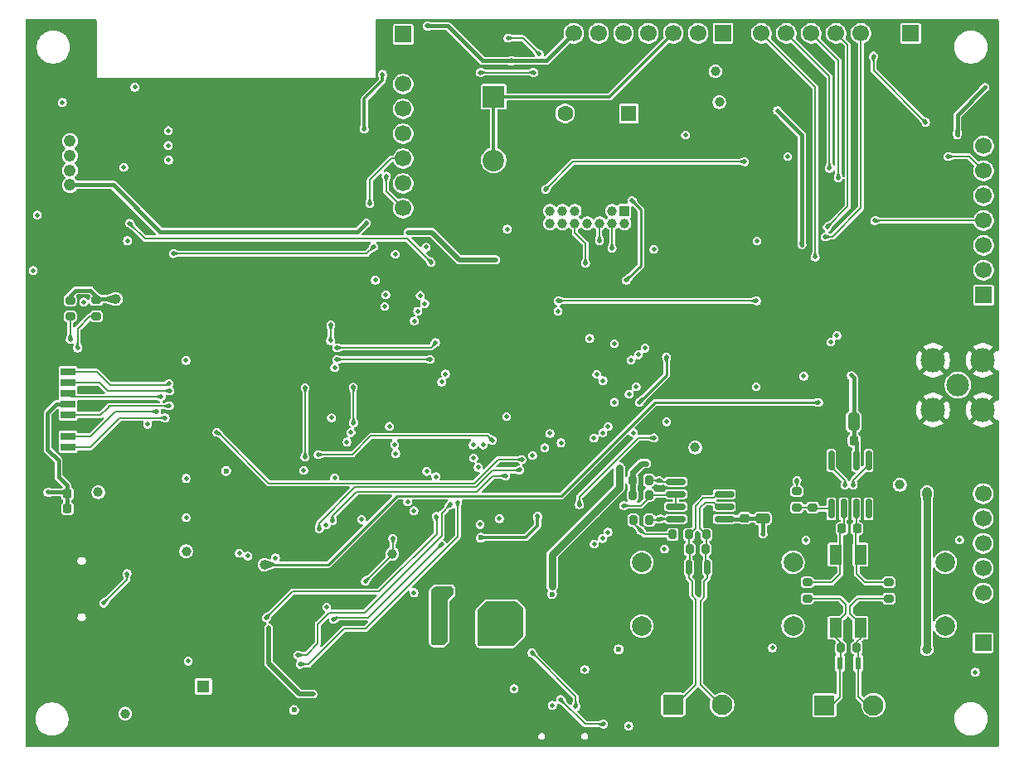
<source format=gbr>
%TF.GenerationSoftware,KiCad,Pcbnew,9.0.2*%
%TF.CreationDate,2025-09-08T10:53:28+03:00*%
%TF.ProjectId,OpenAirScope,4f70656e-4169-4725-9363-6f70652e6b69,v0-Draft*%
%TF.SameCoordinates,Original*%
%TF.FileFunction,Copper,L4,Bot*%
%TF.FilePolarity,Positive*%
%FSLAX46Y46*%
G04 Gerber Fmt 4.6, Leading zero omitted, Abs format (unit mm)*
G04 Created by KiCad (PCBNEW 9.0.2) date 2025-09-08 10:53:28*
%MOMM*%
%LPD*%
G01*
G04 APERTURE LIST*
G04 Aperture macros list*
%AMRoundRect*
0 Rectangle with rounded corners*
0 $1 Rounding radius*
0 $2 $3 $4 $5 $6 $7 $8 $9 X,Y pos of 4 corners*
0 Add a 4 corners polygon primitive as box body*
4,1,4,$2,$3,$4,$5,$6,$7,$8,$9,$2,$3,0*
0 Add four circle primitives for the rounded corners*
1,1,$1+$1,$2,$3*
1,1,$1+$1,$4,$5*
1,1,$1+$1,$6,$7*
1,1,$1+$1,$8,$9*
0 Add four rect primitives between the rounded corners*
20,1,$1+$1,$2,$3,$4,$5,0*
20,1,$1+$1,$4,$5,$6,$7,0*
20,1,$1+$1,$6,$7,$8,$9,0*
20,1,$1+$1,$8,$9,$2,$3,0*%
G04 Aperture macros list end*
%TA.AperFunction,ComponentPad*%
%ADD10C,2.000000*%
%TD*%
%TA.AperFunction,HeatsinkPad*%
%ADD11C,0.600000*%
%TD*%
%TA.AperFunction,ComponentPad*%
%ADD12R,1.700000X1.700000*%
%TD*%
%TA.AperFunction,ComponentPad*%
%ADD13C,1.700000*%
%TD*%
%TA.AperFunction,ComponentPad*%
%ADD14C,2.325000*%
%TD*%
%TA.AperFunction,ComponentPad*%
%ADD15C,2.475000*%
%TD*%
%TA.AperFunction,ComponentPad*%
%ADD16RoundRect,0.250001X-0.799999X-0.799999X0.799999X-0.799999X0.799999X0.799999X-0.799999X0.799999X0*%
%TD*%
%TA.AperFunction,ComponentPad*%
%ADD17C,2.100000*%
%TD*%
%TA.AperFunction,ComponentPad*%
%ADD18R,1.600000X1.600000*%
%TD*%
%TA.AperFunction,ComponentPad*%
%ADD19C,1.600000*%
%TD*%
%TA.AperFunction,ComponentPad*%
%ADD20R,1.308000X1.308000*%
%TD*%
%TA.AperFunction,ComponentPad*%
%ADD21C,1.308000*%
%TD*%
%TA.AperFunction,HeatsinkPad*%
%ADD22C,0.500000*%
%TD*%
%TA.AperFunction,HeatsinkPad*%
%ADD23R,2.500000X2.500000*%
%TD*%
%TA.AperFunction,ComponentPad*%
%ADD24R,1.000000X1.000000*%
%TD*%
%TA.AperFunction,ComponentPad*%
%ADD25C,1.000000*%
%TD*%
%TA.AperFunction,ComponentPad*%
%ADD26R,1.238000X1.238000*%
%TD*%
%TA.AperFunction,ComponentPad*%
%ADD27C,1.238000*%
%TD*%
%TA.AperFunction,ComponentPad*%
%ADD28R,2.200000X2.200000*%
%TD*%
%TA.AperFunction,ComponentPad*%
%ADD29C,2.200000*%
%TD*%
%TA.AperFunction,SMDPad,CuDef*%
%ADD30C,1.000000*%
%TD*%
%TA.AperFunction,SMDPad,CuDef*%
%ADD31RoundRect,0.225000X-0.225000X-0.250000X0.225000X-0.250000X0.225000X0.250000X-0.225000X0.250000X0*%
%TD*%
%TA.AperFunction,SMDPad,CuDef*%
%ADD32RoundRect,0.250000X0.325000X0.650000X-0.325000X0.650000X-0.325000X-0.650000X0.325000X-0.650000X0*%
%TD*%
%TA.AperFunction,SMDPad,CuDef*%
%ADD33RoundRect,0.200000X0.200000X0.275000X-0.200000X0.275000X-0.200000X-0.275000X0.200000X-0.275000X0*%
%TD*%
%TA.AperFunction,SMDPad,CuDef*%
%ADD34RoundRect,0.200000X0.275000X-0.200000X0.275000X0.200000X-0.275000X0.200000X-0.275000X-0.200000X0*%
%TD*%
%TA.AperFunction,SMDPad,CuDef*%
%ADD35R,0.600000X1.300000*%
%TD*%
%TA.AperFunction,SMDPad,CuDef*%
%ADD36RoundRect,0.250000X0.475000X-0.250000X0.475000X0.250000X-0.475000X0.250000X-0.475000X-0.250000X0*%
%TD*%
%TA.AperFunction,SMDPad,CuDef*%
%ADD37RoundRect,0.150000X-0.825000X-0.150000X0.825000X-0.150000X0.825000X0.150000X-0.825000X0.150000X0*%
%TD*%
%TA.AperFunction,SMDPad,CuDef*%
%ADD38RoundRect,0.250000X-0.650000X0.325000X-0.650000X-0.325000X0.650000X-0.325000X0.650000X0.325000X0*%
%TD*%
%TA.AperFunction,SMDPad,CuDef*%
%ADD39RoundRect,0.225000X0.225000X0.250000X-0.225000X0.250000X-0.225000X-0.250000X0.225000X-0.250000X0*%
%TD*%
%TA.AperFunction,SMDPad,CuDef*%
%ADD40RoundRect,0.250000X-0.325000X-0.650000X0.325000X-0.650000X0.325000X0.650000X-0.325000X0.650000X0*%
%TD*%
%TA.AperFunction,SMDPad,CuDef*%
%ADD41RoundRect,0.150000X-0.150000X0.825000X-0.150000X-0.825000X0.150000X-0.825000X0.150000X0.825000X0*%
%TD*%
%TA.AperFunction,SMDPad,CuDef*%
%ADD42RoundRect,0.225000X0.250000X-0.225000X0.250000X0.225000X-0.250000X0.225000X-0.250000X-0.225000X0*%
%TD*%
%TA.AperFunction,SMDPad,CuDef*%
%ADD43RoundRect,0.150000X-0.150000X0.587500X-0.150000X-0.587500X0.150000X-0.587500X0.150000X0.587500X0*%
%TD*%
%TA.AperFunction,SMDPad,CuDef*%
%ADD44R,1.200000X2.000000*%
%TD*%
%TA.AperFunction,SMDPad,CuDef*%
%ADD45RoundRect,0.250000X-0.350000X0.850000X-0.350000X-0.850000X0.350000X-0.850000X0.350000X0.850000X0*%
%TD*%
%TA.AperFunction,SMDPad,CuDef*%
%ADD46RoundRect,0.249997X-2.650003X2.950003X-2.650003X-2.950003X2.650003X-2.950003X2.650003X2.950003X0*%
%TD*%
%TA.AperFunction,SMDPad,CuDef*%
%ADD47RoundRect,0.200000X-0.275000X0.200000X-0.275000X-0.200000X0.275000X-0.200000X0.275000X0.200000X0*%
%TD*%
%TA.AperFunction,SMDPad,CuDef*%
%ADD48R,1.500000X0.800000*%
%TD*%
%TA.AperFunction,SMDPad,CuDef*%
%ADD49R,2.000000X1.450000*%
%TD*%
%TA.AperFunction,ViaPad*%
%ADD50C,0.600000*%
%TD*%
%TA.AperFunction,ViaPad*%
%ADD51C,0.500000*%
%TD*%
%TA.AperFunction,ViaPad*%
%ADD52C,1.000000*%
%TD*%
%TA.AperFunction,Conductor*%
%ADD53C,0.500000*%
%TD*%
%TA.AperFunction,Conductor*%
%ADD54C,0.254000*%
%TD*%
%TA.AperFunction,Conductor*%
%ADD55C,0.400000*%
%TD*%
%TA.AperFunction,Conductor*%
%ADD56C,0.450000*%
%TD*%
%TA.AperFunction,Conductor*%
%ADD57C,0.200000*%
%TD*%
%TA.AperFunction,Conductor*%
%ADD58C,0.600000*%
%TD*%
%TA.AperFunction,Conductor*%
%ADD59C,0.750000*%
%TD*%
%TA.AperFunction,Conductor*%
%ADD60C,0.300000*%
%TD*%
G04 APERTURE END LIST*
D10*
%TO.P,SW3,1,1*%
%TO.N,GND*%
X156750000Y-133850000D03*
X156750000Y-127350000D03*
%TO.P,SW3,2,2*%
%TO.N,/Indicators/BT2*%
X161250000Y-133850000D03*
X161250000Y-127350000D03*
%TD*%
D11*
%TO.P,U7,19,GND*%
%TO.N,GND*%
X119690000Y-84360000D03*
X119690000Y-85460000D03*
X120240000Y-83810000D03*
X120240000Y-84910000D03*
X120240000Y-86010000D03*
X120790000Y-84360000D03*
X120790000Y-85460000D03*
X121340000Y-83810000D03*
X121340000Y-84910000D03*
X121340000Y-86010000D03*
X121890000Y-84360000D03*
X121890000Y-85460000D03*
%TD*%
D12*
%TO.P,J13,1,Pin_1*%
%TO.N,+3V3P*%
X196100000Y-135560000D03*
D13*
%TO.P,J13,2,Pin_2*%
%TO.N,GND*%
X196100000Y-133020000D03*
%TO.P,J13,3,Pin_3*%
%TO.N,/Display-RTC/CS*%
X196100000Y-130480000D03*
%TO.P,J13,4,Pin_4*%
%TO.N,/Display-RTC/RES*%
X196100000Y-127940000D03*
%TO.P,J13,5,Pin_5*%
%TO.N,/Display-RTC/DC*%
X196100000Y-125400000D03*
%TO.P,J13,6,Pin_6*%
%TO.N,/Display-RTC/CLK*%
X196100000Y-122860000D03*
%TO.P,J13,7,Pin_7*%
%TO.N,/Display-RTC/DIN*%
X196100000Y-120320000D03*
%TD*%
D14*
%TO.P,J6,1*%
%TO.N,Net-(C54-Pad1)*%
X193520000Y-109220000D03*
D15*
%TO.P,J6,G1*%
%TO.N,GND*%
X190980000Y-111760000D03*
%TO.P,J6,G2*%
X190980000Y-106680000D03*
%TO.P,J6,G3*%
X196060000Y-111760000D03*
%TO.P,J6,G4*%
X196060000Y-106680000D03*
%TD*%
D12*
%TO.P,J14,1,Pin_1*%
%TO.N,/MCU/SWDIO*%
X169540000Y-73250000D03*
D13*
%TO.P,J14,2,Pin_2*%
%TO.N,/MCU/SWCLK*%
X167000000Y-73250000D03*
%TO.P,J14,3,Pin_3*%
%TO.N,/MCU/NRST*%
X164460000Y-73250000D03*
%TO.P,J14,4,Pin_4*%
%TO.N,/MCU/BOOT0*%
X161920000Y-73250000D03*
%TO.P,J14,5,Pin_5*%
%TO.N,/MCU/H2*%
X159380000Y-73250000D03*
%TO.P,J14,6,Pin_6*%
%TO.N,/MCU/H1*%
X156840000Y-73250000D03*
%TO.P,J14,7,Pin_7*%
%TO.N,+3V3P*%
X154300000Y-73250000D03*
%TO.P,J14,8,Pin_8*%
%TO.N,GND*%
X151760000Y-73250000D03*
%TD*%
D16*
%TO.P,J8,1,Pin_1*%
%TO.N,/Conn/CAN_P*%
X179900000Y-141950000D03*
D17*
%TO.P,J8,2,Pin_2*%
%TO.N,/Conn/CAN_N*%
X184900000Y-141950000D03*
%TD*%
D10*
%TO.P,SW5,1,1*%
%TO.N,GND*%
X187750000Y-133850000D03*
X187750000Y-127350000D03*
%TO.P,SW5,2,2*%
%TO.N,/Indicators/BT4*%
X192250000Y-133850000D03*
X192250000Y-127350000D03*
%TD*%
D18*
%TO.P,BZ1,1,+*%
%TO.N,Net-(BZ1-+)*%
X159920000Y-81450000D03*
D19*
%TO.P,BZ1,2,-*%
%TO.N,Net-(BZ1--)*%
X153420000Y-81450000D03*
%TD*%
D20*
%TO.P,J2,1,1*%
%TO.N,VBAT*%
X116490000Y-140007500D03*
D21*
%TO.P,J2,2,2*%
%TO.N,GND*%
X118490000Y-140007500D03*
%TD*%
D12*
%TO.P,J5,1,Pin_1*%
%TO.N,+3V3PESP*%
X136880000Y-73360000D03*
D13*
%TO.P,J5,2,Pin_2*%
%TO.N,GND*%
X136880000Y-75900000D03*
%TO.P,J5,3,Pin_3*%
%TO.N,/Conn/GPIO5*%
X136880000Y-78440000D03*
%TO.P,J5,4,Pin_4*%
%TO.N,/Conn/GPIO6*%
X136880000Y-80980000D03*
%TO.P,J5,5,Pin_5*%
%TO.N,/Conn/GPIO7*%
X136880000Y-83520000D03*
%TO.P,J5,6,Pin_6*%
%TO.N,/Conn/GPIO10*%
X136880000Y-86060000D03*
%TO.P,J5,7,Pin_7*%
%TO.N,/Conn/GPIO18*%
X136880000Y-88600000D03*
%TO.P,J5,8,Pin_8*%
%TO.N,/Conn/GPIO19*%
X136880000Y-91140000D03*
%TD*%
D22*
%TO.P,U1,21,V_{SS}*%
%TO.N,GND*%
X125115000Y-134820000D03*
X127115000Y-134820000D03*
D23*
X126115000Y-133820000D03*
D22*
X125115000Y-132820000D03*
X127115000Y-132820000D03*
%TD*%
D12*
%TO.P,J4,1,Pin_1*%
%TO.N,+3V3P_RAK*%
X196150000Y-100020000D03*
D13*
%TO.P,J4,2,Pin_2*%
%TO.N,/Conn/SDA*%
X196150000Y-97480000D03*
%TO.P,J4,3,Pin_3*%
%TO.N,/Conn/SCL*%
X196150000Y-94940000D03*
%TO.P,J4,4,Pin_4*%
%TO.N,/Conn/PA0*%
X196150000Y-92400000D03*
%TO.P,J4,5,Pin_5*%
%TO.N,/Conn/PA1*%
X196150000Y-89860000D03*
%TO.P,J4,6,Pin_6*%
%TO.N,/Conn/PA4*%
X196150000Y-87320000D03*
%TO.P,J4,7,Pin_7*%
%TO.N,/Conn/PA5*%
X196150000Y-84780000D03*
%TO.P,J4,8,Pin_8*%
%TO.N,GND*%
X196150000Y-82240000D03*
%TD*%
D10*
%TO.P,SW4,1,1*%
%TO.N,GND*%
X172200000Y-133850000D03*
X172200000Y-127350000D03*
%TO.P,SW4,2,2*%
%TO.N,/Indicators/BT3*%
X176700000Y-133850000D03*
X176700000Y-127350000D03*
%TD*%
D24*
%TO.P,J3,1,NC*%
%TO.N,unconnected-(J3-NC-Pad1)*%
X159480000Y-91410000D03*
D25*
%TO.P,J3,2,NC*%
%TO.N,unconnected-(J3-NC-Pad2)*%
X159480000Y-92680000D03*
%TO.P,J3,3,VCC*%
%TO.N,+3V3P_MCU*%
X158210000Y-91410000D03*
%TO.P,J3,4,JTMS/SWDIO*%
%TO.N,/MCU/SWDIO*%
X158210000Y-92680000D03*
%TO.P,J3,5,GND*%
%TO.N,GND*%
X156940000Y-91410000D03*
%TO.P,J3,6,JCLK/SWCLK*%
%TO.N,/MCU/SWCLK*%
X156940000Y-92680000D03*
%TO.P,J3,7,GND*%
%TO.N,GND*%
X155670000Y-91410000D03*
%TO.P,J3,8,JTDO/SWO*%
%TO.N,/MCU/SWO*%
X155670000Y-92680000D03*
%TO.P,J3,9,JRCLK/NC*%
%TO.N,unconnected-(J3-JRCLK{slash}NC-Pad9)*%
X154400000Y-91410000D03*
%TO.P,J3,10,JTDI/NC*%
%TO.N,/MCU/JTDI*%
X154400000Y-92680000D03*
%TO.P,J3,11,GNDDetect*%
%TO.N,Net-(J3-GNDDetect)*%
X153130000Y-91410000D03*
%TO.P,J3,12,~{RST}*%
%TO.N,/MCU/NRST*%
X153130000Y-92680000D03*
%TO.P,J3,13,VCP_RX*%
%TO.N,/MCU/VCP_RX*%
X151860000Y-91410000D03*
%TO.P,J3,14,VCP_TX*%
%TO.N,/MCU/VCP_TX*%
X151860000Y-92680000D03*
%TD*%
D26*
%TO.P,J10,1,1*%
%TO.N,GND*%
X102850000Y-82767500D03*
D27*
%TO.P,J10,2,2*%
%TO.N,unconnected-(J10-Pad2)*%
X102850000Y-84267500D03*
%TO.P,J10,3,3*%
%TO.N,/Sensors/L-*%
X102850000Y-85767500D03*
%TO.P,J10,4,4*%
%TO.N,/Sensors/L+*%
X102850000Y-87267500D03*
%TO.P,J10,5,5*%
%TO.N,+5VP*%
X102850000Y-88767500D03*
%TD*%
D28*
%TO.P,S1,1*%
%TO.N,/MCU/NRST*%
X146120000Y-79740000D03*
D29*
%TO.P,S1,2*%
X146120000Y-86240000D03*
%TO.P,S1,3*%
%TO.N,GND*%
X141620000Y-79740000D03*
%TO.P,S1,4*%
X141620000Y-86240000D03*
%TD*%
D12*
%TO.P,J7,1,Pin_1*%
%TO.N,/Conn/RAK_BOOT0*%
X188710000Y-73260000D03*
D13*
%TO.P,J7,2,Pin_2*%
%TO.N,GND*%
X186170000Y-73260000D03*
%TO.P,J7,3,Pin_3*%
%TO.N,Net-(J7-Pin_3)*%
X183630000Y-73260000D03*
%TO.P,J7,4,Pin_4*%
%TO.N,Net-(J7-Pin_4)*%
X181090000Y-73260000D03*
%TO.P,J7,5,Pin_5*%
%TO.N,Net-(J7-Pin_5)*%
X178550000Y-73260000D03*
%TO.P,J7,6,Pin_6*%
%TO.N,Net-(J7-Pin_6)*%
X176010000Y-73260000D03*
%TO.P,J7,7,Pin_7*%
%TO.N,Net-(J7-Pin_7)*%
X173470000Y-73260000D03*
%TD*%
D16*
%TO.P,J9,1,Pin_1*%
%TO.N,/Conn/DRS_P*%
X164440000Y-141917500D03*
D17*
%TO.P,J9,2,Pin_2*%
%TO.N,/Conn/DRS_N*%
X169440000Y-141917500D03*
%TD*%
D30*
%TO.P,FID9,*%
%TO.N,*%
X187600000Y-119400000D03*
%TD*%
D31*
%TO.P,C75,1*%
%TO.N,+3V3P*%
X102600000Y-121850000D03*
%TO.P,C75,2*%
%TO.N,GND*%
X104150000Y-121850000D03*
%TD*%
D32*
%TO.P,C57,1*%
%TO.N,+3V3P*%
X182875000Y-112967618D03*
%TO.P,C57,2*%
%TO.N,GND*%
X179925000Y-112967618D03*
%TD*%
D33*
%TO.P,R40,1*%
%TO.N,/Conn/DRS_N*%
X167775000Y-126000000D03*
%TO.P,R40,2*%
%TO.N,/Conn/DRS_P*%
X166125000Y-126000000D03*
%TD*%
D34*
%TO.P,R46,1*%
%TO.N,/MCU/MCU_SCL2*%
X105562070Y-102180641D03*
%TO.P,R46,2*%
%TO.N,+3V3P*%
X105562070Y-100530641D03*
%TD*%
D35*
%TO.P,D6,1,C1*%
%TO.N,/Conn/CAN_P*%
X181460000Y-137650000D03*
%TO.P,D6,2,C2*%
%TO.N,/Conn/CAN_N*%
X183360000Y-137650000D03*
%TO.P,D6,3,C3*%
%TO.N,GND*%
X182410000Y-139750000D03*
%TD*%
D33*
%TO.P,R37,1*%
%TO.N,/Conn/RS485_TX*%
X161975000Y-118950000D03*
%TO.P,R37,2*%
%TO.N,+3V3P*%
X160325000Y-118950000D03*
%TD*%
D30*
%TO.P,TP16,1,1*%
%TO.N,/Indicators/VBAT_AN*%
X135770000Y-126470000D03*
%TD*%
D31*
%TO.P,C76,1*%
%TO.N,+3V3P*%
X102570000Y-120310000D03*
%TO.P,C76,2*%
%TO.N,GND*%
X104120000Y-120310000D03*
%TD*%
D30*
%TO.P,FID6,*%
%TO.N,*%
X169160000Y-80300000D03*
%TD*%
D33*
%TO.P,R36,1*%
%TO.N,/Conn/RS485_RE*%
X161975000Y-120450000D03*
%TO.P,R36,2*%
%TO.N,+3V3P*%
X160325000Y-120450000D03*
%TD*%
%TO.P,R32,1*%
%TO.N,/Conn/CAN_N*%
X183205000Y-136090000D03*
%TO.P,R32,2*%
%TO.N,/Conn/CAN_P*%
X181555000Y-136090000D03*
%TD*%
D36*
%TO.P,C60,1*%
%TO.N,+3V3P*%
X173600000Y-122850000D03*
%TO.P,C60,2*%
%TO.N,GND*%
X173600000Y-120950000D03*
%TD*%
D37*
%TO.P,U10,1,RO*%
%TO.N,/Conn/RS485_RX*%
X164725000Y-122905000D03*
%TO.P,U10,2,~{RE}*%
%TO.N,/Conn/RS485_RE*%
X164725000Y-121635000D03*
%TO.P,U10,3,DE*%
X164725000Y-120365000D03*
%TO.P,U10,4,DI*%
%TO.N,/Conn/RS485_TX*%
X164725000Y-119095000D03*
%TO.P,U10,5,GND*%
%TO.N,GND*%
X169675000Y-119095000D03*
%TO.P,U10,6,A*%
%TO.N,/Conn/DRS_P*%
X169675000Y-120365000D03*
%TO.P,U10,7,B*%
%TO.N,/Conn/DRS_N*%
X169675000Y-121635000D03*
%TO.P,U10,8,VCC*%
%TO.N,+3V3P*%
X169675000Y-122905000D03*
%TD*%
D38*
%TO.P,C19,1*%
%TO.N,+3V3P*%
X147530000Y-134225000D03*
%TO.P,C19,2*%
%TO.N,GND*%
X147530000Y-137175000D03*
%TD*%
D39*
%TO.P,C58,1*%
%TO.N,+3V3P*%
X182925000Y-114867618D03*
%TO.P,C58,2*%
%TO.N,GND*%
X181375000Y-114867618D03*
%TD*%
D40*
%TO.P,C18,1*%
%TO.N,+5VP*%
X140575000Y-132070000D03*
%TO.P,C18,2*%
%TO.N,GND*%
X143525000Y-132070000D03*
%TD*%
D33*
%TO.P,R33,1*%
%TO.N,/Conn/DRS_P*%
X166050000Y-124500000D03*
%TO.P,R33,2*%
%TO.N,+3V3P*%
X164400000Y-124500000D03*
%TD*%
%TO.P,R41,1*%
%TO.N,GND*%
X169475000Y-124500000D03*
%TO.P,R41,2*%
%TO.N,/Conn/DRS_N*%
X167825000Y-124500000D03*
%TD*%
D34*
%TO.P,R39,1*%
%TO.N,/Conn/CAN_N*%
X186490000Y-131040000D03*
%TO.P,R39,2*%
%TO.N,/Conn/CAN_N-*%
X186490000Y-129390000D03*
%TD*%
D41*
%TO.P,U9,1,D*%
%TO.N,/Conn/CAN+*%
X180595000Y-116925000D03*
%TO.P,U9,2,GND*%
%TO.N,GND*%
X181865000Y-116925000D03*
%TO.P,U9,3,VCC*%
%TO.N,+3V3P*%
X183135000Y-116925000D03*
%TO.P,U9,4,R*%
%TO.N,/Conn/CAN-*%
X184405000Y-116925000D03*
%TO.P,U9,5,Vref*%
%TO.N,unconnected-(U9-Vref-Pad5)*%
X184405000Y-121875000D03*
%TO.P,U9,6,CANL*%
%TO.N,/Conn/CAN_N-*%
X183135000Y-121875000D03*
%TO.P,U9,7,CANH*%
%TO.N,/Conn/CAN_P+*%
X181865000Y-121875000D03*
%TO.P,U9,8,Rs*%
%TO.N,Net-(U9-Rs)*%
X180595000Y-121875000D03*
%TD*%
D42*
%TO.P,C61,1*%
%TO.N,+3V3P*%
X171750000Y-122825000D03*
%TO.P,C61,2*%
%TO.N,GND*%
X171750000Y-121275000D03*
%TD*%
D30*
%TO.P,FID10,*%
%TO.N,*%
X108500000Y-142800000D03*
%TD*%
D43*
%TO.P,D7,1,A1*%
%TO.N,/Conn/DRS_P*%
X166050000Y-127862500D03*
%TO.P,D7,2,A2*%
%TO.N,/Conn/DRS_N*%
X167950000Y-127862500D03*
%TO.P,D7,3,common*%
%TO.N,GND*%
X167000000Y-129737500D03*
%TD*%
D34*
%TO.P,R45,1*%
%TO.N,/MCU/MCU_SDA2*%
X102876209Y-102206618D03*
%TO.P,R45,2*%
%TO.N,+3V3P*%
X102876209Y-100556618D03*
%TD*%
D44*
%TO.P,L3,1*%
%TO.N,/Conn/CAN_P+*%
X181030000Y-126543250D03*
%TO.P,L3,2*%
%TO.N,/Conn/CAN_N-*%
X183570000Y-126543250D03*
%TO.P,L3,3*%
%TO.N,/Conn/CAN_N*%
X183570000Y-134043250D03*
%TO.P,L3,4*%
%TO.N,/Conn/CAN_P*%
X181030000Y-134043250D03*
%TD*%
D45*
%TO.P,U4,1,VI*%
%TO.N,+5VP*%
X140515000Y-134675000D03*
%TO.P,U4,2,GND*%
%TO.N,GND*%
X142795000Y-134675000D03*
D46*
X142795000Y-140975000D03*
D45*
%TO.P,U4,3,VO*%
%TO.N,+3V3P*%
X145075000Y-134675000D03*
%TD*%
D47*
%TO.P,R38,1*%
%TO.N,GND*%
X178700000Y-120075000D03*
%TO.P,R38,2*%
%TO.N,Net-(U9-Rs)*%
X178700000Y-121725000D03*
%TD*%
D34*
%TO.P,R31,1*%
%TO.N,/Conn/CAN_P*%
X178140000Y-131040000D03*
%TO.P,R31,2*%
%TO.N,/Conn/CAN_P+*%
X178140000Y-129390000D03*
%TD*%
D39*
%TO.P,C59,1*%
%TO.N,/Conn/CAN_P+*%
X181675000Y-123900000D03*
%TO.P,C59,2*%
%TO.N,GND*%
X180125000Y-123900000D03*
%TD*%
D33*
%TO.P,R35,1*%
%TO.N,/Conn/RS485_RX*%
X162025000Y-123000000D03*
%TO.P,R35,2*%
%TO.N,+3V3P*%
X160375000Y-123000000D03*
%TD*%
D30*
%TO.P,FID8,*%
%TO.N,*%
X166700000Y-115600000D03*
%TD*%
D48*
%TO.P,J11,1,DAT2*%
%TO.N,/Display-RTC/DAT2*%
X102665000Y-107865000D03*
%TO.P,J11,2,DAT3/CD*%
%TO.N,/Display-RTC/DAT3*%
X102665000Y-108965000D03*
%TO.P,J11,3,CMD*%
%TO.N,/Display-RTC/CMD*%
X102665000Y-110065000D03*
%TO.P,J11,4,VDD*%
%TO.N,+3V3P*%
X102665000Y-111165000D03*
%TO.P,J11,5,CLK*%
%TO.N,/Display-RTC/SDCLK*%
X102665000Y-112265000D03*
%TO.P,J11,6,VSS*%
%TO.N,GND*%
X102665000Y-113365000D03*
%TO.P,J11,7,DAT0*%
%TO.N,/Display-RTC/DAT0*%
X102665000Y-114465000D03*
%TO.P,J11,8,DAT1*%
%TO.N,/Display-RTC/DAT1*%
X102665000Y-115565000D03*
D49*
%TO.P,J11,9,SHIELD*%
%TO.N,GND*%
X108365000Y-104190000D03*
X100065000Y-104190000D03*
X108365000Y-117940000D03*
X100065000Y-117940000D03*
%TD*%
D34*
%TO.P,R34,1*%
%TO.N,Net-(U9-Rs)*%
X177100000Y-121725000D03*
%TO.P,R34,2*%
%TO.N,/Conn/RS*%
X177100000Y-120075000D03*
%TD*%
D39*
%TO.P,C62,1*%
%TO.N,GND*%
X184775000Y-123900000D03*
%TO.P,C62,2*%
%TO.N,/Conn/CAN_N-*%
X183225000Y-123900000D03*
%TD*%
D50*
%TO.N,GND*%
X156990000Y-131970000D03*
X125860000Y-128290000D03*
X110290000Y-101460000D03*
X108690000Y-124720000D03*
X187920000Y-84640000D03*
X191050000Y-98640000D03*
X133040000Y-128230000D03*
X142060000Y-101980000D03*
X168520000Y-114620000D03*
X140440000Y-105820000D03*
X104500000Y-109700000D03*
X166940000Y-105610000D03*
X134180000Y-84170000D03*
X114260000Y-136680000D03*
X119550000Y-96840000D03*
X193540000Y-115900000D03*
X102600000Y-132830000D03*
X189460000Y-109930000D03*
X121730000Y-138530000D03*
X112760000Y-132370000D03*
X184580000Y-102350000D03*
X103800000Y-80380000D03*
X173050000Y-90690000D03*
X133810000Y-134990000D03*
D51*
X123460000Y-105580000D03*
D50*
X188990000Y-82340000D03*
X138980000Y-76550000D03*
X160010000Y-138550000D03*
X189520000Y-100590000D03*
X110180000Y-135550000D03*
D51*
X148920000Y-121490000D03*
D50*
X182390000Y-138420000D03*
X191110000Y-115790000D03*
X174840000Y-82470000D03*
X188440000Y-105690000D03*
X186880000Y-84640000D03*
X177490000Y-100290000D03*
X99910000Y-99560000D03*
X194390000Y-132260000D03*
X173530000Y-117280000D03*
X155690000Y-90170000D03*
X138920000Y-82470000D03*
X147040000Y-138960000D03*
D51*
X141570000Y-124790000D03*
D50*
X129580000Y-120270000D03*
X196250000Y-109130000D03*
X177880000Y-113790000D03*
X176830000Y-75440000D03*
X104410000Y-111530000D03*
X149220000Y-138900000D03*
X186060000Y-99620000D03*
X156960000Y-128990000D03*
D51*
X156690000Y-102610000D03*
D50*
X194830000Y-102920000D03*
X112440000Y-121840000D03*
X169820000Y-88120000D03*
X190810000Y-114300000D03*
D51*
X130410000Y-104600000D03*
D50*
X152070000Y-136750000D03*
D51*
X155470000Y-119020000D03*
D50*
X157820000Y-138750000D03*
X184970000Y-106520000D03*
X187880000Y-109220000D03*
X166970000Y-127540000D03*
X131020000Y-103180000D03*
X171960000Y-101880000D03*
X178570000Y-124140000D03*
X194700000Y-82750000D03*
X129570000Y-98570000D03*
X104410000Y-111530000D03*
X107020000Y-124720000D03*
X111170000Y-107140000D03*
X109060000Y-80080000D03*
X191880000Y-103180000D03*
X141640000Y-84520000D03*
D51*
X145010000Y-110090000D03*
D50*
X173620000Y-113400000D03*
X184820000Y-112290000D03*
X187290000Y-104810000D03*
X156220000Y-88890000D03*
X156980000Y-90170000D03*
X111180000Y-135720000D03*
X127470000Y-96820000D03*
X186430000Y-101150000D03*
X134060000Y-138030000D03*
X102400000Y-126910000D03*
X163260000Y-97480000D03*
X133230000Y-125730000D03*
X170380000Y-133980000D03*
X123940000Y-122170000D03*
X100230000Y-107470000D03*
X133930000Y-136650000D03*
D51*
X135900000Y-107450000D03*
D50*
X101180000Y-87850000D03*
X155270000Y-125130000D03*
X184540000Y-81170000D03*
X107560000Y-133700000D03*
X142040000Y-76510000D03*
X182070000Y-104890000D03*
D51*
X163490000Y-99970000D03*
D50*
X188450000Y-106620000D03*
D51*
X116630000Y-110730000D03*
D50*
X163560000Y-117210000D03*
D51*
X135760000Y-104110000D03*
D50*
X121260000Y-141960000D03*
X131370000Y-79540000D03*
X99940000Y-101680000D03*
X107240000Y-121870000D03*
X196040000Y-114260000D03*
X182570000Y-106080000D03*
X152790000Y-110950000D03*
X180680000Y-96040000D03*
X187340000Y-108410000D03*
X192290000Y-97410000D03*
D51*
X141250000Y-93600000D03*
D50*
X195970000Y-115970000D03*
X127870000Y-139870000D03*
X169820000Y-90060000D03*
X184450000Y-96010000D03*
X195890000Y-117790000D03*
X114350000Y-97610000D03*
X168450000Y-116860000D03*
X196070000Y-103860000D03*
X173640000Y-114670000D03*
X101180000Y-83310000D03*
X143040000Y-129640000D03*
X172290000Y-131940000D03*
D51*
X128640000Y-105960000D03*
D50*
X173090000Y-89180000D03*
X102740000Y-98160000D03*
X173600000Y-115960000D03*
X136400000Y-101690000D03*
X193520000Y-98720000D03*
X184930000Y-74260000D03*
X179470000Y-75490000D03*
X189840000Y-108680000D03*
X122530000Y-143870000D03*
X139550000Y-79560000D03*
X182940000Y-102930000D03*
X111370000Y-137800000D03*
X186200000Y-111510000D03*
X180530000Y-89690000D03*
X152220000Y-117150000D03*
X187270000Y-105680000D03*
X188450000Y-104790000D03*
X188390000Y-116130000D03*
X193620000Y-111860000D03*
X130420000Y-83560000D03*
X118450000Y-141570000D03*
X104410000Y-111530000D03*
X185340000Y-109210000D03*
X159410000Y-112220000D03*
D51*
X126600000Y-108380000D03*
D50*
X190830000Y-104100000D03*
X190530000Y-117590000D03*
X143490000Y-88310000D03*
X140420000Y-76520000D03*
X104990000Y-84040000D03*
X193560000Y-114350000D03*
X194680000Y-81680000D03*
X170740000Y-124380000D03*
X154770000Y-134500000D03*
X104430000Y-113330000D03*
X183490000Y-104910000D03*
X193400000Y-102230000D03*
X180020000Y-114840000D03*
X112170000Y-127370000D03*
X188970000Y-114930000D03*
X183860000Y-100730000D03*
X145620000Y-122830000D03*
X186080000Y-103850000D03*
X134110000Y-120860000D03*
X141500000Y-81470000D03*
D51*
X155710000Y-98180000D03*
D50*
X169820000Y-91830000D03*
X112500000Y-89320000D03*
X108820000Y-140440000D03*
X150140000Y-72700000D03*
X134810000Y-110910000D03*
X112510000Y-90320000D03*
X110540000Y-126140000D03*
X188140000Y-113550000D03*
X107440000Y-81810000D03*
X137020000Y-124850000D03*
X193110000Y-117670000D03*
X146900000Y-124090000D03*
X143600000Y-139790000D03*
X153540000Y-138220000D03*
D51*
X128300000Y-111200000D03*
D50*
X145920000Y-101970000D03*
X108720000Y-138810000D03*
X188310000Y-111320000D03*
X173720000Y-118980000D03*
X118420000Y-138560000D03*
X151530000Y-74670000D03*
X139280000Y-74690000D03*
X99830000Y-121840000D03*
X105360000Y-96130000D03*
X101820000Y-103660000D03*
X144660000Y-139780000D03*
X175190000Y-105660000D03*
X128250000Y-131490000D03*
X188820000Y-77960000D03*
X132850000Y-86700000D03*
X130950000Y-99770000D03*
X189140000Y-138200000D03*
X118950000Y-137520000D03*
X104410000Y-111530000D03*
X171720000Y-118990000D03*
X102400000Y-129940000D03*
X184150000Y-108050000D03*
X143390000Y-86590000D03*
X187160000Y-107550000D03*
X144350000Y-145250000D03*
X186100000Y-113570000D03*
X186430000Y-102340000D03*
X105050000Y-85180000D03*
X178670000Y-117300000D03*
X141310000Y-145180000D03*
X119910000Y-137520000D03*
X168260000Y-96880000D03*
X111420000Y-117790000D03*
X188520000Y-109740000D03*
X163760000Y-114580000D03*
X169660000Y-125950000D03*
X189070000Y-108280000D03*
X146830000Y-93750000D03*
X157610000Y-112240000D03*
X103490000Y-117860000D03*
X101190000Y-85450000D03*
X188510000Y-107520000D03*
D51*
X132110000Y-133580000D03*
D50*
X104410000Y-111530000D03*
D51*
X127510000Y-114310000D03*
D50*
X187220000Y-74320000D03*
X105720000Y-91990000D03*
X152750000Y-105940000D03*
X141950000Y-128360000D03*
X186450000Y-124250000D03*
X119910000Y-139930000D03*
X106530000Y-133730000D03*
X143980000Y-130310000D03*
X144740000Y-126510000D03*
X163100000Y-123780000D03*
X118540000Y-122250000D03*
X189690000Y-102140000D03*
X193890000Y-104010000D03*
X147350000Y-125760000D03*
D51*
X143060000Y-125470000D03*
D50*
X144250000Y-89800000D03*
D51*
X147780000Y-117370000D03*
D50*
X187220000Y-106660000D03*
X194390000Y-133560000D03*
X189600000Y-97380000D03*
X155040000Y-127330000D03*
X193550000Y-106550000D03*
D51*
X140270000Y-90990000D03*
%TO.N,VBUS*%
X123140000Y-134060000D03*
X127673538Y-140796462D03*
D50*
%TO.N,VSUP*%
X125740000Y-142440000D03*
D51*
X123847103Y-126877103D03*
D52*
%TO.N,VBAT*%
X122710000Y-127580000D03*
D51*
X179300000Y-111000000D03*
%TO.N,+5VP*%
X165710000Y-83640000D03*
X114720000Y-122750000D03*
X133130000Y-92650000D03*
D50*
X141600000Y-130430000D03*
D51*
X114700000Y-106700000D03*
X138000000Y-130450000D03*
D52*
X114720000Y-126210000D03*
D51*
X196307703Y-78782297D03*
X193460000Y-83630000D03*
D50*
X140850000Y-130430000D03*
D51*
X114720000Y-118750000D03*
D50*
X140110000Y-130430000D03*
D51*
%TO.N,+3V3P*%
X161020000Y-110960000D03*
X174580000Y-136100000D03*
D52*
X190380000Y-120150000D03*
D51*
X159920000Y-144080000D03*
X161110000Y-124070000D03*
X195300000Y-138560000D03*
D52*
X105740000Y-120170000D03*
D51*
X161690000Y-117220000D03*
X173620000Y-124450000D03*
D52*
X107560000Y-100430000D03*
D51*
X163760000Y-106340000D03*
X148210000Y-140260000D03*
D50*
X147020000Y-131670000D03*
D51*
X182639449Y-108242201D03*
D52*
X190350000Y-136240000D03*
D51*
X147980000Y-76070000D03*
D50*
X158880000Y-136230000D03*
D51*
X102090000Y-80310000D03*
D50*
X146470000Y-132270000D03*
D51*
X160390000Y-114090000D03*
X110790000Y-113220000D03*
X139300000Y-72500000D03*
D50*
X147500000Y-132270000D03*
D51*
X99520000Y-91821834D03*
D52*
X168770000Y-77140000D03*
D51*
X152130000Y-141950000D03*
X100590000Y-120180000D03*
D50*
X145450000Y-132270000D03*
D51*
%TO.N,/Indicators/VSUP_AN*%
X132610000Y-122950000D03*
X129017693Y-123527693D03*
%TO.N,+3V3P_MCU*%
X134037728Y-98504211D03*
X137360000Y-93600000D03*
D50*
X152070000Y-130600000D03*
D51*
X129560000Y-112560000D03*
X137340000Y-121140000D03*
D50*
X152080000Y-129800000D03*
D51*
X158450000Y-110970000D03*
X140455000Y-94215000D03*
X159670000Y-98500000D03*
X160220000Y-90330000D03*
X126720000Y-117940000D03*
X129880000Y-118720000D03*
X129880000Y-107430000D03*
D50*
X118800000Y-117990000D03*
D51*
X158440000Y-105000000D03*
D50*
X144820000Y-124820000D03*
D51*
X150610000Y-122620000D03*
X146310000Y-96410000D03*
X158940000Y-117670000D03*
%TO.N,/Conn/GPIO9*%
X108940000Y-92680000D03*
X139750000Y-96670000D03*
%TO.N,+3V3PESP*%
X108710000Y-94450000D03*
X132910000Y-83050000D03*
X109480000Y-78770000D03*
X134770000Y-77440000D03*
%TO.N,/Conn/CHIP_PU*%
X108350000Y-86940000D03*
X151880000Y-114170000D03*
%TO.N,+3V3P_RAK*%
X175090000Y-81170000D03*
X177600000Y-94860000D03*
%TO.N,/Conn/RST*%
X151420000Y-89200000D03*
X171750000Y-86380000D03*
%TO.N,/Display-RTC/Buzzer_PWM*%
X155938681Y-104439802D03*
X162470000Y-95340000D03*
%TO.N,/Indicators/BT2*%
X160150000Y-106660000D03*
X163570000Y-125990000D03*
%TO.N,/Indicators/BT3*%
X177993132Y-125076226D03*
X160902372Y-106101426D03*
%TO.N,/Indicators/BT4*%
X161570000Y-105440000D03*
X193690000Y-125060000D03*
%TO.N,/MCU/NRST*%
X147490000Y-93270000D03*
X146700000Y-122880000D03*
%TO.N,/Indicators/VBAT_AN*%
X135820000Y-124920000D03*
X133020000Y-129290000D03*
%TO.N,Net-(C91-Pad1)*%
X114930000Y-137440000D03*
X129070000Y-131900000D03*
%TO.N,/Conn/GPIO6*%
X112880000Y-84720000D03*
%TO.N,/Conn/GPIO19*%
X135140000Y-87860000D03*
%TO.N,/Conn/GPIO5*%
X112910000Y-83210000D03*
%TO.N,/Conn/GPIO10*%
X133470000Y-90690000D03*
%TO.N,/Conn/GPIO7*%
X112930000Y-86220000D03*
%TO.N,/Power/CC2*%
X106286524Y-131504581D03*
X108690000Y-128490000D03*
%TO.N,/Display-RTC/DAT0*%
X111670000Y-111950000D03*
%TO.N,/Display-RTC/CMD*%
X112170000Y-110410000D03*
%TO.N,/Display-RTC/DAT1*%
X112590000Y-112570000D03*
%TO.N,/Display-RTC/DAT3*%
X113076381Y-109815134D03*
%TO.N,/Display-RTC/CLK*%
X140812959Y-108913520D03*
X144740000Y-123470000D03*
%TO.N,/Display-RTC/DAT2*%
X112980000Y-109050000D03*
%TO.N,/Display-RTC/CS*%
X156380175Y-125475670D03*
X156370000Y-114640000D03*
%TO.N,/Display-RTC/RES*%
X157240000Y-124910000D03*
X157260000Y-114090000D03*
%TO.N,/Display-RTC/DIN*%
X135466587Y-113435896D03*
%TO.N,/Display-RTC/DC*%
X157800000Y-124260000D03*
X157810000Y-113440000D03*
%TO.N,Net-(D14-K)*%
X184910000Y-75590000D03*
X190220000Y-82350000D03*
%TO.N,/Conn/PA4*%
X192519615Y-85840142D03*
%TO.N,/Conn/PA0*%
X185050000Y-92410000D03*
%TO.N,/MCU/SWDIO*%
X158210000Y-95220000D03*
X136077602Y-95847602D03*
%TO.N,/MCU/SWCLK*%
X135100409Y-100003110D03*
X156910000Y-94460000D03*
%TO.N,/MCU/JTDI*%
X135000000Y-101190000D03*
X155506131Y-96753869D03*
%TO.N,/MCU/MCU_BCLK*%
X151330000Y-115630000D03*
X157360000Y-143880000D03*
X152950000Y-141360000D03*
%TO.N,/MCU/MCU_WS*%
X150030000Y-136600000D03*
X150100000Y-116420000D03*
X154500000Y-142090000D03*
%TO.N,/MCU/SWO*%
X147445010Y-112430000D03*
%TO.N,Net-(J7-Pin_5)*%
X181310000Y-88040000D03*
%TO.N,Net-(J7-Pin_7)*%
X178955000Y-96135032D03*
%TO.N,/Display-RTC/RTC_SDA*%
X172940000Y-109380000D03*
X160670000Y-109380000D03*
%TO.N,/Display-RTC/RTC_SCL*%
X159950000Y-110140000D03*
X177790000Y-108310000D03*
%TO.N,Net-(J7-Pin_3)*%
X179975000Y-94055000D03*
%TO.N,Net-(J7-Pin_6)*%
X180410000Y-87060000D03*
%TO.N,Net-(J7-Pin_4)*%
X180190000Y-93040000D03*
%TO.N,/Display-RTC/RTC_INT*%
X162520000Y-114620000D03*
X137980000Y-122070000D03*
X154865000Y-121455000D03*
%TO.N,/Display-RTC/RTC*%
X156650000Y-108109997D03*
X141200000Y-108090000D03*
%TO.N,/Conn/GPIO8*%
X133870000Y-95070000D03*
X113440000Y-95780000D03*
X139220000Y-95120000D03*
%TO.N,/Indicators/USER_LED1*%
X147340000Y-118500000D03*
X129670000Y-123070000D03*
%TO.N,/Indicators/USER_LED2*%
X128310000Y-123910000D03*
X148800000Y-117880000D03*
%TO.N,/MCU/MCU_SCL1*%
X104275000Y-100715000D03*
X131540000Y-114060000D03*
%TO.N,/MCU/MCU_SDA1*%
X99110000Y-97510000D03*
X131140000Y-115030000D03*
%TO.N,/MCU/MCU_SDA2*%
X102890000Y-104560000D03*
X139280000Y-118040000D03*
%TO.N,/MCU/MCU_SCL2*%
X103630000Y-105430000D03*
X140210000Y-118590000D03*
%TO.N,/MCU/MCU_DATA*%
X152990000Y-115110000D03*
X155420437Y-138302666D03*
%TO.N,/MCU/MCU_SCL4*%
X144770000Y-77260000D03*
X150220000Y-77260000D03*
%TO.N,/MCU/INT*%
X150780000Y-75390000D03*
X147570376Y-73740282D03*
%TO.N,/MCU/BOOT0*%
X145970000Y-114860000D03*
X128190000Y-116320000D03*
%TO.N,/Conn/RS485_RX*%
X163088639Y-122903758D03*
%TO.N,/Conn/RS485_RE*%
X159400000Y-121540000D03*
%TO.N,/Conn/RS485_TX*%
X162999114Y-118996894D03*
%TO.N,/Conn/RS*%
X172952174Y-100610000D03*
X152720000Y-100610000D03*
X177094567Y-118963975D03*
%TO.N,/MCU/SCK*%
X126850000Y-116570000D03*
X126880000Y-109470000D03*
%TO.N,/MCU/CUR_LIM*%
X126350000Y-137770000D03*
X142460000Y-121200000D03*
%TO.N,/MCU/MISO*%
X131810000Y-113100000D03*
X131790000Y-109430000D03*
%TO.N,/MCU/TIMER_EN*%
X140810000Y-125480000D03*
X129780000Y-133150000D03*
%TO.N,/Display-RTC/RTC_RESET*%
X157300000Y-108760000D03*
X163790000Y-112980000D03*
%TO.N,/Display-RTC/SD_CK*%
X129490000Y-103030000D03*
X129450000Y-104670000D03*
%TO.N,/MCU/CHARGE_EN*%
X122910000Y-133010000D03*
X140260000Y-122650000D03*
%TO.N,/Display-RTC/SD_DAT0*%
X140200000Y-104870000D03*
X130120000Y-105400000D03*
%TO.N,/MCU/USB_SEL*%
X126105538Y-136818608D03*
X141690000Y-121440000D03*
%TO.N,/Display-RTC/SD_DAT1*%
X139640000Y-106590000D03*
X130090000Y-106610000D03*
%TO.N,/Conn/RAK_BOOT0*%
X176150000Y-85850000D03*
X152700000Y-101660000D03*
X173020000Y-94490000D03*
%TO.N,/MCU/CS*%
X117850000Y-114040000D03*
X149010000Y-116840000D03*
%TO.N,/Conn/A+*%
X180540000Y-104810000D03*
X139075823Y-100882401D03*
%TO.N,/Conn/A-*%
X138617605Y-100056106D03*
X181179420Y-104142757D03*
%TO.N,/MCU/M-*%
X138360000Y-101660000D03*
X120140000Y-126420000D03*
%TO.N,/MCU/M+*%
X138010000Y-102660000D03*
X121010000Y-126700000D03*
%TO.N,/Sensors/L-*%
X144070000Y-116660000D03*
%TO.N,/Sensors/L+*%
X144530000Y-117630000D03*
%TO.N,/Conn/CAN+*%
X136020000Y-115310000D03*
X181990000Y-119440000D03*
%TO.N,/Conn/CAN-*%
X136130000Y-116210000D03*
X182840000Y-119430000D03*
%TO.N,/MCU/H1*%
X144020000Y-115340000D03*
%TO.N,/MCU/H2*%
X145040000Y-115330000D03*
%TO.N,/Display-RTC/SDCLK*%
X113010000Y-111350000D03*
%TD*%
D53*
%TO.N,VBUS*%
X127673538Y-140796462D02*
X126306462Y-140796462D01*
X123140000Y-137630000D02*
X123140000Y-134060000D01*
X126306462Y-140796462D02*
X123140000Y-137630000D01*
D54*
%TO.N,VBAT*%
X162580000Y-111000000D02*
X179320000Y-111000000D01*
X122710000Y-127580000D02*
X129220000Y-127580000D01*
X153020000Y-120560000D02*
X162580000Y-111000000D01*
X136240000Y-120560000D02*
X153020000Y-120560000D01*
X129220000Y-127580000D02*
X136240000Y-120560000D01*
D55*
%TO.N,+5VP*%
X193460000Y-83630000D02*
X193460000Y-81630000D01*
X193460000Y-81630000D02*
X196320000Y-78770000D01*
D56*
X132210000Y-93570000D02*
X133120000Y-92660000D01*
X112090000Y-93570000D02*
X132210000Y-93570000D01*
X102850000Y-88767500D02*
X107287500Y-88767500D01*
X107287500Y-88767500D02*
X112090000Y-93570000D01*
D55*
%TO.N,+3V3P*%
X100570000Y-115820000D02*
X100570000Y-112060000D01*
D56*
X169675000Y-122905000D02*
X171670000Y-122905000D01*
X171670000Y-122905000D02*
X171750000Y-122825000D01*
D55*
X101690000Y-118590000D02*
X101690000Y-116940000D01*
D56*
X182925000Y-114867618D02*
X182925000Y-113017618D01*
X182875000Y-112967618D02*
X182875000Y-108477752D01*
D55*
X101465000Y-111165000D02*
X102665000Y-111165000D01*
X101690000Y-116940000D02*
X100570000Y-115820000D01*
D54*
X161020000Y-110960000D02*
X163760000Y-108220000D01*
D55*
X104970000Y-99530000D02*
X103430000Y-99530000D01*
D56*
X173575000Y-122825000D02*
X173600000Y-122850000D01*
D55*
X102570000Y-120310000D02*
X102570000Y-121820000D01*
D56*
X173600000Y-124430000D02*
X173620000Y-124450000D01*
D55*
X141420000Y-72500000D02*
X144990000Y-76070000D01*
D56*
X183135000Y-115077618D02*
X182925000Y-114867618D01*
D55*
X102570000Y-120310000D02*
X102570000Y-119470000D01*
X102570000Y-119470000D02*
X101690000Y-118590000D01*
X102876209Y-100083791D02*
X102876209Y-100556618D01*
X100570000Y-112060000D02*
X101465000Y-111165000D01*
D56*
X171750000Y-122825000D02*
X173575000Y-122825000D01*
D55*
X154300000Y-73260000D02*
X154300000Y-73250000D01*
X105662711Y-100430000D02*
X105562070Y-100530641D01*
X102440000Y-120180000D02*
X102570000Y-120310000D01*
X105562070Y-100122070D02*
X104970000Y-99530000D01*
D56*
X182925000Y-113017618D02*
X182875000Y-112967618D01*
D57*
X161110000Y-124070000D02*
X161540000Y-124500000D01*
D58*
X161250000Y-117220000D02*
X160325000Y-118145000D01*
D55*
X100590000Y-120180000D02*
X102440000Y-120180000D01*
X139300000Y-72500000D02*
X141420000Y-72500000D01*
D57*
X161540000Y-124500000D02*
X164400000Y-124500000D01*
X160375000Y-123000000D02*
X160375000Y-123335000D01*
X160375000Y-123335000D02*
X161110000Y-124070000D01*
D55*
X103430000Y-99530000D02*
X102876209Y-100083791D01*
X102570000Y-121820000D02*
X102600000Y-121850000D01*
D58*
X161690000Y-117220000D02*
X161250000Y-117220000D01*
X160325000Y-118950000D02*
X160325000Y-120450000D01*
D56*
X183135000Y-116925000D02*
X183135000Y-115077618D01*
D55*
X105562070Y-100530641D02*
X105562070Y-100122070D01*
D56*
X173600000Y-122850000D02*
X173600000Y-124430000D01*
D55*
X107560000Y-100430000D02*
X105662711Y-100430000D01*
D54*
X163760000Y-108220000D02*
X163760000Y-106350000D01*
D55*
X144990000Y-76070000D02*
X147980000Y-76070000D01*
D56*
X182875000Y-108477752D02*
X182639449Y-108242201D01*
D58*
X160325000Y-118145000D02*
X160325000Y-118950000D01*
D59*
X190380000Y-120150000D02*
X190380000Y-136220000D01*
D55*
X147980000Y-76070000D02*
X151490000Y-76070000D01*
X151490000Y-76070000D02*
X154300000Y-73260000D01*
D60*
%TO.N,+3V3P_MCU*%
X149380000Y-124820000D02*
X144820000Y-124820000D01*
D54*
X160220000Y-90330000D02*
X161130000Y-91240000D01*
D59*
X152080000Y-129800000D02*
X152080000Y-126610000D01*
D60*
X150610000Y-122620000D02*
X150610000Y-123590000D01*
D59*
X152080000Y-126610000D02*
X158940000Y-119750000D01*
X158940000Y-119750000D02*
X158940000Y-117670000D01*
D54*
X161130000Y-97040000D02*
X159670000Y-98500000D01*
D53*
X140455000Y-94215000D02*
X139840000Y-93600000D01*
D54*
X161130000Y-91240000D02*
X161130000Y-97040000D01*
D53*
X139840000Y-93600000D02*
X137360000Y-93600000D01*
D60*
X150610000Y-123590000D02*
X149380000Y-124820000D01*
D53*
X140455000Y-94215000D02*
X142650000Y-96410000D01*
X142650000Y-96410000D02*
X146310000Y-96410000D01*
D57*
%TO.N,/Conn/GPIO9*%
X137310000Y-94230000D02*
X139750000Y-96670000D01*
X110490000Y-94230000D02*
X137310000Y-94230000D01*
X108940000Y-92680000D02*
X110490000Y-94230000D01*
D60*
%TO.N,+3V3PESP*%
X132910000Y-79960000D02*
X134770000Y-78100000D01*
X134770000Y-78100000D02*
X134770000Y-77440000D01*
X132910000Y-83050000D02*
X132910000Y-79960000D01*
D55*
%TO.N,+3V3P_RAK*%
X175090000Y-81170000D02*
X175110000Y-81170000D01*
X177600000Y-83660000D02*
X177600000Y-94860000D01*
X177600000Y-94860000D02*
X177590000Y-94870000D01*
X175110000Y-81170000D02*
X177600000Y-83660000D01*
D57*
%TO.N,/Conn/RST*%
X151420000Y-89200000D02*
X151430000Y-89200000D01*
X154250000Y-86380000D02*
X171750000Y-86380000D01*
X151430000Y-89200000D02*
X154250000Y-86380000D01*
D60*
%TO.N,/MCU/NRST*%
X157970000Y-79740000D02*
X146120000Y-79740000D01*
X164460000Y-73250000D02*
X157970000Y-79740000D01*
X146120000Y-79740000D02*
X146120000Y-86240000D01*
D57*
%TO.N,/Indicators/VBAT_AN*%
X135820000Y-124920000D02*
X135820000Y-126490000D01*
X135820000Y-126490000D02*
X133020000Y-129290000D01*
%TO.N,/Conn/CAN_P+*%
X180984566Y-126588684D02*
X181030000Y-126543250D01*
X181500000Y-124075000D02*
X181500000Y-126073250D01*
X181865000Y-123710000D02*
X181675000Y-123900000D01*
X178140000Y-129390000D02*
X180660000Y-129390000D01*
X180660000Y-129390000D02*
X181510000Y-128540000D01*
X181500000Y-126073250D02*
X181030000Y-126543250D01*
X181865000Y-121875000D02*
X181865000Y-123710000D01*
X181675000Y-123900000D02*
X181500000Y-124075000D01*
X181510000Y-127023250D02*
X181030000Y-126543250D01*
X181510000Y-128540000D02*
X181510000Y-127023250D01*
%TO.N,/Conn/CAN_N-*%
X183210000Y-126903250D02*
X183570000Y-126543250D01*
X183135000Y-121875000D02*
X183135000Y-123810000D01*
X184050000Y-129390000D02*
X183210000Y-128550000D01*
X183225000Y-123900000D02*
X183100000Y-124025000D01*
X183100000Y-126073250D02*
X183570000Y-126543250D01*
X183135000Y-123810000D02*
X183225000Y-123900000D01*
X183100000Y-124025000D02*
X183100000Y-126073250D01*
X183210000Y-128550000D02*
X183210000Y-126903250D01*
X186490000Y-129390000D02*
X184050000Y-129390000D01*
%TO.N,/Conn/DRS_N*%
X167825000Y-125950000D02*
X167775000Y-126000000D01*
X168590000Y-121225000D02*
X167723198Y-121225000D01*
X169287500Y-141917500D02*
X169440000Y-141917500D01*
X169675000Y-121635000D02*
X169000000Y-121635000D01*
X167950000Y-128968751D02*
X167601000Y-129317751D01*
X167723198Y-121225000D02*
X167175000Y-121773198D01*
X167601000Y-129317751D02*
X167601000Y-130904000D01*
X167950000Y-127862500D02*
X167950000Y-128968751D01*
X169000000Y-121635000D02*
X168590000Y-121225000D01*
X167225000Y-131280000D02*
X167225000Y-139855000D01*
X167775000Y-127687500D02*
X167950000Y-127862500D01*
X167775000Y-126000000D02*
X167775000Y-127687500D01*
X167825000Y-124500000D02*
X167825000Y-125950000D01*
X167225000Y-139855000D02*
X169287500Y-141917500D01*
X167175000Y-123850000D02*
X167825000Y-124500000D01*
X167175000Y-121773198D02*
X167175000Y-123850000D01*
X167601000Y-130904000D02*
X167225000Y-131280000D01*
%TO.N,/Conn/DRS_P*%
X169000000Y-120365000D02*
X168590000Y-120775000D01*
X166050000Y-128968751D02*
X166399000Y-129317751D01*
X166050000Y-124500000D02*
X166050000Y-125925000D01*
X166050000Y-127862500D02*
X166050000Y-128968751D01*
X169675000Y-120365000D02*
X169000000Y-120365000D01*
X167536802Y-120775000D02*
X166725000Y-121586802D01*
X166399000Y-129317751D02*
X166399000Y-130729000D01*
X166399000Y-130729000D02*
X166775000Y-131105000D01*
X168590000Y-120775000D02*
X167536802Y-120775000D01*
X164747500Y-141917500D02*
X164440000Y-141917500D01*
X166725000Y-123825000D02*
X166050000Y-124500000D01*
X166125000Y-127787500D02*
X166050000Y-127862500D01*
X166050000Y-125925000D02*
X166125000Y-126000000D01*
X166775000Y-139890000D02*
X164747500Y-141917500D01*
X166775000Y-131105000D02*
X166775000Y-139890000D01*
X166125000Y-126000000D02*
X166125000Y-127787500D01*
X166725000Y-121586802D02*
X166725000Y-123825000D01*
%TO.N,/Conn/CAN_P*%
X181030000Y-135010000D02*
X181030000Y-134043250D01*
X181555000Y-136090000D02*
X181555000Y-137555000D01*
X181555000Y-136090000D02*
X181555000Y-135535000D01*
X180610000Y-141950000D02*
X179900000Y-141950000D01*
X181460000Y-137650000D02*
X181460000Y-141100000D01*
X181030000Y-133643250D02*
X181030000Y-134043250D01*
X182075000Y-132598250D02*
X181030000Y-133643250D01*
X178140000Y-131040000D02*
X178150000Y-131030000D01*
X182075000Y-131635000D02*
X182075000Y-132598250D01*
X181470000Y-131030000D02*
X182075000Y-131635000D01*
X181555000Y-135535000D02*
X181030000Y-135010000D01*
X181460000Y-141100000D02*
X180610000Y-141950000D01*
X178150000Y-131030000D02*
X181470000Y-131030000D01*
X181555000Y-137555000D02*
X181460000Y-137650000D01*
%TO.N,/Conn/CAN_N*%
X183290000Y-131040000D02*
X186490000Y-131040000D01*
X182525000Y-132598250D02*
X182525000Y-131805000D01*
X183570000Y-135120000D02*
X183570000Y-134043250D01*
X183360000Y-141060000D02*
X184250000Y-141950000D01*
X183205000Y-135485000D02*
X183570000Y-135120000D01*
X183205000Y-136090000D02*
X183205000Y-135485000D01*
X184250000Y-141950000D02*
X184900000Y-141950000D01*
X183360000Y-136245000D02*
X183205000Y-136090000D01*
X183360000Y-137650000D02*
X183360000Y-136245000D01*
X182525000Y-131805000D02*
X183290000Y-131040000D01*
X183570000Y-134043250D02*
X183570000Y-133643250D01*
X183570000Y-133643250D02*
X182525000Y-132598250D01*
X183360000Y-137650000D02*
X183360000Y-141060000D01*
%TO.N,/Conn/GPIO19*%
X135140000Y-89400000D02*
X135140000Y-87860000D01*
X136880000Y-91140000D02*
X135140000Y-89400000D01*
%TO.N,/Conn/GPIO10*%
X135650000Y-86060000D02*
X136880000Y-86060000D01*
X133470000Y-90690000D02*
X133470000Y-88240000D01*
X133470000Y-88240000D02*
X135650000Y-86060000D01*
%TO.N,/Power/CC2*%
X108690000Y-129120000D02*
X108690000Y-128490000D01*
X106286524Y-131504581D02*
X106305419Y-131504581D01*
X108520000Y-129290000D02*
X108690000Y-129120000D01*
X106305419Y-131504581D02*
X108520000Y-129290000D01*
%TO.N,/Display-RTC/DAT0*%
X107480000Y-111950000D02*
X111670000Y-111950000D01*
X102665000Y-114465000D02*
X104965000Y-114465000D01*
X104965000Y-114465000D02*
X106130000Y-113300000D01*
X106130000Y-113300000D02*
X107480000Y-111950000D01*
%TO.N,/Display-RTC/CMD*%
X102665000Y-110065000D02*
X103020000Y-110420000D01*
X103020000Y-110420000D02*
X112170000Y-110420000D01*
%TO.N,/Display-RTC/DAT1*%
X102665000Y-115565000D02*
X104945000Y-115565000D01*
X105730000Y-114780000D02*
X107940000Y-112570000D01*
X107940000Y-112570000D02*
X112590000Y-112570000D01*
X104945000Y-115565000D02*
X105730000Y-114780000D01*
%TO.N,/Display-RTC/DAT3*%
X105875000Y-108965000D02*
X102665000Y-108965000D01*
X113072247Y-109811000D02*
X106721000Y-109811000D01*
X113076381Y-109815134D02*
X113072247Y-109811000D01*
X106721000Y-109811000D02*
X105875000Y-108965000D01*
%TO.N,/Display-RTC/DAT2*%
X105575000Y-107865000D02*
X102665000Y-107865000D01*
X112770000Y-109220000D02*
X106930000Y-109220000D01*
X112980000Y-109050000D02*
X112940000Y-109050000D01*
X112940000Y-109050000D02*
X112770000Y-109220000D01*
X106930000Y-109220000D02*
X105575000Y-107865000D01*
%TO.N,Net-(D14-K)*%
X184910000Y-77040000D02*
X190220000Y-82350000D01*
X184910000Y-75590000D02*
X184910000Y-77040000D01*
%TO.N,/Conn/PA4*%
X192519615Y-85840142D02*
X194670142Y-85840142D01*
X194670142Y-85840142D02*
X196150000Y-87320000D01*
%TO.N,/Conn/PA0*%
X185060000Y-92400000D02*
X196150000Y-92400000D01*
X185050000Y-92410000D02*
X185060000Y-92400000D01*
%TO.N,/MCU/SWDIO*%
X158210000Y-92680000D02*
X158210000Y-95220000D01*
%TO.N,/MCU/SWCLK*%
X156910000Y-94460000D02*
X156910000Y-92710000D01*
X156910000Y-92710000D02*
X156940000Y-92680000D01*
%TO.N,/MCU/JTDI*%
X154400000Y-93610000D02*
X154400000Y-92680000D01*
X155506131Y-96753869D02*
X155506131Y-94716131D01*
X155506131Y-94716131D02*
X154400000Y-93610000D01*
%TO.N,/MCU/MCU_BCLK*%
X155470000Y-143880000D02*
X157360000Y-143880000D01*
X152950000Y-141360000D02*
X155470000Y-143880000D01*
%TO.N,/MCU/MCU_WS*%
X154500000Y-141070000D02*
X154500000Y-142090000D01*
X150030000Y-136600000D02*
X154500000Y-141070000D01*
%TO.N,Net-(J7-Pin_5)*%
X181310000Y-88040000D02*
X181310000Y-76020000D01*
X181310000Y-76020000D02*
X178550000Y-73260000D01*
%TO.N,Net-(J7-Pin_7)*%
X178955000Y-96135032D02*
X178955000Y-78745000D01*
X178955000Y-78745000D02*
X173470000Y-73260000D01*
%TO.N,Net-(J7-Pin_3)*%
X179975000Y-94055000D02*
X179990000Y-94040000D01*
X179990000Y-94040000D02*
X180720000Y-94040000D01*
X180720000Y-94040000D02*
X183630000Y-91130000D01*
X183630000Y-91130000D02*
X183630000Y-73260000D01*
%TO.N,Net-(J7-Pin_6)*%
X176010000Y-73260000D02*
X180410000Y-77660000D01*
X180410000Y-77660000D02*
X180410000Y-87060000D01*
%TO.N,Net-(J7-Pin_4)*%
X181090000Y-73260000D02*
X182280000Y-74450000D01*
X182280000Y-88050000D02*
X182280000Y-90970000D01*
X182280000Y-74450000D02*
X182280000Y-88050000D01*
X182280000Y-90970000D02*
X180240000Y-93010000D01*
%TO.N,/Display-RTC/RTC_INT*%
X154865000Y-120625000D02*
X160870000Y-114620000D01*
X154865000Y-121455000D02*
X154865000Y-120625000D01*
X160870000Y-114620000D02*
X162520000Y-114620000D01*
%TO.N,/Conn/GPIO8*%
X133160000Y-95780000D02*
X133780000Y-95160000D01*
X113440000Y-95780000D02*
X133160000Y-95780000D01*
%TO.N,/Indicators/USER_LED1*%
X132130000Y-120110000D02*
X129670000Y-122570000D01*
X146034200Y-118500000D02*
X144424200Y-120110000D01*
X144424200Y-120110000D02*
X132130000Y-120110000D01*
X129670000Y-122570000D02*
X129670000Y-123070000D01*
X147340000Y-118500000D02*
X146034200Y-118500000D01*
%TO.N,/Indicators/USER_LED2*%
X144297100Y-119670000D02*
X131960000Y-119670000D01*
X148800000Y-117880000D02*
X148798000Y-117880000D01*
X146027100Y-117940000D02*
X144297100Y-119670000D01*
X131960000Y-119670000D02*
X128310000Y-123320000D01*
X148738000Y-117940000D02*
X146027100Y-117940000D01*
X148798000Y-117880000D02*
X148738000Y-117940000D01*
X128310000Y-123320000D02*
X128310000Y-123910000D01*
%TO.N,/MCU/MCU_SDA2*%
X102890000Y-104560000D02*
X102876209Y-104546209D01*
X102876209Y-104546209D02*
X102876209Y-102206618D01*
%TO.N,/MCU/MCU_SCL2*%
X103630000Y-103430000D02*
X104879359Y-102180641D01*
X104879359Y-102180641D02*
X105562070Y-102180641D01*
X103630000Y-105430000D02*
X103630000Y-103430000D01*
%TO.N,/MCU/MCU_SCL4*%
X150220000Y-77260000D02*
X144770000Y-77260000D01*
%TO.N,/MCU/INT*%
X150780000Y-75390000D02*
X149130282Y-73740282D01*
X149130282Y-73740282D02*
X147570376Y-73740282D01*
%TO.N,/MCU/BOOT0*%
X131670000Y-116320000D02*
X128190000Y-116320000D01*
X145530000Y-114420000D02*
X133570000Y-114420000D01*
X145970000Y-114860000D02*
X145530000Y-114420000D01*
X133570000Y-114420000D02*
X131670000Y-116320000D01*
%TO.N,/Conn/RS485_RX*%
X162025000Y-123000000D02*
X162992397Y-123000000D01*
X163089881Y-122905000D02*
X163088639Y-122903758D01*
X162992397Y-123000000D02*
X163088639Y-122903758D01*
X164725000Y-122905000D02*
X163089881Y-122905000D01*
%TO.N,/Conn/RS485_RE*%
X164725000Y-121635000D02*
X164725000Y-120365000D01*
X164640000Y-120450000D02*
X164725000Y-120365000D01*
X161975000Y-120705000D02*
X161140000Y-121540000D01*
X161975000Y-120450000D02*
X161975000Y-120705000D01*
X161975000Y-120450000D02*
X164640000Y-120450000D01*
X161140000Y-121540000D02*
X159400000Y-121540000D01*
%TO.N,/Conn/RS485_TX*%
X161975000Y-118950000D02*
X162952220Y-118950000D01*
X164725000Y-119095000D02*
X163097220Y-119095000D01*
X162952220Y-118950000D02*
X162999114Y-118996894D01*
X163097220Y-119095000D02*
X162999114Y-118996894D01*
%TO.N,/Conn/RS*%
X177100000Y-120075000D02*
X177100000Y-118970000D01*
X177100000Y-118970000D02*
X177090000Y-118960000D01*
X172952174Y-100610000D02*
X152720000Y-100610000D01*
%TO.N,Net-(U9-Rs)*%
X178700000Y-121725000D02*
X177100000Y-121725000D01*
X180595000Y-121875000D02*
X178850000Y-121875000D01*
X178850000Y-121875000D02*
X178700000Y-121725000D01*
%TO.N,/MCU/SCK*%
X126880000Y-116540000D02*
X126850000Y-116570000D01*
X126880000Y-109470000D02*
X126880000Y-116540000D01*
%TO.N,/MCU/CUR_LIM*%
X130880000Y-134130000D02*
X127240000Y-137770000D01*
X142460000Y-121200000D02*
X142460000Y-124720000D01*
X133050000Y-134130000D02*
X130880000Y-134130000D01*
X142460000Y-124720000D02*
X133050000Y-134130000D01*
X127240000Y-137770000D02*
X126350000Y-137770000D01*
%TO.N,/MCU/MISO*%
X131810000Y-113100000D02*
X131810000Y-109420000D01*
%TO.N,/MCU/TIMER_EN*%
X129950000Y-132980000D02*
X129780000Y-133150000D01*
X133330000Y-132980000D02*
X129950000Y-132980000D01*
X140810000Y-125480000D02*
X140810000Y-125500000D01*
X140810000Y-125500000D02*
X133330000Y-132980000D01*
%TO.N,/Display-RTC/SD_CK*%
X129490000Y-104630000D02*
X129450000Y-104670000D01*
X129490000Y-103030000D02*
X129490000Y-104630000D01*
%TO.N,/MCU/CHARGE_EN*%
X125600000Y-130320000D02*
X134410000Y-130320000D01*
X122910000Y-133010000D02*
X125600000Y-130320000D01*
X140300000Y-124430000D02*
X140300000Y-122690000D01*
X140300000Y-122690000D02*
X140260000Y-122650000D01*
X134410000Y-130320000D02*
X140300000Y-124430000D01*
%TO.N,/Display-RTC/SD_DAT0*%
X140200000Y-104870000D02*
X140200000Y-104900000D01*
X139700000Y-105400000D02*
X130120000Y-105400000D01*
X140200000Y-104900000D02*
X139700000Y-105400000D01*
%TO.N,/MCU/USB_SEL*%
X128160000Y-135670000D02*
X127011392Y-136818608D01*
X127011392Y-136818608D02*
X126105538Y-136818608D01*
X129310000Y-132500000D02*
X128160000Y-133650000D01*
X141690000Y-121440000D02*
X140820000Y-122310000D01*
X140820000Y-124610000D02*
X132930000Y-132500000D01*
X140820000Y-122310000D02*
X140820000Y-124610000D01*
X132930000Y-132500000D02*
X129310000Y-132500000D01*
X128160000Y-133650000D02*
X128160000Y-135670000D01*
%TO.N,/Display-RTC/SD_DAT1*%
X139640000Y-106590000D02*
X130110000Y-106590000D01*
X130110000Y-106590000D02*
X130090000Y-106610000D01*
%TO.N,/MCU/CS*%
X123180000Y-119270000D02*
X144130000Y-119270000D01*
X148990000Y-116820000D02*
X149010000Y-116840000D01*
X117950000Y-114040000D02*
X123180000Y-119270000D01*
X117850000Y-114040000D02*
X117950000Y-114040000D01*
X144130000Y-119270000D02*
X146580000Y-116820000D01*
X146580000Y-116820000D02*
X148990000Y-116820000D01*
%TO.N,/Conn/CAN+*%
X181990000Y-118960000D02*
X181990000Y-119440000D01*
X180595000Y-117565000D02*
X181990000Y-118960000D01*
X180595000Y-116925000D02*
X180595000Y-117565000D01*
%TO.N,/Conn/CAN-*%
X184405000Y-116925000D02*
X184405000Y-117365000D01*
X182840000Y-118930000D02*
X182840000Y-119430000D01*
X184405000Y-117365000D02*
X182840000Y-118930000D01*
%TO.N,/Display-RTC/SDCLK*%
X102665000Y-112265000D02*
X105985000Y-112265000D01*
X106880000Y-111370000D02*
X106890000Y-111360000D01*
X106890000Y-111360000D02*
X112970000Y-111360000D01*
X105985000Y-112265000D02*
X106680000Y-111570000D01*
X106680000Y-111570000D02*
X106880000Y-111370000D01*
%TD*%
%TA.AperFunction,Conductor*%
%TO.N,/Conn/RS485_RX*%
G36*
X162955976Y-122705149D02*
G01*
X163086905Y-122899696D01*
X163088681Y-122908472D01*
X163088664Y-122908556D01*
X163042001Y-123138434D01*
X163036997Y-123145860D01*
X163029202Y-123147730D01*
X162623472Y-123101189D01*
X162615643Y-123096841D01*
X162613105Y-123089565D01*
X162613105Y-122906589D01*
X162616532Y-122898316D01*
X162618739Y-122896584D01*
X162940205Y-122701675D01*
X162949054Y-122700317D01*
X162955976Y-122705149D01*
G37*
%TD.AperFunction*%
%TD*%
%TA.AperFunction,Conductor*%
%TO.N,Net-(J7-Pin_6)*%
G36*
X180509775Y-86568231D02*
G01*
X180512628Y-86572885D01*
X180651138Y-86998751D01*
X180650438Y-87007679D01*
X180643631Y-87013496D01*
X180642340Y-87013836D01*
X180412328Y-87060527D01*
X180407672Y-87060527D01*
X180177659Y-87013836D01*
X180170233Y-87008832D01*
X180168521Y-87000042D01*
X180168857Y-86998762D01*
X180307372Y-86572885D01*
X180313189Y-86566078D01*
X180318498Y-86564804D01*
X180501502Y-86564804D01*
X180509775Y-86568231D01*
G37*
%TD.AperFunction*%
%TD*%
%TA.AperFunction,Conductor*%
%TO.N,Net-(J7-Pin_5)*%
G36*
X181409775Y-87548231D02*
G01*
X181412628Y-87552885D01*
X181551138Y-87978751D01*
X181550438Y-87987679D01*
X181543631Y-87993496D01*
X181542340Y-87993836D01*
X181312328Y-88040527D01*
X181307672Y-88040527D01*
X181077659Y-87993836D01*
X181070233Y-87988832D01*
X181068521Y-87980042D01*
X181068857Y-87978762D01*
X181207372Y-87552885D01*
X181213189Y-87546078D01*
X181218498Y-87544804D01*
X181401502Y-87544804D01*
X181409775Y-87548231D01*
G37*
%TD.AperFunction*%
%TD*%
%TA.AperFunction,Conductor*%
%TO.N,/Display-RTC/DAT2*%
G36*
X112847613Y-108852064D02*
G01*
X112848768Y-108853517D01*
X112979676Y-109048033D01*
X112981453Y-109052327D01*
X113026194Y-109281961D01*
X113024413Y-109290737D01*
X113016948Y-109295683D01*
X113015307Y-109295884D01*
X112555801Y-109319371D01*
X112547364Y-109316371D01*
X112543519Y-109308283D01*
X112543504Y-109307686D01*
X112543504Y-109125083D01*
X112546931Y-109116810D01*
X112547219Y-109116531D01*
X112831079Y-108851495D01*
X112839462Y-108848356D01*
X112847613Y-108852064D01*
G37*
%TD.AperFunction*%
%TD*%
%TA.AperFunction,Conductor*%
%TO.N,+3V3PESP*%
G36*
X135003616Y-77486422D02*
G01*
X135011042Y-77491426D01*
X135012754Y-77500216D01*
X135012731Y-77500328D01*
X134921975Y-77925936D01*
X134916898Y-77933313D01*
X134910532Y-77935196D01*
X134629468Y-77935196D01*
X134621195Y-77931769D01*
X134618025Y-77925936D01*
X134527268Y-77500328D01*
X134528894Y-77491522D01*
X134536270Y-77486445D01*
X134767675Y-77439472D01*
X134772325Y-77439472D01*
X135003616Y-77486422D01*
G37*
%TD.AperFunction*%
%TD*%
%TA.AperFunction,Conductor*%
%TO.N,/Display-RTC/DAT3*%
G36*
X113024125Y-109574632D02*
G01*
X113029885Y-109581488D01*
X113030195Y-109582685D01*
X113076908Y-109812806D01*
X113076908Y-109817462D01*
X113030239Y-110047365D01*
X113025235Y-110054791D01*
X113016445Y-110056503D01*
X113015061Y-110056133D01*
X112589173Y-109913672D01*
X112582415Y-109907797D01*
X112581185Y-109902576D01*
X112581185Y-109719572D01*
X112584612Y-109711299D01*
X112589357Y-109708417D01*
X113015205Y-109573857D01*
X113024125Y-109574632D01*
G37*
%TD.AperFunction*%
%TD*%
%TA.AperFunction,Conductor*%
%TO.N,/MCU/MISO*%
G36*
X132022860Y-109476268D02*
G01*
X132030285Y-109481272D01*
X132031997Y-109490062D01*
X132031796Y-109490893D01*
X131912395Y-109916655D01*
X131906862Y-109923696D01*
X131901130Y-109925196D01*
X131718146Y-109925196D01*
X131709873Y-109921769D01*
X131707173Y-109917556D01*
X131674921Y-109830400D01*
X131549543Y-109491579D01*
X131549886Y-109482633D01*
X131556456Y-109476548D01*
X131558173Y-109476058D01*
X131787675Y-109429472D01*
X131792325Y-109429472D01*
X132022860Y-109476268D01*
G37*
%TD.AperFunction*%
%TD*%
%TA.AperFunction,Conductor*%
%TO.N,/Conn/CAN-*%
G36*
X182939775Y-118938231D02*
G01*
X182942628Y-118942885D01*
X183081138Y-119368751D01*
X183080438Y-119377679D01*
X183073631Y-119383496D01*
X183072340Y-119383836D01*
X182842328Y-119430527D01*
X182837672Y-119430527D01*
X182607659Y-119383836D01*
X182600233Y-119378832D01*
X182598521Y-119370042D01*
X182598857Y-119368762D01*
X182737372Y-118942885D01*
X182743189Y-118936078D01*
X182748498Y-118934804D01*
X182931502Y-118934804D01*
X182939775Y-118938231D01*
G37*
%TD.AperFunction*%
%TD*%
%TA.AperFunction,Conductor*%
%TO.N,/MCU/SWCLK*%
G36*
X157009775Y-93968231D02*
G01*
X157012628Y-93972885D01*
X157151138Y-94398751D01*
X157150438Y-94407679D01*
X157143631Y-94413496D01*
X157142340Y-94413836D01*
X156912328Y-94460527D01*
X156907672Y-94460527D01*
X156677659Y-94413836D01*
X156670233Y-94408832D01*
X156668521Y-94400042D01*
X156668857Y-94398762D01*
X156807372Y-93972885D01*
X156813189Y-93966078D01*
X156818498Y-93964804D01*
X157001502Y-93964804D01*
X157009775Y-93968231D01*
G37*
%TD.AperFunction*%
%TD*%
%TA.AperFunction,Conductor*%
%TO.N,/Power/CC2*%
G36*
X106581259Y-131099002D02*
G01*
X106710655Y-131228398D01*
X106714082Y-131236671D01*
X106712660Y-131242262D01*
X106500490Y-131632261D01*
X106493526Y-131637891D01*
X106484621Y-131636948D01*
X106483750Y-131636424D01*
X106287797Y-131506599D01*
X106284505Y-131503307D01*
X106155074Y-131307949D01*
X106153362Y-131299160D01*
X106158366Y-131291733D01*
X106159787Y-131290929D01*
X106567959Y-131096709D01*
X106576902Y-131096250D01*
X106581259Y-131099002D01*
G37*
%TD.AperFunction*%
%TD*%
%TA.AperFunction,Conductor*%
%TO.N,/Display-RTC/RTC_INT*%
G36*
X154964775Y-120963231D02*
G01*
X154967628Y-120967885D01*
X155106138Y-121393751D01*
X155105438Y-121402679D01*
X155098631Y-121408496D01*
X155097340Y-121408836D01*
X154867328Y-121455527D01*
X154862672Y-121455527D01*
X154632659Y-121408836D01*
X154625233Y-121403832D01*
X154623521Y-121395042D01*
X154623857Y-121393762D01*
X154762372Y-120967885D01*
X154768189Y-120961078D01*
X154773498Y-120959804D01*
X154956502Y-120959804D01*
X154964775Y-120963231D01*
G37*
%TD.AperFunction*%
%TD*%
%TA.AperFunction,Conductor*%
%TO.N,+3V3P*%
G36*
X139784675Y-72298934D02*
G01*
X139792560Y-72303176D01*
X139795196Y-72310574D01*
X139795196Y-72689425D01*
X139791769Y-72697698D01*
X139784674Y-72701065D01*
X139359310Y-72744129D01*
X139350734Y-72741553D01*
X139346666Y-72734817D01*
X139339815Y-72701065D01*
X139299472Y-72502325D01*
X139299472Y-72497674D01*
X139346666Y-72265181D01*
X139351670Y-72257756D01*
X139359307Y-72255870D01*
X139784675Y-72298934D01*
G37*
%TD.AperFunction*%
%TD*%
%TA.AperFunction,Conductor*%
%TO.N,+3V3P_MCU*%
G36*
X150843616Y-122666422D02*
G01*
X150851042Y-122671426D01*
X150852754Y-122680216D01*
X150852731Y-122680328D01*
X150761975Y-123105936D01*
X150756898Y-123113313D01*
X150750532Y-123115196D01*
X150469468Y-123115196D01*
X150461195Y-123111769D01*
X150458025Y-123105936D01*
X150367268Y-122680328D01*
X150368894Y-122671522D01*
X150376270Y-122666445D01*
X150607675Y-122619472D01*
X150612325Y-122619472D01*
X150843616Y-122666422D01*
G37*
%TD.AperFunction*%
%TD*%
%TA.AperFunction,Conductor*%
%TO.N,/Display-RTC/RTC_INT*%
G36*
X162467679Y-114379561D02*
G01*
X162473496Y-114386368D01*
X162473836Y-114387659D01*
X162520527Y-114617672D01*
X162520527Y-114622328D01*
X162473836Y-114852340D01*
X162468832Y-114859766D01*
X162460042Y-114861478D01*
X162458751Y-114861138D01*
X162032885Y-114722628D01*
X162026078Y-114716811D01*
X162024804Y-114711502D01*
X162024804Y-114528497D01*
X162028231Y-114520224D01*
X162032882Y-114517372D01*
X162458752Y-114378861D01*
X162467679Y-114379561D01*
G37*
%TD.AperFunction*%
%TD*%
%TA.AperFunction,Conductor*%
%TO.N,/MCU/MCU_BCLK*%
G36*
X157307679Y-143639561D02*
G01*
X157313496Y-143646368D01*
X157313836Y-143647659D01*
X157360527Y-143877672D01*
X157360527Y-143882328D01*
X157313836Y-144112340D01*
X157308832Y-144119766D01*
X157300042Y-144121478D01*
X157298751Y-144121138D01*
X156872885Y-143982628D01*
X156866078Y-143976811D01*
X156864804Y-143971502D01*
X156864804Y-143788497D01*
X156868231Y-143780224D01*
X156872882Y-143777372D01*
X157298752Y-143638861D01*
X157307679Y-143639561D01*
G37*
%TD.AperFunction*%
%TD*%
%TA.AperFunction,Conductor*%
%TO.N,Net-(J7-Pin_7)*%
G36*
X179054775Y-95643263D02*
G01*
X179057628Y-95647917D01*
X179196138Y-96073783D01*
X179195438Y-96082711D01*
X179188631Y-96088528D01*
X179187340Y-96088868D01*
X178957328Y-96135559D01*
X178952672Y-96135559D01*
X178722659Y-96088868D01*
X178715233Y-96083864D01*
X178713521Y-96075074D01*
X178713857Y-96073794D01*
X178852372Y-95647917D01*
X178858189Y-95641110D01*
X178863498Y-95639836D01*
X179046502Y-95639836D01*
X179054775Y-95643263D01*
G37*
%TD.AperFunction*%
%TD*%
%TA.AperFunction,Conductor*%
%TO.N,/MCU/MCU_BCLK*%
G36*
X153163147Y-141231644D02*
G01*
X153163819Y-141232797D01*
X153229233Y-141361273D01*
X153367011Y-141631872D01*
X153367711Y-141640800D01*
X153364858Y-141645454D01*
X153235454Y-141774858D01*
X153227181Y-141778285D01*
X153221873Y-141777011D01*
X152822797Y-141573819D01*
X152816980Y-141567012D01*
X152817680Y-141558084D01*
X152818352Y-141556931D01*
X152947981Y-141361273D01*
X152951273Y-141357981D01*
X153140222Y-141232797D01*
X153146931Y-141228351D01*
X153155720Y-141226640D01*
X153163147Y-141231644D01*
G37*
%TD.AperFunction*%
%TD*%
%TA.AperFunction,Conductor*%
%TO.N,/MCU/TIMER_EN*%
G36*
X130202891Y-132883633D02*
G01*
X130206744Y-132891717D01*
X130206760Y-132892326D01*
X130206760Y-133075031D01*
X130203333Y-133083304D01*
X130203186Y-133083449D01*
X129928933Y-133348174D01*
X129920600Y-133351454D01*
X129912389Y-133347882D01*
X129911100Y-133346288D01*
X129780323Y-133151966D01*
X129778546Y-133147672D01*
X129764393Y-133075031D01*
X129733802Y-132918022D01*
X129735583Y-132909248D01*
X129743048Y-132904302D01*
X129744670Y-132904102D01*
X130194451Y-132880642D01*
X130202891Y-132883633D01*
G37*
%TD.AperFunction*%
%TD*%
%TA.AperFunction,Conductor*%
%TO.N,/Conn/RS*%
G36*
X172899853Y-100369561D02*
G01*
X172905670Y-100376368D01*
X172906010Y-100377659D01*
X172952701Y-100607672D01*
X172952701Y-100612328D01*
X172906010Y-100842340D01*
X172901006Y-100849766D01*
X172892216Y-100851478D01*
X172890925Y-100851138D01*
X172465059Y-100712628D01*
X172458252Y-100706811D01*
X172456978Y-100701502D01*
X172456978Y-100518497D01*
X172460405Y-100510224D01*
X172465056Y-100507372D01*
X172890926Y-100368861D01*
X172899853Y-100369561D01*
G37*
%TD.AperFunction*%
%TD*%
%TA.AperFunction,Conductor*%
%TO.N,/Indicators/VBAT_AN*%
G36*
X133305454Y-128875141D02*
G01*
X133434858Y-129004545D01*
X133438285Y-129012818D01*
X133437011Y-129018127D01*
X133233819Y-129417202D01*
X133227012Y-129423019D01*
X133218084Y-129422319D01*
X133216931Y-129421647D01*
X133021273Y-129292018D01*
X133017981Y-129288726D01*
X132888352Y-129093068D01*
X132886640Y-129084279D01*
X132891644Y-129076852D01*
X132892783Y-129076187D01*
X133291875Y-128872987D01*
X133300800Y-128872288D01*
X133305454Y-128875141D01*
G37*
%TD.AperFunction*%
%TD*%
%TA.AperFunction,Conductor*%
%TO.N,/Conn/RS485_TX*%
G36*
X162947541Y-118755822D02*
G01*
X162952667Y-118763165D01*
X162952707Y-118763354D01*
X162999139Y-118992096D01*
X162997427Y-119000885D01*
X162997380Y-119000955D01*
X162865657Y-119196682D01*
X162858194Y-119201633D01*
X162851289Y-119200881D01*
X162510957Y-119053057D01*
X162504734Y-119046618D01*
X162503918Y-119042326D01*
X162503918Y-118859403D01*
X162507345Y-118851130D01*
X162513099Y-118847978D01*
X162938727Y-118754255D01*
X162947541Y-118755822D01*
G37*
%TD.AperFunction*%
%TD*%
%TA.AperFunction,Conductor*%
%TO.N,/Display-RTC/SD_CK*%
G36*
X129589010Y-104178231D02*
G01*
X129592125Y-104183821D01*
X129692427Y-104609479D01*
X129690989Y-104618317D01*
X129683722Y-104623550D01*
X129683367Y-104623628D01*
X129454798Y-104670025D01*
X129446008Y-104668313D01*
X129445938Y-104668266D01*
X129250077Y-104536453D01*
X129245126Y-104528990D01*
X129245802Y-104522264D01*
X129387006Y-104182019D01*
X129393342Y-104175692D01*
X129397812Y-104174804D01*
X129580737Y-104174804D01*
X129589010Y-104178231D01*
G37*
%TD.AperFunction*%
%TD*%
%TA.AperFunction,Conductor*%
%TO.N,/Indicators/USER_LED2*%
G36*
X148666743Y-117680508D02*
G01*
X148798266Y-117875938D01*
X148800042Y-117884714D01*
X148800025Y-117884798D01*
X148753531Y-118113841D01*
X148748527Y-118121267D01*
X148739849Y-118123001D01*
X148318938Y-118041828D01*
X148311464Y-118036897D01*
X148309454Y-118030340D01*
X148309454Y-117847379D01*
X148312881Y-117839106D01*
X148316110Y-117836822D01*
X148651999Y-117676480D01*
X148660938Y-117676010D01*
X148666743Y-117680508D01*
G37*
%TD.AperFunction*%
%TD*%
%TA.AperFunction,Conductor*%
%TO.N,/MCU/CHARGE_EN*%
G36*
X123195454Y-132595141D02*
G01*
X123324858Y-132724545D01*
X123328285Y-132732818D01*
X123327011Y-132738127D01*
X123123819Y-133137202D01*
X123117012Y-133143019D01*
X123108084Y-133142319D01*
X123106931Y-133141647D01*
X122911273Y-133012018D01*
X122907981Y-133008726D01*
X122778352Y-132813068D01*
X122776640Y-132804279D01*
X122781644Y-132796852D01*
X122782783Y-132796187D01*
X123181875Y-132592987D01*
X123190800Y-132592288D01*
X123195454Y-132595141D01*
G37*
%TD.AperFunction*%
%TD*%
%TA.AperFunction,Conductor*%
%TO.N,+3V3P*%
G36*
X190859696Y-120245395D02*
G01*
X190867132Y-120250385D01*
X190868994Y-120258366D01*
X190756318Y-121130193D01*
X190751859Y-121137958D01*
X190744715Y-121140393D01*
X190015285Y-121140393D01*
X190007012Y-121136966D01*
X190003682Y-121130193D01*
X189965923Y-120838040D01*
X189891005Y-120258364D01*
X189893343Y-120249722D01*
X189900301Y-120245395D01*
X190377696Y-120149463D01*
X190382304Y-120149463D01*
X190859696Y-120245395D01*
G37*
%TD.AperFunction*%
%TD*%
%TA.AperFunction,Conductor*%
%TO.N,/MCU/USB_SEL*%
G36*
X141491915Y-121307680D02*
G01*
X141493068Y-121308352D01*
X141688726Y-121437981D01*
X141692018Y-121441273D01*
X141821647Y-121636931D01*
X141823359Y-121645720D01*
X141818355Y-121653147D01*
X141817202Y-121653819D01*
X141418127Y-121857011D01*
X141409199Y-121857711D01*
X141404545Y-121854858D01*
X141275141Y-121725454D01*
X141271714Y-121717181D01*
X141272986Y-121711877D01*
X141476181Y-121312795D01*
X141482987Y-121306980D01*
X141491915Y-121307680D01*
G37*
%TD.AperFunction*%
%TD*%
%TA.AperFunction,Conductor*%
%TO.N,/MCU/MCU_SCL2*%
G36*
X103729775Y-104938231D02*
G01*
X103732628Y-104942885D01*
X103871138Y-105368751D01*
X103870438Y-105377679D01*
X103863631Y-105383496D01*
X103862340Y-105383836D01*
X103632328Y-105430527D01*
X103627672Y-105430527D01*
X103397659Y-105383836D01*
X103390233Y-105378832D01*
X103388521Y-105370042D01*
X103388857Y-105368762D01*
X103527372Y-104942885D01*
X103533189Y-104936078D01*
X103538498Y-104934804D01*
X103721502Y-104934804D01*
X103729775Y-104938231D01*
G37*
%TD.AperFunction*%
%TD*%
%TA.AperFunction,Conductor*%
%TO.N,/MCU/CS*%
G36*
X118064423Y-113910355D02*
G01*
X118308729Y-114254963D01*
X118310718Y-114263694D01*
X118307457Y-114270003D01*
X118178068Y-114399392D01*
X118169795Y-114402819D01*
X118166222Y-114402260D01*
X117811132Y-114288372D01*
X117804300Y-114282582D01*
X117803222Y-114274988D01*
X117848354Y-114044096D01*
X117853303Y-114036636D01*
X118048417Y-113907367D01*
X118057206Y-113905656D01*
X118064423Y-113910355D01*
G37*
%TD.AperFunction*%
%TD*%
%TA.AperFunction,Conductor*%
%TO.N,/Display-RTC/SD_CK*%
G36*
X129722340Y-103076163D02*
G01*
X129729766Y-103081167D01*
X129731478Y-103089957D01*
X129731138Y-103091248D01*
X129592628Y-103517115D01*
X129586811Y-103523922D01*
X129581502Y-103525196D01*
X129398498Y-103525196D01*
X129390225Y-103521769D01*
X129387372Y-103517115D01*
X129248861Y-103091248D01*
X129249561Y-103082320D01*
X129256368Y-103076503D01*
X129257650Y-103076165D01*
X129487675Y-103029472D01*
X129492325Y-103029472D01*
X129722340Y-103076163D01*
G37*
%TD.AperFunction*%
%TD*%
%TA.AperFunction,Conductor*%
%TO.N,/Indicators/USER_LED1*%
G36*
X129769775Y-122578231D02*
G01*
X129772628Y-122582885D01*
X129911138Y-123008751D01*
X129910438Y-123017679D01*
X129903631Y-123023496D01*
X129902340Y-123023836D01*
X129672328Y-123070527D01*
X129667672Y-123070527D01*
X129437659Y-123023836D01*
X129430233Y-123018832D01*
X129428521Y-123010042D01*
X129428857Y-123008762D01*
X129567372Y-122582885D01*
X129573189Y-122576078D01*
X129578498Y-122574804D01*
X129761502Y-122574804D01*
X129769775Y-122578231D01*
G37*
%TD.AperFunction*%
%TD*%
%TA.AperFunction,Conductor*%
%TO.N,+3V3P_RAK*%
G36*
X175304602Y-81038849D02*
G01*
X175584414Y-81360500D01*
X175587259Y-81368991D01*
X175583860Y-81376452D01*
X175315981Y-81644331D01*
X175307708Y-81647758D01*
X175300597Y-81645349D01*
X174959785Y-81384509D01*
X174955298Y-81376760D01*
X174957141Y-81368758D01*
X175087981Y-81171272D01*
X175091273Y-81167981D01*
X175289313Y-81036774D01*
X175298102Y-81035062D01*
X175304602Y-81038849D01*
G37*
%TD.AperFunction*%
%TD*%
%TA.AperFunction,Conductor*%
%TO.N,/MCU/INT*%
G36*
X150508123Y-74972987D02*
G01*
X150907202Y-75176180D01*
X150913019Y-75182987D01*
X150912319Y-75191915D01*
X150911647Y-75193068D01*
X150782018Y-75388726D01*
X150778726Y-75392018D01*
X150583068Y-75521647D01*
X150574279Y-75523359D01*
X150566852Y-75518355D01*
X150566180Y-75517202D01*
X150502442Y-75392018D01*
X150362987Y-75118125D01*
X150362288Y-75109199D01*
X150365139Y-75104547D01*
X150494546Y-74975140D01*
X150502818Y-74971714D01*
X150508123Y-74972987D01*
G37*
%TD.AperFunction*%
%TD*%
%TA.AperFunction,Conductor*%
%TO.N,/MCU/CS*%
G36*
X148957997Y-116599268D02*
G01*
X148963530Y-116606309D01*
X148963731Y-116607140D01*
X149010527Y-116837672D01*
X149010527Y-116842328D01*
X148963944Y-117071811D01*
X148958940Y-117079237D01*
X148950150Y-117080949D01*
X148948418Y-117080456D01*
X148522444Y-116922827D01*
X148515874Y-116916742D01*
X148514804Y-116911854D01*
X148514804Y-116728869D01*
X148518231Y-116720596D01*
X148523342Y-116717605D01*
X148949106Y-116598203D01*
X148957997Y-116599268D01*
G37*
%TD.AperFunction*%
%TD*%
%TA.AperFunction,Conductor*%
%TO.N,+3V3P*%
G36*
X161323147Y-123941644D02*
G01*
X161323819Y-123942797D01*
X161389233Y-124071273D01*
X161527011Y-124341872D01*
X161527711Y-124350800D01*
X161524858Y-124355454D01*
X161395454Y-124484858D01*
X161387181Y-124488285D01*
X161381873Y-124487011D01*
X160982797Y-124283819D01*
X160976980Y-124277012D01*
X160977680Y-124268084D01*
X160978352Y-124266931D01*
X161107981Y-124071273D01*
X161111273Y-124067981D01*
X161300222Y-123942797D01*
X161306931Y-123938351D01*
X161315720Y-123936640D01*
X161323147Y-123941644D01*
G37*
%TD.AperFunction*%
%TD*%
%TA.AperFunction,Conductor*%
%TO.N,/MCU/CUR_LIM*%
G36*
X126411241Y-137528859D02*
G01*
X126837116Y-137667372D01*
X126843922Y-137673188D01*
X126845196Y-137678497D01*
X126845196Y-137861502D01*
X126841769Y-137869775D01*
X126837115Y-137872628D01*
X126411248Y-138011138D01*
X126402320Y-138010438D01*
X126396503Y-138003631D01*
X126396163Y-138002340D01*
X126349472Y-137772325D01*
X126349472Y-137767674D01*
X126396163Y-137537657D01*
X126401167Y-137530233D01*
X126409957Y-137528521D01*
X126411241Y-137528859D01*
G37*
%TD.AperFunction*%
%TD*%
%TA.AperFunction,Conductor*%
%TO.N,/MCU/INT*%
G36*
X147631617Y-73499141D02*
G01*
X148057492Y-73637654D01*
X148064298Y-73643470D01*
X148065572Y-73648779D01*
X148065572Y-73831784D01*
X148062145Y-73840057D01*
X148057491Y-73842910D01*
X147631624Y-73981420D01*
X147622696Y-73980720D01*
X147616879Y-73973913D01*
X147616539Y-73972622D01*
X147569848Y-73742607D01*
X147569848Y-73737956D01*
X147616539Y-73507939D01*
X147621543Y-73500515D01*
X147630333Y-73498803D01*
X147631617Y-73499141D01*
G37*
%TD.AperFunction*%
%TD*%
%TA.AperFunction,Conductor*%
%TO.N,/MCU/MCU_SDA2*%
G36*
X102976229Y-104068231D02*
G01*
X102978978Y-104072579D01*
X103130670Y-104498519D01*
X103130217Y-104507462D01*
X103123573Y-104513466D01*
X103121976Y-104513910D01*
X102892328Y-104560527D01*
X102887672Y-104560527D01*
X102657300Y-104513763D01*
X102649874Y-104508759D01*
X102648162Y-104499969D01*
X102648398Y-104499016D01*
X102773738Y-104073200D01*
X102779362Y-104066231D01*
X102784962Y-104064804D01*
X102967956Y-104064804D01*
X102976229Y-104068231D01*
G37*
%TD.AperFunction*%
%TD*%
%TA.AperFunction,Conductor*%
%TO.N,+3V3P*%
G36*
X163993038Y-106386305D02*
G01*
X164000464Y-106391309D01*
X164002176Y-106400099D01*
X164002020Y-106400766D01*
X163889305Y-106826491D01*
X163883875Y-106833611D01*
X163877995Y-106835196D01*
X163642005Y-106835196D01*
X163633732Y-106831769D01*
X163630695Y-106826491D01*
X163517979Y-106400766D01*
X163519174Y-106391891D01*
X163526294Y-106386461D01*
X163526953Y-106386306D01*
X163757675Y-106339472D01*
X163762325Y-106339472D01*
X163993038Y-106386305D01*
G37*
%TD.AperFunction*%
%TD*%
%TA.AperFunction,Conductor*%
%TO.N,/Conn/RS*%
G36*
X177307618Y-119006222D02*
G01*
X177327048Y-119010167D01*
X177334474Y-119015171D01*
X177336186Y-119023961D01*
X177335886Y-119025129D01*
X177202568Y-119450967D01*
X177196825Y-119457838D01*
X177191402Y-119459171D01*
X177008401Y-119459171D01*
X177000128Y-119455744D01*
X176997315Y-119451212D01*
X176934596Y-119265332D01*
X176853611Y-119025314D01*
X176854213Y-119016381D01*
X176860956Y-119010489D01*
X176862361Y-119010111D01*
X177092242Y-118963447D01*
X177096892Y-118963447D01*
X177307618Y-119006222D01*
G37*
%TD.AperFunction*%
%TD*%
%TA.AperFunction,Conductor*%
%TO.N,/Conn/PA4*%
G36*
X192580856Y-85599001D02*
G01*
X193006731Y-85737514D01*
X193013537Y-85743330D01*
X193014811Y-85748639D01*
X193014811Y-85931644D01*
X193011384Y-85939917D01*
X193006730Y-85942770D01*
X192580863Y-86081280D01*
X192571935Y-86080580D01*
X192566118Y-86073773D01*
X192565778Y-86072482D01*
X192519087Y-85842467D01*
X192519087Y-85837816D01*
X192565778Y-85607799D01*
X192570782Y-85600375D01*
X192579572Y-85598663D01*
X192580856Y-85599001D01*
G37*
%TD.AperFunction*%
%TD*%
%TA.AperFunction,Conductor*%
%TO.N,/Display-RTC/SD_DAT1*%
G36*
X130150893Y-106368203D02*
G01*
X130576656Y-106487605D01*
X130583696Y-106493137D01*
X130585196Y-106498869D01*
X130585196Y-106681854D01*
X130581769Y-106690127D01*
X130577556Y-106692827D01*
X130151581Y-106850456D01*
X130142633Y-106850113D01*
X130136548Y-106843543D01*
X130136058Y-106841822D01*
X130089472Y-106612325D01*
X130089472Y-106607674D01*
X130136269Y-106377138D01*
X130141272Y-106369714D01*
X130150062Y-106368002D01*
X130150893Y-106368203D01*
G37*
%TD.AperFunction*%
%TD*%
%TA.AperFunction,Conductor*%
%TO.N,/MCU/BOOT0*%
G36*
X128251241Y-116078859D02*
G01*
X128677116Y-116217372D01*
X128683922Y-116223188D01*
X128685196Y-116228497D01*
X128685196Y-116411502D01*
X128681769Y-116419775D01*
X128677115Y-116422628D01*
X128251248Y-116561138D01*
X128242320Y-116560438D01*
X128236503Y-116553631D01*
X128236163Y-116552340D01*
X128189472Y-116322325D01*
X128189472Y-116317674D01*
X128236163Y-116087657D01*
X128241167Y-116080233D01*
X128249957Y-116078521D01*
X128251241Y-116078859D01*
G37*
%TD.AperFunction*%
%TD*%
%TA.AperFunction,Conductor*%
%TO.N,+3V3PESP*%
G36*
X133058805Y-82558231D02*
G01*
X133061975Y-82564064D01*
X133152731Y-82989671D01*
X133151105Y-82998477D01*
X133143728Y-83003554D01*
X133143616Y-83003577D01*
X132912328Y-83050527D01*
X132907672Y-83050527D01*
X132676383Y-83003577D01*
X132668957Y-82998573D01*
X132667245Y-82989783D01*
X132667268Y-82989671D01*
X132758025Y-82564064D01*
X132763102Y-82556687D01*
X132769468Y-82554804D01*
X133050532Y-82554804D01*
X133058805Y-82558231D01*
G37*
%TD.AperFunction*%
%TD*%
%TA.AperFunction,Conductor*%
%TO.N,/Indicators/VBAT_AN*%
G36*
X136052340Y-124966163D02*
G01*
X136059766Y-124971167D01*
X136061478Y-124979957D01*
X136061138Y-124981248D01*
X135922628Y-125407115D01*
X135916811Y-125413922D01*
X135911502Y-125415196D01*
X135728498Y-125415196D01*
X135720225Y-125411769D01*
X135717372Y-125407115D01*
X135578861Y-124981248D01*
X135579561Y-124972320D01*
X135586368Y-124966503D01*
X135587650Y-124966165D01*
X135817675Y-124919472D01*
X135822325Y-124919472D01*
X136052340Y-124966163D01*
G37*
%TD.AperFunction*%
%TD*%
%TA.AperFunction,Conductor*%
%TO.N,/Display-RTC/SD_DAT0*%
G36*
X130181241Y-105158859D02*
G01*
X130607116Y-105297372D01*
X130613922Y-105303188D01*
X130615196Y-105308497D01*
X130615196Y-105491502D01*
X130611769Y-105499775D01*
X130607115Y-105502628D01*
X130181248Y-105641138D01*
X130172320Y-105640438D01*
X130166503Y-105633631D01*
X130166163Y-105632340D01*
X130119472Y-105402325D01*
X130119472Y-105397674D01*
X130166163Y-105167657D01*
X130171167Y-105160233D01*
X130179957Y-105158521D01*
X130181241Y-105158859D01*
G37*
%TD.AperFunction*%
%TD*%
%TA.AperFunction,Conductor*%
%TO.N,/Conn/RS485_RX*%
G36*
X163149907Y-122662660D02*
G01*
X163575782Y-122802358D01*
X163582575Y-122808193D01*
X163583835Y-122813475D01*
X163583835Y-122996479D01*
X163580408Y-123004752D01*
X163575726Y-123007614D01*
X163149866Y-123144938D01*
X163140940Y-123144216D01*
X163135140Y-123137394D01*
X163134809Y-123136131D01*
X163108140Y-123004752D01*
X163088111Y-122906083D01*
X163088111Y-122901432D01*
X163134796Y-122671448D01*
X163139799Y-122664024D01*
X163148589Y-122662312D01*
X163149907Y-122662660D01*
G37*
%TD.AperFunction*%
%TD*%
%TA.AperFunction,Conductor*%
%TO.N,+3V3P*%
G36*
X161286721Y-110526408D02*
G01*
X161453591Y-110693278D01*
X161457018Y-110701551D01*
X161455433Y-110707431D01*
X161234102Y-111088167D01*
X161226982Y-111093597D01*
X161218107Y-111092402D01*
X161217525Y-111092041D01*
X161021273Y-110962018D01*
X161017981Y-110958726D01*
X160887958Y-110762474D01*
X160886246Y-110753685D01*
X160891250Y-110746258D01*
X160891798Y-110745917D01*
X161272570Y-110524565D01*
X161281443Y-110523371D01*
X161286721Y-110526408D01*
G37*
%TD.AperFunction*%
%TD*%
%TA.AperFunction,Conductor*%
%TO.N,/Conn/PA0*%
G36*
X185111073Y-92168529D02*
G01*
X185536888Y-92297484D01*
X185543812Y-92303161D01*
X185545196Y-92308681D01*
X185545196Y-92491680D01*
X185541769Y-92499953D01*
X185537338Y-92502731D01*
X185111417Y-92650800D01*
X185102477Y-92650280D01*
X185096524Y-92643591D01*
X185096112Y-92642090D01*
X185049472Y-92412325D01*
X185049472Y-92407674D01*
X185096216Y-92177398D01*
X185101220Y-92169973D01*
X185110010Y-92168261D01*
X185111073Y-92168529D01*
G37*
%TD.AperFunction*%
%TD*%
%TA.AperFunction,Conductor*%
%TO.N,VBAT*%
G36*
X122820639Y-127094936D02*
G01*
X123693104Y-127450033D01*
X123699475Y-127456326D01*
X123700393Y-127460870D01*
X123700393Y-127699129D01*
X123696966Y-127707402D01*
X123693104Y-127709966D01*
X122820641Y-128065062D01*
X122811686Y-128065007D01*
X122805393Y-128058636D01*
X122804759Y-128056530D01*
X122734601Y-127707402D01*
X122709463Y-127582304D01*
X122709463Y-127577695D01*
X122804759Y-127103469D01*
X122809749Y-127096033D01*
X122818535Y-127094303D01*
X122820639Y-127094936D01*
G37*
%TD.AperFunction*%
%TD*%
%TA.AperFunction,Conductor*%
%TO.N,+5VP*%
G36*
X196108663Y-78649252D02*
G01*
X196206255Y-78713910D01*
X196306429Y-78780278D01*
X196309721Y-78783570D01*
X196440746Y-78981334D01*
X196442458Y-78990123D01*
X196438390Y-78996860D01*
X196107161Y-79267188D01*
X196098585Y-79269764D01*
X196091490Y-79266397D01*
X195823602Y-78998509D01*
X195820175Y-78990236D01*
X195822809Y-78982841D01*
X196093140Y-78651608D01*
X196101025Y-78647367D01*
X196108663Y-78649252D01*
G37*
%TD.AperFunction*%
%TD*%
%TA.AperFunction,Conductor*%
%TO.N,+3V3P*%
G36*
X101074675Y-119978934D02*
G01*
X101082560Y-119983176D01*
X101085196Y-119990574D01*
X101085196Y-120369425D01*
X101081769Y-120377698D01*
X101074674Y-120381065D01*
X100649310Y-120424129D01*
X100640734Y-120421553D01*
X100636666Y-120414817D01*
X100629815Y-120381065D01*
X100589472Y-120182325D01*
X100589472Y-120177674D01*
X100636666Y-119945181D01*
X100641670Y-119937756D01*
X100649307Y-119935870D01*
X101074675Y-119978934D01*
G37*
%TD.AperFunction*%
%TD*%
%TA.AperFunction,Conductor*%
%TO.N,+3V3P*%
G36*
X160838123Y-123652987D02*
G01*
X161237202Y-123856180D01*
X161243019Y-123862987D01*
X161242319Y-123871915D01*
X161241647Y-123873068D01*
X161112018Y-124068726D01*
X161108726Y-124072018D01*
X160913068Y-124201647D01*
X160904279Y-124203359D01*
X160896852Y-124198355D01*
X160896180Y-124197202D01*
X160832442Y-124072018D01*
X160692987Y-123798125D01*
X160692288Y-123789199D01*
X160695139Y-123784547D01*
X160824546Y-123655140D01*
X160832818Y-123651714D01*
X160838123Y-123652987D01*
G37*
%TD.AperFunction*%
%TD*%
%TA.AperFunction,Conductor*%
%TO.N,+5VP*%
G36*
X141855677Y-129819685D02*
G01*
X141876319Y-129836319D01*
X141963681Y-129923681D01*
X141997166Y-129985004D01*
X142000000Y-130011362D01*
X142000000Y-130588638D01*
X141980315Y-130655677D01*
X141963681Y-130676319D01*
X141390000Y-131249999D01*
X141390000Y-135378638D01*
X141370315Y-135445677D01*
X141353681Y-135466319D01*
X141036319Y-135783681D01*
X140974996Y-135817166D01*
X140948638Y-135820000D01*
X139971362Y-135820000D01*
X139941921Y-135811355D01*
X139911935Y-135804832D01*
X139906919Y-135801077D01*
X139904323Y-135800315D01*
X139883681Y-135783681D01*
X139766319Y-135666319D01*
X139732834Y-135604996D01*
X139730000Y-135578638D01*
X139730000Y-130231362D01*
X139749685Y-130164323D01*
X139766319Y-130143681D01*
X140073681Y-129836319D01*
X140135004Y-129802834D01*
X140161362Y-129800000D01*
X141788638Y-129800000D01*
X141855677Y-129819685D01*
G37*
%TD.AperFunction*%
%TD*%
%TA.AperFunction,Conductor*%
%TO.N,/Indicators/USER_LED1*%
G36*
X147287679Y-118259561D02*
G01*
X147293496Y-118266368D01*
X147293836Y-118267659D01*
X147340527Y-118497672D01*
X147340527Y-118502328D01*
X147293836Y-118732340D01*
X147288832Y-118739766D01*
X147280042Y-118741478D01*
X147278751Y-118741138D01*
X146852885Y-118602628D01*
X146846078Y-118596811D01*
X146844804Y-118591502D01*
X146844804Y-118408497D01*
X146848231Y-118400224D01*
X146852882Y-118397372D01*
X147278752Y-118258861D01*
X147287679Y-118259561D01*
G37*
%TD.AperFunction*%
%TD*%
%TA.AperFunction,Conductor*%
%TO.N,/Conn/RS*%
G36*
X152781241Y-100368859D02*
G01*
X153207116Y-100507372D01*
X153213922Y-100513188D01*
X153215196Y-100518497D01*
X153215196Y-100701502D01*
X153211769Y-100709775D01*
X153207115Y-100712628D01*
X152781248Y-100851138D01*
X152772320Y-100850438D01*
X152766503Y-100843631D01*
X152766163Y-100842340D01*
X152719472Y-100612325D01*
X152719472Y-100607674D01*
X152766163Y-100377657D01*
X152771167Y-100370233D01*
X152779957Y-100368521D01*
X152781241Y-100368859D01*
G37*
%TD.AperFunction*%
%TD*%
%TA.AperFunction,Conductor*%
%TO.N,/Conn/RST*%
G36*
X171697679Y-86139561D02*
G01*
X171703496Y-86146368D01*
X171703836Y-86147659D01*
X171750527Y-86377672D01*
X171750527Y-86382328D01*
X171703836Y-86612340D01*
X171698832Y-86619766D01*
X171690042Y-86621478D01*
X171688751Y-86621138D01*
X171262885Y-86482628D01*
X171256078Y-86476811D01*
X171254804Y-86471502D01*
X171254804Y-86288497D01*
X171258231Y-86280224D01*
X171262882Y-86277372D01*
X171688752Y-86138861D01*
X171697679Y-86139561D01*
G37*
%TD.AperFunction*%
%TD*%
%TA.AperFunction,Conductor*%
%TO.N,/MCU/TIMER_EN*%
G36*
X140611935Y-125347743D02*
G01*
X140613381Y-125348559D01*
X140706052Y-125409956D01*
X140808726Y-125477981D01*
X140812018Y-125481273D01*
X140941854Y-125677243D01*
X140943566Y-125686032D01*
X140938562Y-125693459D01*
X140937708Y-125693974D01*
X140548241Y-125906669D01*
X140539337Y-125907626D01*
X140534360Y-125904673D01*
X140404964Y-125775277D01*
X140401537Y-125767004D01*
X140402662Y-125761997D01*
X140596352Y-125353303D01*
X140602991Y-125347297D01*
X140611935Y-125347743D01*
G37*
%TD.AperFunction*%
%TD*%
%TA.AperFunction,Conductor*%
%TO.N,/MCU/SCK*%
G36*
X126979209Y-116078231D02*
G01*
X126982265Y-116083581D01*
X127092115Y-116509290D01*
X127090864Y-116518157D01*
X127083709Y-116523542D01*
X127083114Y-116523679D01*
X126852328Y-116570527D01*
X126847672Y-116570527D01*
X126618456Y-116523998D01*
X126611030Y-116518994D01*
X126609318Y-116510204D01*
X126609891Y-116508264D01*
X126777086Y-116082230D01*
X126783298Y-116075780D01*
X126787977Y-116074804D01*
X126970936Y-116074804D01*
X126979209Y-116078231D01*
G37*
%TD.AperFunction*%
%TD*%
%TA.AperFunction,Conductor*%
%TO.N,+5VP*%
G36*
X193657698Y-83138231D02*
G01*
X193661065Y-83145326D01*
X193704129Y-83570689D01*
X193701553Y-83579265D01*
X193694817Y-83583333D01*
X193462328Y-83630527D01*
X193457672Y-83630527D01*
X193225182Y-83583333D01*
X193217756Y-83578329D01*
X193215870Y-83570690D01*
X193258935Y-83145325D01*
X193263177Y-83137440D01*
X193270575Y-83134804D01*
X193649425Y-83134804D01*
X193657698Y-83138231D01*
G37*
%TD.AperFunction*%
%TD*%
%TA.AperFunction,Conductor*%
%TO.N,/Conn/RST*%
G36*
X151710365Y-88790052D02*
G01*
X151839766Y-88919453D01*
X151843193Y-88927726D01*
X151841842Y-88933184D01*
X151633899Y-89327455D01*
X151627008Y-89333174D01*
X151618092Y-89332346D01*
X151617088Y-89331751D01*
X151421273Y-89202018D01*
X151417981Y-89198726D01*
X151288457Y-89003227D01*
X151286745Y-88994438D01*
X151291749Y-88987011D01*
X151293052Y-88986264D01*
X151401085Y-88933184D01*
X151696933Y-88787823D01*
X151705869Y-88787251D01*
X151710365Y-88790052D01*
G37*
%TD.AperFunction*%
%TD*%
%TA.AperFunction,Conductor*%
%TO.N,VBAT*%
G36*
X179248108Y-110759174D02*
G01*
X179253538Y-110766294D01*
X179253694Y-110766961D01*
X179300527Y-110997672D01*
X179300527Y-111002328D01*
X179253694Y-111233038D01*
X179248690Y-111240464D01*
X179239900Y-111242176D01*
X179239233Y-111242020D01*
X178813509Y-111129304D01*
X178806389Y-111123874D01*
X178804804Y-111117994D01*
X178804804Y-110882005D01*
X178808231Y-110873732D01*
X178813508Y-110870695D01*
X179239234Y-110757979D01*
X179248108Y-110759174D01*
G37*
%TD.AperFunction*%
%TD*%
%TA.AperFunction,Conductor*%
%TO.N,/Indicators/USER_LED2*%
G36*
X128409775Y-123418231D02*
G01*
X128412628Y-123422885D01*
X128551138Y-123848751D01*
X128550438Y-123857679D01*
X128543631Y-123863496D01*
X128542340Y-123863836D01*
X128312328Y-123910527D01*
X128307672Y-123910527D01*
X128077659Y-123863836D01*
X128070233Y-123858832D01*
X128068521Y-123850042D01*
X128068857Y-123848762D01*
X128207372Y-123422885D01*
X128213189Y-123416078D01*
X128218498Y-123414804D01*
X128401502Y-123414804D01*
X128409775Y-123418231D01*
G37*
%TD.AperFunction*%
%TD*%
%TA.AperFunction,Conductor*%
%TO.N,Net-(J7-Pin_3)*%
G36*
X180035978Y-93813363D02*
G01*
X180461772Y-93937543D01*
X180468755Y-93943149D01*
X180470196Y-93948775D01*
X180470196Y-94131768D01*
X180466769Y-94140041D01*
X180462448Y-94142780D01*
X180036501Y-94295628D01*
X180027556Y-94295197D01*
X180021537Y-94288568D01*
X180021083Y-94286944D01*
X180016665Y-94265182D01*
X179974472Y-94057325D01*
X179974472Y-94052674D01*
X180021242Y-93822267D01*
X180026246Y-93814843D01*
X180035036Y-93813131D01*
X180035978Y-93813363D01*
G37*
%TD.AperFunction*%
%TD*%
%TA.AperFunction,Conductor*%
%TO.N,/Conn/CAN+*%
G36*
X182053490Y-118891565D02*
G01*
X182056221Y-118895862D01*
X182230587Y-119378472D01*
X182230175Y-119387418D01*
X182223559Y-119393452D01*
X182221904Y-119393916D01*
X181995484Y-119439740D01*
X181986695Y-119438022D01*
X181986655Y-119437995D01*
X181790351Y-119306607D01*
X181785382Y-119299158D01*
X181786187Y-119292089D01*
X181907666Y-119021918D01*
X181910060Y-119018449D01*
X182036945Y-118891564D01*
X182045217Y-118888138D01*
X182053490Y-118891565D01*
G37*
%TD.AperFunction*%
%TD*%
%TA.AperFunction,Conductor*%
%TO.N,/Conn/RS485_TX*%
G36*
X163147567Y-118794889D02*
G01*
X163468293Y-118991576D01*
X163473554Y-118998822D01*
X163473876Y-119001550D01*
X163473876Y-119184522D01*
X163470449Y-119192795D01*
X163463462Y-119196151D01*
X163058512Y-119240915D01*
X163049912Y-119238418D01*
X163045760Y-119231614D01*
X163038561Y-119196151D01*
X162999088Y-119001692D01*
X163000799Y-118992903D01*
X163131745Y-118798331D01*
X163139207Y-118793381D01*
X163147567Y-118794889D01*
G37*
%TD.AperFunction*%
%TD*%
%TA.AperFunction,Conductor*%
%TO.N,+3V3P*%
G36*
X148465677Y-131359685D02*
G01*
X148486319Y-131376319D01*
X149123681Y-132013681D01*
X149157166Y-132075004D01*
X149160000Y-132101362D01*
X149160000Y-134758638D01*
X149140315Y-134825677D01*
X149123681Y-134846319D01*
X148096319Y-135873681D01*
X148034996Y-135907166D01*
X148008638Y-135910000D01*
X144691362Y-135910000D01*
X144661921Y-135901355D01*
X144631935Y-135894832D01*
X144626919Y-135891077D01*
X144624323Y-135890315D01*
X144603681Y-135873681D01*
X144506319Y-135776319D01*
X144472834Y-135714996D01*
X144470000Y-135688638D01*
X144470000Y-132261362D01*
X144489685Y-132194323D01*
X144506319Y-132173681D01*
X145303681Y-131376319D01*
X145365004Y-131342834D01*
X145391362Y-131340000D01*
X148398638Y-131340000D01*
X148465677Y-131359685D01*
G37*
%TD.AperFunction*%
%TD*%
%TA.AperFunction,Conductor*%
%TO.N,+3V3P_RAK*%
G36*
X177797698Y-94368231D02*
G01*
X177801065Y-94375326D01*
X177844129Y-94800689D01*
X177841553Y-94809265D01*
X177834817Y-94813333D01*
X177602328Y-94860527D01*
X177597672Y-94860527D01*
X177365182Y-94813333D01*
X177357756Y-94808329D01*
X177355870Y-94800690D01*
X177398935Y-94375325D01*
X177403177Y-94367440D01*
X177410575Y-94364804D01*
X177789425Y-94364804D01*
X177797698Y-94368231D01*
G37*
%TD.AperFunction*%
%TD*%
%TA.AperFunction,Conductor*%
%TO.N,/Display-RTC/DAT1*%
G36*
X112537679Y-112329561D02*
G01*
X112543496Y-112336368D01*
X112543836Y-112337659D01*
X112590527Y-112567672D01*
X112590527Y-112572328D01*
X112543836Y-112802340D01*
X112538832Y-112809766D01*
X112530042Y-112811478D01*
X112528751Y-112811138D01*
X112102885Y-112672628D01*
X112096078Y-112666811D01*
X112094804Y-112661502D01*
X112094804Y-112478497D01*
X112098231Y-112470224D01*
X112102882Y-112467372D01*
X112528752Y-112328861D01*
X112537679Y-112329561D01*
G37*
%TD.AperFunction*%
%TD*%
%TA.AperFunction,Conductor*%
%TO.N,/MCU/MCU_WS*%
G36*
X150243147Y-136471644D02*
G01*
X150243819Y-136472797D01*
X150309233Y-136601273D01*
X150447011Y-136871872D01*
X150447711Y-136880800D01*
X150444858Y-136885454D01*
X150315454Y-137014858D01*
X150307181Y-137018285D01*
X150301873Y-137017011D01*
X149902797Y-136813819D01*
X149896980Y-136807012D01*
X149897680Y-136798084D01*
X149898352Y-136796931D01*
X150027981Y-136601273D01*
X150031273Y-136597981D01*
X150220222Y-136472797D01*
X150226931Y-136468351D01*
X150235720Y-136466640D01*
X150243147Y-136471644D01*
G37*
%TD.AperFunction*%
%TD*%
%TA.AperFunction,Conductor*%
%TO.N,/Conn/GPIO19*%
G36*
X135372340Y-87906163D02*
G01*
X135379766Y-87911167D01*
X135381478Y-87919957D01*
X135381138Y-87921248D01*
X135242628Y-88347115D01*
X135236811Y-88353922D01*
X135231502Y-88355196D01*
X135048498Y-88355196D01*
X135040225Y-88351769D01*
X135037372Y-88347115D01*
X134898861Y-87921248D01*
X134899561Y-87912320D01*
X134906368Y-87906503D01*
X134907650Y-87906165D01*
X135137675Y-87859472D01*
X135142325Y-87859472D01*
X135372340Y-87906163D01*
G37*
%TD.AperFunction*%
%TD*%
%TA.AperFunction,Conductor*%
%TO.N,/MCU/MCU_SCL4*%
G36*
X150167679Y-77019561D02*
G01*
X150173496Y-77026368D01*
X150173836Y-77027659D01*
X150220527Y-77257672D01*
X150220527Y-77262328D01*
X150173836Y-77492340D01*
X150168832Y-77499766D01*
X150160042Y-77501478D01*
X150158751Y-77501138D01*
X149732885Y-77362628D01*
X149726078Y-77356811D01*
X149724804Y-77351502D01*
X149724804Y-77168497D01*
X149728231Y-77160224D01*
X149732882Y-77157372D01*
X150158752Y-77018861D01*
X150167679Y-77019561D01*
G37*
%TD.AperFunction*%
%TD*%
%TA.AperFunction,Conductor*%
%TO.N,Net-(J7-Pin_4)*%
G36*
X180485277Y-92634964D02*
G01*
X180614673Y-92764360D01*
X180618100Y-92772633D01*
X180616669Y-92778241D01*
X180403974Y-93167708D01*
X180397001Y-93173326D01*
X180388097Y-93172369D01*
X180387243Y-93171854D01*
X180191273Y-93042018D01*
X180187981Y-93038726D01*
X180058562Y-92843386D01*
X180056850Y-92834597D01*
X180061854Y-92827170D01*
X180063293Y-92826357D01*
X180471995Y-92632663D01*
X180480937Y-92632218D01*
X180485277Y-92634964D01*
G37*
%TD.AperFunction*%
%TD*%
%TA.AperFunction,Conductor*%
%TO.N,/MCU/MCU_SCL4*%
G36*
X144831241Y-77018859D02*
G01*
X145257116Y-77157372D01*
X145263922Y-77163188D01*
X145265196Y-77168497D01*
X145265196Y-77351502D01*
X145261769Y-77359775D01*
X145257115Y-77362628D01*
X144831248Y-77501138D01*
X144822320Y-77500438D01*
X144816503Y-77493631D01*
X144816163Y-77492340D01*
X144769472Y-77262325D01*
X144769472Y-77257674D01*
X144816163Y-77027657D01*
X144821167Y-77020233D01*
X144829957Y-77018521D01*
X144831241Y-77018859D01*
G37*
%TD.AperFunction*%
%TD*%
%TA.AperFunction,Conductor*%
%TO.N,GND*%
G36*
X166980832Y-124096650D02*
G01*
X167025180Y-124125151D01*
X167188181Y-124288152D01*
X167221666Y-124349475D01*
X167224500Y-124375833D01*
X167224500Y-124806517D01*
X167231497Y-124850693D01*
X167239354Y-124900304D01*
X167296950Y-125013342D01*
X167296952Y-125013344D01*
X167296954Y-125013347D01*
X167386652Y-125103045D01*
X167386655Y-125103047D01*
X167386658Y-125103050D01*
X167410466Y-125115181D01*
X167433226Y-125126778D01*
X167484021Y-125174752D01*
X167500816Y-125242574D01*
X167478278Y-125308708D01*
X167433226Y-125347745D01*
X167336658Y-125396950D01*
X167336657Y-125396951D01*
X167336652Y-125396954D01*
X167246954Y-125486652D01*
X167246951Y-125486657D01*
X167246950Y-125486658D01*
X167234802Y-125510500D01*
X167189352Y-125599698D01*
X167174500Y-125693475D01*
X167174500Y-126306517D01*
X167183080Y-126360691D01*
X167189354Y-126400304D01*
X167246950Y-126513342D01*
X167246952Y-126513344D01*
X167246954Y-126513347D01*
X167336652Y-126603045D01*
X167336654Y-126603046D01*
X167336658Y-126603050D01*
X167406796Y-126638787D01*
X167457591Y-126686761D01*
X167474500Y-126749271D01*
X167474500Y-127114087D01*
X167461902Y-127168545D01*
X167459427Y-127173607D01*
X167459425Y-127173611D01*
X167449500Y-127241739D01*
X167449500Y-128483260D01*
X167459426Y-128551391D01*
X167459427Y-128551393D01*
X167510560Y-128655989D01*
X167510803Y-128656485D01*
X167586368Y-128732050D01*
X167619853Y-128793373D01*
X167614869Y-128863065D01*
X167586368Y-128907412D01*
X167360541Y-129133238D01*
X167360535Y-129133246D01*
X167320982Y-129201755D01*
X167320979Y-129201760D01*
X167300500Y-129278189D01*
X167300500Y-130728166D01*
X167291855Y-130757605D01*
X167285332Y-130787593D01*
X167281577Y-130792608D01*
X167280815Y-130795205D01*
X167264181Y-130815848D01*
X167175180Y-130904848D01*
X167113856Y-130938332D01*
X167044165Y-130933348D01*
X166999818Y-130904847D01*
X166735819Y-130640848D01*
X166702334Y-130579525D01*
X166699500Y-130553167D01*
X166699500Y-129278188D01*
X166698382Y-129274016D01*
X166688193Y-129235991D01*
X166679022Y-129201763D01*
X166639460Y-129133240D01*
X166413632Y-128907412D01*
X166380147Y-128846089D01*
X166385131Y-128776397D01*
X166413632Y-128732050D01*
X166489196Y-128656485D01*
X166489198Y-128656483D01*
X166540573Y-128551393D01*
X166550500Y-128483260D01*
X166550500Y-127241740D01*
X166540573Y-127173607D01*
X166489198Y-127068517D01*
X166489196Y-127068515D01*
X166489196Y-127068514D01*
X166461819Y-127041137D01*
X166447115Y-127014209D01*
X166430523Y-126988391D01*
X166429631Y-126982190D01*
X166428334Y-126979814D01*
X166425500Y-126953456D01*
X166425500Y-126749271D01*
X166445185Y-126682232D01*
X166493203Y-126638787D01*
X166563342Y-126603050D01*
X166653050Y-126513342D01*
X166710646Y-126400304D01*
X166710646Y-126400302D01*
X166710647Y-126400301D01*
X166725499Y-126306524D01*
X166725500Y-126306519D01*
X166725499Y-125693482D01*
X166710646Y-125599696D01*
X166653050Y-125486658D01*
X166653046Y-125486654D01*
X166653045Y-125486652D01*
X166563347Y-125396954D01*
X166563344Y-125396952D01*
X166563342Y-125396950D01*
X166454273Y-125341376D01*
X166403478Y-125293402D01*
X166386683Y-125225581D01*
X166409221Y-125159446D01*
X166454271Y-125120409D01*
X166488342Y-125103050D01*
X166578050Y-125013342D01*
X166635646Y-124900304D01*
X166635646Y-124900302D01*
X166635647Y-124900301D01*
X166646282Y-124833147D01*
X166650500Y-124806519D01*
X166650499Y-124375832D01*
X166659145Y-124346386D01*
X166665667Y-124316406D01*
X166669420Y-124311392D01*
X166670183Y-124308794D01*
X166686812Y-124288157D01*
X166849822Y-124125147D01*
X166911141Y-124091666D01*
X166980832Y-124096650D01*
G37*
%TD.AperFunction*%
%TA.AperFunction,Conductor*%
G36*
X129235398Y-133087690D02*
G01*
X129248834Y-133088651D01*
X129266560Y-133101921D01*
X129286703Y-133111120D01*
X129293985Y-133122451D01*
X129304767Y-133130523D01*
X129312504Y-133151268D01*
X129324477Y-133169898D01*
X129327628Y-133191816D01*
X129329184Y-133195987D01*
X129329500Y-133204833D01*
X129329500Y-133209309D01*
X129360201Y-133323886D01*
X129419511Y-133426613D01*
X129503387Y-133510489D01*
X129606114Y-133569799D01*
X129720691Y-133600500D01*
X129720694Y-133600500D01*
X129839306Y-133600500D01*
X129839309Y-133600500D01*
X129953886Y-133569799D01*
X130056613Y-133510489D01*
X130063776Y-133503325D01*
X130067861Y-133499688D01*
X130071648Y-133496032D01*
X130071652Y-133496030D01*
X130258904Y-133315282D01*
X130320809Y-133282887D01*
X130345022Y-133280500D01*
X133175167Y-133280500D01*
X133242206Y-133300185D01*
X133287961Y-133352989D01*
X133297905Y-133422147D01*
X133268880Y-133485703D01*
X133262848Y-133492181D01*
X132961848Y-133793181D01*
X132900525Y-133826666D01*
X132874167Y-133829500D01*
X130840438Y-133829500D01*
X130789486Y-133843152D01*
X130764010Y-133849979D01*
X130705587Y-133883710D01*
X130705586Y-133883709D01*
X130695492Y-133889537D01*
X130695487Y-133889541D01*
X128615596Y-135969432D01*
X128554273Y-136002917D01*
X128484581Y-135997933D01*
X128428648Y-135956061D01*
X128404231Y-135890597D01*
X128419083Y-135822324D01*
X128420488Y-135819819D01*
X128424148Y-135813482D01*
X128440021Y-135785989D01*
X128460500Y-135709562D01*
X128460500Y-133825833D01*
X128480185Y-133758794D01*
X128496819Y-133738152D01*
X129117819Y-133117152D01*
X129137255Y-133106539D01*
X129153989Y-133092039D01*
X129167320Y-133090122D01*
X129179142Y-133083667D01*
X129201228Y-133085246D01*
X129223147Y-133082095D01*
X129235398Y-133087690D01*
G37*
%TD.AperFunction*%
%TA.AperFunction,Conductor*%
G36*
X142107431Y-121802895D02*
G01*
X142150619Y-121857818D01*
X142159500Y-121903900D01*
X142159500Y-124544167D01*
X142139815Y-124611206D01*
X142123181Y-124631848D01*
X141424269Y-125330759D01*
X141362946Y-125364244D01*
X141293254Y-125359260D01*
X141237321Y-125317388D01*
X141229201Y-125305079D01*
X141227299Y-125301784D01*
X141170489Y-125203387D01*
X141086613Y-125119511D01*
X141003938Y-125071778D01*
X140955724Y-125021211D01*
X140942502Y-124952604D01*
X140968470Y-124887740D01*
X140978243Y-124876727D01*
X141060460Y-124794511D01*
X141075869Y-124767822D01*
X141100021Y-124725989D01*
X141120500Y-124649562D01*
X141120500Y-122485832D01*
X141140185Y-122418793D01*
X141156815Y-122398155D01*
X141504524Y-122050445D01*
X141535932Y-122027632D01*
X141910444Y-121836948D01*
X141920680Y-121831365D01*
X141921833Y-121830693D01*
X141922083Y-121830547D01*
X141923685Y-121829043D01*
X141946535Y-121812080D01*
X141966613Y-121800489D01*
X141966612Y-121800489D01*
X141973504Y-121796511D01*
X142041404Y-121780041D01*
X142107431Y-121802895D01*
G37*
%TD.AperFunction*%
%TA.AperFunction,Conductor*%
G36*
X148485316Y-117128207D02*
G01*
X148500212Y-117133719D01*
X148680650Y-117200489D01*
X148699400Y-117207427D01*
X148755442Y-117249153D01*
X148780028Y-117314555D01*
X148765352Y-117382866D01*
X148716075Y-117432398D01*
X148688462Y-117443494D01*
X148626121Y-117460198D01*
X148626110Y-117460203D01*
X148594834Y-117478259D01*
X148569116Y-117488720D01*
X148569201Y-117488953D01*
X148563475Y-117491024D01*
X148277784Y-117627404D01*
X148224365Y-117639500D01*
X146484833Y-117639500D01*
X146417794Y-117619815D01*
X146372039Y-117567011D01*
X146362095Y-117497853D01*
X146391120Y-117434297D01*
X146397152Y-117427819D01*
X146668152Y-117156819D01*
X146729475Y-117123334D01*
X146755833Y-117120500D01*
X148442283Y-117120500D01*
X148485316Y-117128207D01*
G37*
%TD.AperFunction*%
%TA.AperFunction,Conductor*%
G36*
X111645435Y-110725822D02*
G01*
X111925737Y-110810710D01*
X111945923Y-110816823D01*
X112004380Y-110855093D01*
X112032866Y-110918892D01*
X112022337Y-110987964D01*
X111976137Y-111040379D01*
X111909983Y-111059500D01*
X106850438Y-111059500D01*
X106812224Y-111069739D01*
X106774009Y-111079979D01*
X106742431Y-111098211D01*
X106726641Y-111107328D01*
X106720356Y-111110956D01*
X106705489Y-111119539D01*
X106705487Y-111119541D01*
X105896848Y-111928181D01*
X105835525Y-111961666D01*
X105809167Y-111964500D01*
X103739500Y-111964500D01*
X103672461Y-111944815D01*
X103626706Y-111892011D01*
X103619924Y-111873328D01*
X103615500Y-111857213D01*
X103615500Y-111845252D01*
X103603867Y-111786769D01*
X103590786Y-111767192D01*
X103585470Y-111747828D01*
X103585746Y-111732163D01*
X103581066Y-111717215D01*
X103586351Y-111697946D01*
X103586705Y-111677969D01*
X103595405Y-111664941D01*
X103599550Y-111649835D01*
X103601945Y-111646108D01*
X103603867Y-111643231D01*
X103603868Y-111643229D01*
X103615499Y-111584752D01*
X103615500Y-111584750D01*
X103615500Y-110844500D01*
X103635185Y-110777461D01*
X103687989Y-110731706D01*
X103739500Y-110720500D01*
X111609496Y-110720500D01*
X111645435Y-110725822D01*
G37*
%TD.AperFunction*%
%TA.AperFunction,Conductor*%
G36*
X105766206Y-109285185D02*
G01*
X105786848Y-109301819D01*
X106392848Y-109907819D01*
X106426333Y-109969142D01*
X106421349Y-110038834D01*
X106379477Y-110094767D01*
X106314013Y-110119184D01*
X106305167Y-110119500D01*
X103739500Y-110119500D01*
X103672461Y-110099815D01*
X103626706Y-110047011D01*
X103615500Y-109995500D01*
X103615500Y-109645249D01*
X103615499Y-109645247D01*
X103603868Y-109586770D01*
X103603867Y-109586768D01*
X103601945Y-109583892D01*
X103599681Y-109576664D01*
X103599194Y-109575487D01*
X103599299Y-109575443D01*
X103581066Y-109517215D01*
X103585470Y-109482172D01*
X103590786Y-109462807D01*
X103603867Y-109443231D01*
X103615500Y-109384748D01*
X103615500Y-109372786D01*
X103619924Y-109356672D01*
X103629861Y-109340591D01*
X103635185Y-109322461D01*
X103647844Y-109311491D01*
X103656654Y-109297236D01*
X103673707Y-109289080D01*
X103687989Y-109276706D01*
X103709262Y-109272077D01*
X103719687Y-109267093D01*
X103727601Y-109268088D01*
X103739500Y-109265500D01*
X105699167Y-109265500D01*
X105766206Y-109285185D01*
G37*
%TD.AperFunction*%
%TA.AperFunction,Conductor*%
G36*
X105524578Y-71820185D02*
G01*
X105570333Y-71872989D01*
X105581539Y-71924500D01*
X105581539Y-77831104D01*
X134081539Y-77831104D01*
X134081539Y-72490247D01*
X135829500Y-72490247D01*
X135829500Y-74229752D01*
X135841131Y-74288229D01*
X135841132Y-74288230D01*
X135885447Y-74354552D01*
X135951769Y-74398867D01*
X135951770Y-74398868D01*
X136010247Y-74410499D01*
X136010250Y-74410500D01*
X136010252Y-74410500D01*
X137749750Y-74410500D01*
X137749751Y-74410499D01*
X137764568Y-74407552D01*
X137808229Y-74398868D01*
X137808229Y-74398867D01*
X137808231Y-74398867D01*
X137874552Y-74354552D01*
X137918867Y-74288231D01*
X137918867Y-74288229D01*
X137918868Y-74288229D01*
X137928287Y-74240874D01*
X137930500Y-74229748D01*
X137930500Y-72490252D01*
X137923837Y-72456754D01*
X137923837Y-72456751D01*
X137920641Y-72440691D01*
X138849500Y-72440691D01*
X138849500Y-72559309D01*
X138880201Y-72673886D01*
X138939511Y-72776613D01*
X139023387Y-72860489D01*
X139126114Y-72919799D01*
X139240691Y-72950500D01*
X139240694Y-72950500D01*
X139359305Y-72950500D01*
X139359309Y-72950500D01*
X139359312Y-72950498D01*
X139365834Y-72949640D01*
X139376869Y-72948902D01*
X139805367Y-72905521D01*
X139805369Y-72905520D01*
X139805373Y-72905520D01*
X139807030Y-72905057D01*
X139809923Y-72904661D01*
X139810585Y-72904537D01*
X139810591Y-72904570D01*
X139840340Y-72900500D01*
X141202745Y-72900500D01*
X141269784Y-72920185D01*
X141290426Y-72936819D01*
X144669519Y-76315912D01*
X144669520Y-76315913D01*
X144744087Y-76390480D01*
X144835413Y-76443207D01*
X144937273Y-76470500D01*
X147439674Y-76470500D01*
X147468558Y-76474824D01*
X147468661Y-76474316D01*
X147474621Y-76475518D01*
X147474627Y-76475520D01*
X147474633Y-76475520D01*
X147474635Y-76475521D01*
X147899801Y-76518565D01*
X147899802Y-76518565D01*
X147899990Y-76518584D01*
X147900258Y-76518565D01*
X147913473Y-76518566D01*
X147920691Y-76520500D01*
X148039309Y-76520500D01*
X148046488Y-76518575D01*
X148059935Y-76518576D01*
X148060009Y-76518584D01*
X148302540Y-76494030D01*
X148485367Y-76475521D01*
X148485369Y-76475520D01*
X148485373Y-76475520D01*
X148487030Y-76475057D01*
X148489923Y-76474661D01*
X148490585Y-76474537D01*
X148490591Y-76474570D01*
X148520340Y-76470500D01*
X151542725Y-76470500D01*
X151542727Y-76470500D01*
X151644588Y-76443207D01*
X151735913Y-76390480D01*
X153844967Y-74281424D01*
X153906288Y-74247941D01*
X153975980Y-74252925D01*
X153980074Y-74254535D01*
X153993580Y-74260130D01*
X153993584Y-74260130D01*
X153993585Y-74260131D01*
X154196530Y-74300499D01*
X154196534Y-74300500D01*
X154196535Y-74300500D01*
X154403466Y-74300500D01*
X154403467Y-74300499D01*
X154606420Y-74260130D01*
X154797598Y-74180941D01*
X154969655Y-74065977D01*
X155115977Y-73919655D01*
X155230941Y-73747598D01*
X155310130Y-73556420D01*
X155350500Y-73353465D01*
X155350500Y-73146535D01*
X155350499Y-73146530D01*
X155789500Y-73146530D01*
X155789500Y-73353469D01*
X155829868Y-73556412D01*
X155829870Y-73556420D01*
X155895965Y-73715988D01*
X155909059Y-73747598D01*
X155915741Y-73757598D01*
X156024024Y-73919657D01*
X156170342Y-74065975D01*
X156170345Y-74065977D01*
X156342402Y-74180941D01*
X156533580Y-74260130D01*
X156675684Y-74288396D01*
X156736530Y-74300499D01*
X156736534Y-74300500D01*
X156736535Y-74300500D01*
X156943466Y-74300500D01*
X156943467Y-74300499D01*
X157146420Y-74260130D01*
X157337598Y-74180941D01*
X157509655Y-74065977D01*
X157655977Y-73919655D01*
X157770941Y-73747598D01*
X157850130Y-73556420D01*
X157890500Y-73353465D01*
X157890500Y-73146535D01*
X157890499Y-73146530D01*
X158329500Y-73146530D01*
X158329500Y-73353469D01*
X158369868Y-73556412D01*
X158369870Y-73556420D01*
X158435965Y-73715988D01*
X158449059Y-73747598D01*
X158455741Y-73757598D01*
X158564024Y-73919657D01*
X158710342Y-74065975D01*
X158710345Y-74065977D01*
X158882402Y-74180941D01*
X159073580Y-74260130D01*
X159215684Y-74288396D01*
X159276530Y-74300499D01*
X159276534Y-74300500D01*
X159276535Y-74300500D01*
X159483466Y-74300500D01*
X159483467Y-74300499D01*
X159686420Y-74260130D01*
X159877598Y-74180941D01*
X160049655Y-74065977D01*
X160195977Y-73919655D01*
X160310941Y-73747598D01*
X160390130Y-73556420D01*
X160430500Y-73353465D01*
X160430500Y-73146535D01*
X160430499Y-73146530D01*
X160869500Y-73146530D01*
X160869500Y-73353469D01*
X160909868Y-73556412D01*
X160909870Y-73556420D01*
X160975965Y-73715988D01*
X160989059Y-73747598D01*
X160995741Y-73757598D01*
X161104024Y-73919657D01*
X161250342Y-74065975D01*
X161250345Y-74065977D01*
X161422402Y-74180941D01*
X161613580Y-74260130D01*
X161755684Y-74288396D01*
X161816530Y-74300499D01*
X161816534Y-74300500D01*
X161816535Y-74300500D01*
X162023466Y-74300500D01*
X162023467Y-74300499D01*
X162226420Y-74260130D01*
X162417598Y-74180941D01*
X162589655Y-74065977D01*
X162735977Y-73919655D01*
X162850941Y-73747598D01*
X162930130Y-73556420D01*
X162970500Y-73353465D01*
X162970500Y-73146535D01*
X162930130Y-72943580D01*
X162850941Y-72752402D01*
X162735977Y-72580345D01*
X162735975Y-72580342D01*
X162589657Y-72434024D01*
X162503626Y-72376541D01*
X162417598Y-72319059D01*
X162288170Y-72265448D01*
X162226420Y-72239870D01*
X162226412Y-72239868D01*
X162023469Y-72199500D01*
X162023465Y-72199500D01*
X161816535Y-72199500D01*
X161816530Y-72199500D01*
X161613587Y-72239868D01*
X161613579Y-72239870D01*
X161422403Y-72319058D01*
X161250342Y-72434024D01*
X161104024Y-72580342D01*
X160989058Y-72752403D01*
X160909870Y-72943579D01*
X160909868Y-72943587D01*
X160869500Y-73146530D01*
X160430499Y-73146530D01*
X160390130Y-72943580D01*
X160310941Y-72752402D01*
X160195977Y-72580345D01*
X160195975Y-72580342D01*
X160049657Y-72434024D01*
X159963626Y-72376541D01*
X159877598Y-72319059D01*
X159748170Y-72265448D01*
X159686420Y-72239870D01*
X159686412Y-72239868D01*
X159483469Y-72199500D01*
X159483465Y-72199500D01*
X159276535Y-72199500D01*
X159276530Y-72199500D01*
X159073587Y-72239868D01*
X159073579Y-72239870D01*
X158882403Y-72319058D01*
X158710342Y-72434024D01*
X158564024Y-72580342D01*
X158449058Y-72752403D01*
X158369870Y-72943579D01*
X158369868Y-72943587D01*
X158329500Y-73146530D01*
X157890499Y-73146530D01*
X157850130Y-72943580D01*
X157770941Y-72752402D01*
X157655977Y-72580345D01*
X157655975Y-72580342D01*
X157509657Y-72434024D01*
X157423626Y-72376541D01*
X157337598Y-72319059D01*
X157208170Y-72265448D01*
X157146420Y-72239870D01*
X157146412Y-72239868D01*
X156943469Y-72199500D01*
X156943465Y-72199500D01*
X156736535Y-72199500D01*
X156736530Y-72199500D01*
X156533587Y-72239868D01*
X156533579Y-72239870D01*
X156342403Y-72319058D01*
X156170342Y-72434024D01*
X156024024Y-72580342D01*
X155909058Y-72752403D01*
X155829870Y-72943579D01*
X155829868Y-72943587D01*
X155789500Y-73146530D01*
X155350499Y-73146530D01*
X155310130Y-72943580D01*
X155230941Y-72752402D01*
X155115977Y-72580345D01*
X155115975Y-72580342D01*
X154969657Y-72434024D01*
X154883626Y-72376541D01*
X154797598Y-72319059D01*
X154668170Y-72265448D01*
X154606420Y-72239870D01*
X154606412Y-72239868D01*
X154403469Y-72199500D01*
X154403465Y-72199500D01*
X154196535Y-72199500D01*
X154196530Y-72199500D01*
X153993587Y-72239868D01*
X153993579Y-72239870D01*
X153802403Y-72319058D01*
X153630342Y-72434024D01*
X153484024Y-72580342D01*
X153369058Y-72752403D01*
X153289870Y-72943579D01*
X153289868Y-72943587D01*
X153249500Y-73146530D01*
X153249500Y-73353469D01*
X153283894Y-73526377D01*
X153289870Y-73556420D01*
X153294010Y-73566416D01*
X153301311Y-73584040D01*
X153308780Y-73653509D01*
X153277505Y-73715988D01*
X153274431Y-73719174D01*
X151441224Y-75552382D01*
X151379901Y-75585867D01*
X151310209Y-75580883D01*
X151254276Y-75539011D01*
X151229859Y-75473547D01*
X151230500Y-75452031D01*
X151230500Y-75330693D01*
X151230500Y-75330691D01*
X151199799Y-75216114D01*
X151140489Y-75113387D01*
X151056613Y-75029511D01*
X151027311Y-75012593D01*
X151012576Y-75002609D01*
X151000451Y-74993056D01*
X151000439Y-74993048D01*
X150625941Y-74802371D01*
X150594522Y-74779551D01*
X149314794Y-73499823D01*
X149314786Y-73499817D01*
X149246277Y-73460264D01*
X149246272Y-73460261D01*
X149220795Y-73453434D01*
X149169844Y-73439782D01*
X149169842Y-73439782D01*
X148133184Y-73439782D01*
X148094831Y-73433702D01*
X147695177Y-73303717D01*
X147695161Y-73303712D01*
X147695154Y-73303710D01*
X147683961Y-73300419D01*
X147683931Y-73300411D01*
X147682647Y-73300073D01*
X147682591Y-73300058D01*
X147682452Y-73300022D01*
X147680229Y-73299951D01*
X147652108Y-73295790D01*
X147629686Y-73289782D01*
X147629685Y-73289782D01*
X147511067Y-73289782D01*
X147396490Y-73320483D01*
X147396488Y-73320483D01*
X147396488Y-73320484D01*
X147293763Y-73379793D01*
X147293760Y-73379795D01*
X147209889Y-73463666D01*
X147209887Y-73463669D01*
X147150577Y-73566396D01*
X147119876Y-73680973D01*
X147119876Y-73799591D01*
X147150577Y-73914168D01*
X147209887Y-74016895D01*
X147293763Y-74100771D01*
X147396490Y-74160081D01*
X147511067Y-74190782D01*
X147511070Y-74190782D01*
X147629683Y-74190782D01*
X147629685Y-74190782D01*
X147662373Y-74182022D01*
X147679846Y-74178663D01*
X147695184Y-74176844D01*
X148053000Y-74060467D01*
X148094831Y-74046862D01*
X148133183Y-74040782D01*
X148954449Y-74040782D01*
X149021488Y-74060467D01*
X149042130Y-74077101D01*
X150169547Y-75204518D01*
X150192367Y-75235936D01*
X150321337Y-75489237D01*
X150334213Y-75557910D01*
X150307918Y-75622643D01*
X150250800Y-75662884D01*
X150210836Y-75669500D01*
X148520332Y-75669500D01*
X148491448Y-75665175D01*
X148491346Y-75665684D01*
X148485365Y-75664477D01*
X148060174Y-75621431D01*
X148060164Y-75621430D01*
X148060006Y-75621415D01*
X148059780Y-75621430D01*
X148046512Y-75621430D01*
X148039309Y-75619500D01*
X147920691Y-75619500D01*
X147913521Y-75621420D01*
X147900044Y-75621420D01*
X147899992Y-75621415D01*
X147899942Y-75621420D01*
X147899937Y-75621420D01*
X147474631Y-75664477D01*
X147474623Y-75664478D01*
X147472978Y-75664938D01*
X147470108Y-75665330D01*
X147469408Y-75665463D01*
X147469401Y-75665427D01*
X147439653Y-75669500D01*
X145207255Y-75669500D01*
X145140216Y-75649815D01*
X145119574Y-75633181D01*
X141665915Y-72179522D01*
X141665913Y-72179520D01*
X141620250Y-72153156D01*
X141574589Y-72126793D01*
X141523657Y-72113146D01*
X141472727Y-72099500D01*
X141472726Y-72099500D01*
X139840332Y-72099500D01*
X139811448Y-72095175D01*
X139811346Y-72095684D01*
X139805365Y-72094477D01*
X139379540Y-72051367D01*
X139365936Y-72050372D01*
X139359310Y-72049500D01*
X139359309Y-72049500D01*
X139240691Y-72049500D01*
X139126114Y-72080201D01*
X139126112Y-72080201D01*
X139126112Y-72080202D01*
X139023387Y-72139511D01*
X139023384Y-72139513D01*
X138939513Y-72223384D01*
X138939511Y-72223387D01*
X138882710Y-72321769D01*
X138880201Y-72326114D01*
X138849500Y-72440691D01*
X137920641Y-72440691D01*
X137919889Y-72436910D01*
X137918867Y-72431769D01*
X137891124Y-72390249D01*
X137874552Y-72365447D01*
X137808230Y-72321132D01*
X137808229Y-72321131D01*
X137749752Y-72309500D01*
X137749748Y-72309500D01*
X136010252Y-72309500D01*
X136010247Y-72309500D01*
X135951770Y-72321131D01*
X135951769Y-72321132D01*
X135885447Y-72365447D01*
X135841132Y-72431769D01*
X135841131Y-72431770D01*
X135829500Y-72490247D01*
X134081539Y-72490247D01*
X134081539Y-71924500D01*
X134101224Y-71857461D01*
X134154028Y-71811706D01*
X134205539Y-71800500D01*
X197575500Y-71800500D01*
X197642539Y-71820185D01*
X197688294Y-71872989D01*
X197699500Y-71924500D01*
X197699500Y-105597190D01*
X197679815Y-105664229D01*
X197627011Y-105709984D01*
X197557853Y-105719928D01*
X197494297Y-105690903D01*
X197477124Y-105672676D01*
X197452703Y-105640850D01*
X197452702Y-105640850D01*
X196794981Y-106298571D01*
X196791106Y-106289216D01*
X196700819Y-106154093D01*
X196585907Y-106039181D01*
X196450784Y-105948894D01*
X196441427Y-105945018D01*
X197099148Y-105287296D01*
X197099148Y-105287295D01*
X197027371Y-105232221D01*
X197027364Y-105232215D01*
X196830132Y-105118343D01*
X196830121Y-105118338D01*
X196619703Y-105031180D01*
X196399693Y-104972228D01*
X196173891Y-104942501D01*
X196173875Y-104942500D01*
X195946125Y-104942500D01*
X195946108Y-104942501D01*
X195720306Y-104972228D01*
X195500296Y-105031180D01*
X195289878Y-105118338D01*
X195289867Y-105118343D01*
X195092633Y-105232216D01*
X195092619Y-105232226D01*
X195020850Y-105287296D01*
X195678572Y-105945018D01*
X195669216Y-105948894D01*
X195534093Y-106039181D01*
X195419181Y-106154093D01*
X195328894Y-106289216D01*
X195325018Y-106298571D01*
X194667296Y-105640849D01*
X194612226Y-105712619D01*
X194612216Y-105712633D01*
X194498343Y-105909867D01*
X194498338Y-105909878D01*
X194411180Y-106120296D01*
X194352228Y-106340306D01*
X194322501Y-106566108D01*
X194322500Y-106566124D01*
X194322500Y-106793875D01*
X194322501Y-106793891D01*
X194352228Y-107019693D01*
X194411180Y-107239703D01*
X194498338Y-107450121D01*
X194498343Y-107450132D01*
X194612215Y-107647364D01*
X194612221Y-107647371D01*
X194667296Y-107719148D01*
X195325018Y-107061427D01*
X195328894Y-107070784D01*
X195419181Y-107205907D01*
X195534093Y-107320819D01*
X195669216Y-107411106D01*
X195678571Y-107414981D01*
X195020850Y-108072702D01*
X195020850Y-108072703D01*
X195092626Y-108127778D01*
X195289867Y-108241656D01*
X195289878Y-108241661D01*
X195500296Y-108328819D01*
X195720306Y-108387771D01*
X195946108Y-108417498D01*
X195946125Y-108417500D01*
X196173875Y-108417500D01*
X196173891Y-108417498D01*
X196399693Y-108387771D01*
X196619703Y-108328819D01*
X196830121Y-108241661D01*
X196830132Y-108241656D01*
X197027366Y-108127782D01*
X197027374Y-108127776D01*
X197099148Y-108072702D01*
X196441427Y-107414981D01*
X196450784Y-107411106D01*
X196585907Y-107320819D01*
X196700819Y-107205907D01*
X196791106Y-107070784D01*
X196794981Y-107061427D01*
X197452702Y-107719148D01*
X197477124Y-107687322D01*
X197533552Y-107646120D01*
X197603298Y-107641965D01*
X197664219Y-107676178D01*
X197696971Y-107737895D01*
X197699500Y-107762809D01*
X197699500Y-110677190D01*
X197679815Y-110744229D01*
X197627011Y-110789984D01*
X197557853Y-110799928D01*
X197494297Y-110770903D01*
X197477124Y-110752676D01*
X197452703Y-110720850D01*
X197452702Y-110720850D01*
X196794981Y-111378571D01*
X196791106Y-111369216D01*
X196700819Y-111234093D01*
X196585907Y-111119181D01*
X196450784Y-111028894D01*
X196441427Y-111025018D01*
X197099148Y-110367296D01*
X197099148Y-110367295D01*
X197027371Y-110312221D01*
X197027364Y-110312215D01*
X196830132Y-110198343D01*
X196830121Y-110198338D01*
X196619703Y-110111180D01*
X196399693Y-110052228D01*
X196173891Y-110022501D01*
X196173875Y-110022500D01*
X195946125Y-110022500D01*
X195946108Y-110022501D01*
X195720306Y-110052228D01*
X195500296Y-110111180D01*
X195289878Y-110198338D01*
X195289867Y-110198343D01*
X195092633Y-110312216D01*
X195092619Y-110312226D01*
X195020850Y-110367296D01*
X195678572Y-111025018D01*
X195669216Y-111028894D01*
X195534093Y-111119181D01*
X195419181Y-111234093D01*
X195328894Y-111369216D01*
X195325018Y-111378571D01*
X194667296Y-110720849D01*
X194612226Y-110792619D01*
X194612216Y-110792633D01*
X194498343Y-110989867D01*
X194498338Y-110989878D01*
X194411180Y-111200296D01*
X194352228Y-111420306D01*
X194322501Y-111646108D01*
X194322500Y-111646124D01*
X194322500Y-111873875D01*
X194322501Y-111873891D01*
X194352228Y-112099693D01*
X194411180Y-112319703D01*
X194498338Y-112530121D01*
X194498343Y-112530132D01*
X194612215Y-112727364D01*
X194612221Y-112727371D01*
X194667296Y-112799148D01*
X195325018Y-112141427D01*
X195328894Y-112150784D01*
X195419181Y-112285907D01*
X195534093Y-112400819D01*
X195669216Y-112491106D01*
X195678571Y-112494981D01*
X195020850Y-113152702D01*
X195020850Y-113152703D01*
X195092626Y-113207778D01*
X195289867Y-113321656D01*
X195289878Y-113321661D01*
X195500296Y-113408819D01*
X195720306Y-113467771D01*
X195946108Y-113497498D01*
X195946125Y-113497500D01*
X196173875Y-113497500D01*
X196173891Y-113497498D01*
X196399693Y-113467771D01*
X196619703Y-113408819D01*
X196830121Y-113321661D01*
X196830132Y-113321656D01*
X197027366Y-113207782D01*
X197027374Y-113207776D01*
X197099148Y-113152702D01*
X196441427Y-112494981D01*
X196450784Y-112491106D01*
X196585907Y-112400819D01*
X196700819Y-112285907D01*
X196791106Y-112150784D01*
X196794981Y-112141427D01*
X197452702Y-112799148D01*
X197477124Y-112767322D01*
X197533552Y-112726120D01*
X197603298Y-112721965D01*
X197664219Y-112756178D01*
X197696971Y-112817895D01*
X197699500Y-112842809D01*
X197699500Y-146075500D01*
X197679815Y-146142539D01*
X197627011Y-146188294D01*
X197575500Y-146199500D01*
X98424500Y-146199500D01*
X98357461Y-146179815D01*
X98311706Y-146127011D01*
X98300500Y-146075500D01*
X98300500Y-145085856D01*
X150659500Y-145085856D01*
X150659500Y-145178144D01*
X150680171Y-145255290D01*
X150683387Y-145267290D01*
X150683388Y-145267293D01*
X150729526Y-145347205D01*
X150729529Y-145347209D01*
X150729531Y-145347212D01*
X150794788Y-145412469D01*
X150794791Y-145412470D01*
X150794794Y-145412473D01*
X150874706Y-145458611D01*
X150874707Y-145458611D01*
X150874712Y-145458614D01*
X150963856Y-145482500D01*
X150963858Y-145482500D01*
X151056142Y-145482500D01*
X151056144Y-145482500D01*
X151145288Y-145458614D01*
X151225212Y-145412469D01*
X151290469Y-145347212D01*
X151336614Y-145267288D01*
X151360500Y-145178144D01*
X151360500Y-145085856D01*
X151357285Y-145073856D01*
X155059500Y-145073856D01*
X155059500Y-145166144D01*
X155062715Y-145178144D01*
X155083387Y-145255290D01*
X155083388Y-145255293D01*
X155129526Y-145335205D01*
X155129529Y-145335209D01*
X155129531Y-145335212D01*
X155194788Y-145400469D01*
X155194791Y-145400470D01*
X155194794Y-145400473D01*
X155274706Y-145446611D01*
X155274707Y-145446611D01*
X155274712Y-145446614D01*
X155363856Y-145470500D01*
X155363858Y-145470500D01*
X155456142Y-145470500D01*
X155456144Y-145470500D01*
X155545288Y-145446614D01*
X155625212Y-145400469D01*
X155690469Y-145335212D01*
X155736614Y-145255288D01*
X155760500Y-145166144D01*
X155760500Y-145073856D01*
X155736614Y-144984712D01*
X155730262Y-144973710D01*
X155690473Y-144904794D01*
X155690470Y-144904791D01*
X155690469Y-144904788D01*
X155625212Y-144839531D01*
X155625209Y-144839529D01*
X155625205Y-144839526D01*
X155545293Y-144793388D01*
X155545290Y-144793387D01*
X155545289Y-144793386D01*
X155545288Y-144793386D01*
X155456144Y-144769500D01*
X155363856Y-144769500D01*
X155274712Y-144793386D01*
X155274711Y-144793386D01*
X155274709Y-144793387D01*
X155274706Y-144793388D01*
X155194794Y-144839526D01*
X155194785Y-144839533D01*
X155129533Y-144904785D01*
X155129526Y-144904794D01*
X155083388Y-144984706D01*
X155083387Y-144984709D01*
X155083386Y-144984711D01*
X155083386Y-144984712D01*
X155059500Y-145073856D01*
X151357285Y-145073856D01*
X151336614Y-144996712D01*
X151329684Y-144984709D01*
X151290473Y-144916794D01*
X151290470Y-144916791D01*
X151290469Y-144916788D01*
X151225212Y-144851531D01*
X151225209Y-144851529D01*
X151225205Y-144851526D01*
X151145293Y-144805388D01*
X151145290Y-144805387D01*
X151145289Y-144805386D01*
X151145288Y-144805386D01*
X151056144Y-144781500D01*
X150963856Y-144781500D01*
X150874712Y-144805386D01*
X150874711Y-144805386D01*
X150874709Y-144805387D01*
X150874706Y-144805388D01*
X150794794Y-144851526D01*
X150794785Y-144851533D01*
X150729533Y-144916785D01*
X150729526Y-144916794D01*
X150683388Y-144996706D01*
X150683387Y-144996709D01*
X150683386Y-144996711D01*
X150683386Y-144996712D01*
X150659500Y-145085856D01*
X98300500Y-145085856D01*
X98300500Y-143248549D01*
X99309500Y-143248549D01*
X99309500Y-143471450D01*
X99309501Y-143471466D01*
X99338594Y-143692452D01*
X99338595Y-143692457D01*
X99338596Y-143692463D01*
X99396290Y-143907780D01*
X99396293Y-143907790D01*
X99481593Y-144113722D01*
X99481595Y-144113726D01*
X99593052Y-144306774D01*
X99593057Y-144306780D01*
X99593058Y-144306782D01*
X99728751Y-144483622D01*
X99728757Y-144483629D01*
X99886370Y-144641242D01*
X99886376Y-144641247D01*
X100063226Y-144776948D01*
X100256274Y-144888405D01*
X100462219Y-144973710D01*
X100677537Y-145031404D01*
X100898543Y-145060500D01*
X100898550Y-145060500D01*
X101121450Y-145060500D01*
X101121457Y-145060500D01*
X101342463Y-145031404D01*
X101557781Y-144973710D01*
X101763726Y-144888405D01*
X101956774Y-144776948D01*
X102133624Y-144641247D01*
X102291247Y-144483624D01*
X102426948Y-144306774D01*
X102538405Y-144113726D01*
X102623710Y-143907781D01*
X102681404Y-143692463D01*
X102710500Y-143471457D01*
X102710500Y-143248543D01*
X102681404Y-143027537D01*
X102638923Y-142868995D01*
X107799499Y-142868995D01*
X107826418Y-143004322D01*
X107826421Y-143004332D01*
X107879221Y-143131804D01*
X107879228Y-143131817D01*
X107955885Y-143246541D01*
X107955888Y-143246545D01*
X108053454Y-143344111D01*
X108053458Y-143344114D01*
X108168182Y-143420771D01*
X108168195Y-143420778D01*
X108290568Y-143471466D01*
X108295672Y-143473580D01*
X108295676Y-143473580D01*
X108295677Y-143473581D01*
X108431004Y-143500500D01*
X108431007Y-143500500D01*
X108568995Y-143500500D01*
X108660041Y-143482389D01*
X108704328Y-143473580D01*
X108831811Y-143420775D01*
X108946542Y-143344114D01*
X109044114Y-143246542D01*
X109120775Y-143131811D01*
X109173580Y-143004328D01*
X109186276Y-142940500D01*
X109200500Y-142868995D01*
X109200500Y-142731004D01*
X109173581Y-142595677D01*
X109173580Y-142595676D01*
X109173580Y-142595672D01*
X109150727Y-142540500D01*
X109120778Y-142468195D01*
X109120771Y-142468182D01*
X109098514Y-142434872D01*
X109057912Y-142374108D01*
X125239500Y-142374108D01*
X125239500Y-142505891D01*
X125273608Y-142633187D01*
X125299855Y-142678647D01*
X125339500Y-142747314D01*
X125432686Y-142840500D01*
X125546814Y-142906392D01*
X125674108Y-142940500D01*
X125674110Y-142940500D01*
X125805890Y-142940500D01*
X125805892Y-142940500D01*
X125933186Y-142906392D01*
X126047314Y-142840500D01*
X126140500Y-142747314D01*
X126206392Y-142633186D01*
X126240500Y-142505892D01*
X126240500Y-142374108D01*
X126206392Y-142246814D01*
X126140500Y-142132686D01*
X126047314Y-142039500D01*
X125990250Y-142006554D01*
X125933187Y-141973608D01*
X125869513Y-141956547D01*
X125805892Y-141939500D01*
X125674108Y-141939500D01*
X125546812Y-141973608D01*
X125432686Y-142039500D01*
X125432683Y-142039502D01*
X125339502Y-142132683D01*
X125339500Y-142132686D01*
X125273608Y-142246812D01*
X125239500Y-142374108D01*
X109057912Y-142374108D01*
X109044114Y-142353458D01*
X109044111Y-142353454D01*
X108946545Y-142255888D01*
X108946541Y-142255885D01*
X108831817Y-142179228D01*
X108831804Y-142179221D01*
X108704332Y-142126421D01*
X108704322Y-142126418D01*
X108568995Y-142099500D01*
X108568993Y-142099500D01*
X108431007Y-142099500D01*
X108431005Y-142099500D01*
X108295677Y-142126418D01*
X108295667Y-142126421D01*
X108168195Y-142179221D01*
X108168182Y-142179228D01*
X108053458Y-142255885D01*
X108053454Y-142255888D01*
X107955888Y-142353454D01*
X107955885Y-142353458D01*
X107879228Y-142468182D01*
X107879221Y-142468195D01*
X107826421Y-142595667D01*
X107826418Y-142595677D01*
X107799500Y-142731004D01*
X107799500Y-142731007D01*
X107799500Y-142868993D01*
X107799500Y-142868995D01*
X107799499Y-142868995D01*
X102638923Y-142868995D01*
X102623710Y-142812219D01*
X102604005Y-142764648D01*
X102538406Y-142606277D01*
X102538405Y-142606274D01*
X102426948Y-142413226D01*
X102306219Y-142255888D01*
X102291248Y-142236377D01*
X102291242Y-142236370D01*
X102133629Y-142078757D01*
X102133622Y-142078751D01*
X101956782Y-141943058D01*
X101956780Y-141943057D01*
X101956774Y-141943052D01*
X101763726Y-141831595D01*
X101763722Y-141831593D01*
X101557790Y-141746293D01*
X101557783Y-141746291D01*
X101557781Y-141746290D01*
X101342463Y-141688596D01*
X101342457Y-141688595D01*
X101342452Y-141688594D01*
X101121466Y-141659501D01*
X101121463Y-141659500D01*
X101121457Y-141659500D01*
X100898543Y-141659500D01*
X100898537Y-141659500D01*
X100898533Y-141659501D01*
X100677547Y-141688594D01*
X100677540Y-141688595D01*
X100677537Y-141688596D01*
X100574181Y-141716290D01*
X100462219Y-141746290D01*
X100462209Y-141746293D01*
X100256277Y-141831593D01*
X100256273Y-141831595D01*
X100063226Y-141943052D01*
X100063217Y-141943058D01*
X99886377Y-142078751D01*
X99886370Y-142078757D01*
X99728757Y-142236370D01*
X99728751Y-142236377D01*
X99593058Y-142413217D01*
X99593052Y-142413226D01*
X99481595Y-142606273D01*
X99481593Y-142606277D01*
X99396293Y-142812209D01*
X99396291Y-142812216D01*
X99396290Y-142812219D01*
X99340744Y-143019523D01*
X99338597Y-143027534D01*
X99338594Y-143027547D01*
X99309501Y-143248533D01*
X99309500Y-143248549D01*
X98300500Y-143248549D01*
X98300500Y-139333747D01*
X115635500Y-139333747D01*
X115635500Y-140681252D01*
X115647131Y-140739729D01*
X115647132Y-140739730D01*
X115691447Y-140806052D01*
X115757769Y-140850367D01*
X115757770Y-140850368D01*
X115816247Y-140861999D01*
X115816250Y-140862000D01*
X115816252Y-140862000D01*
X117163750Y-140862000D01*
X117163751Y-140861999D01*
X117178568Y-140859052D01*
X117222229Y-140850368D01*
X117222229Y-140850367D01*
X117222231Y-140850367D01*
X117288552Y-140806052D01*
X117332867Y-140739731D01*
X117332867Y-140739729D01*
X117332868Y-140739729D01*
X117341552Y-140696068D01*
X117344500Y-140681248D01*
X117344500Y-139333752D01*
X117344500Y-139333749D01*
X117344499Y-139333747D01*
X117332868Y-139275270D01*
X117332867Y-139275269D01*
X117288552Y-139208947D01*
X117222230Y-139164632D01*
X117222229Y-139164631D01*
X117163752Y-139153000D01*
X117163748Y-139153000D01*
X115816252Y-139153000D01*
X115816247Y-139153000D01*
X115757770Y-139164631D01*
X115757769Y-139164632D01*
X115691447Y-139208947D01*
X115647132Y-139275269D01*
X115647131Y-139275270D01*
X115635500Y-139333747D01*
X98300500Y-139333747D01*
X98300500Y-137380691D01*
X114479500Y-137380691D01*
X114479500Y-137499309D01*
X114510201Y-137613886D01*
X114569511Y-137716613D01*
X114653387Y-137800489D01*
X114756114Y-137859799D01*
X114870691Y-137890500D01*
X114870694Y-137890500D01*
X114989306Y-137890500D01*
X114989309Y-137890500D01*
X115103886Y-137859799D01*
X115206613Y-137800489D01*
X115290489Y-137716613D01*
X115349799Y-137613886D01*
X115380500Y-137499309D01*
X115380500Y-137380691D01*
X115349799Y-137266114D01*
X115290489Y-137163387D01*
X115206613Y-137079511D01*
X115103886Y-137020201D01*
X114989309Y-136989500D01*
X114870691Y-136989500D01*
X114756114Y-137020201D01*
X114756112Y-137020201D01*
X114756112Y-137020202D01*
X114653387Y-137079511D01*
X114653384Y-137079513D01*
X114569513Y-137163384D01*
X114569511Y-137163387D01*
X114514863Y-137258040D01*
X114510201Y-137266114D01*
X114479500Y-137380691D01*
X98300500Y-137380691D01*
X98300500Y-132908982D01*
X103624500Y-132908982D01*
X103624500Y-133021018D01*
X103653497Y-133129237D01*
X103709515Y-133226263D01*
X103788737Y-133305485D01*
X103885763Y-133361503D01*
X103993982Y-133390500D01*
X103993984Y-133390500D01*
X104106016Y-133390500D01*
X104106018Y-133390500D01*
X104214237Y-133361503D01*
X104311263Y-133305485D01*
X104390485Y-133226263D01*
X104446503Y-133129237D01*
X104475500Y-133021018D01*
X104475500Y-132908982D01*
X104446503Y-132800763D01*
X104390485Y-132703737D01*
X104311263Y-132624515D01*
X104214237Y-132568497D01*
X104106018Y-132539500D01*
X103993982Y-132539500D01*
X103885763Y-132568497D01*
X103885760Y-132568498D01*
X103788740Y-132624513D01*
X103788734Y-132624517D01*
X103709517Y-132703734D01*
X103709513Y-132703740D01*
X103653498Y-132800760D01*
X103653497Y-132800763D01*
X103624500Y-132908982D01*
X98300500Y-132908982D01*
X98300500Y-131445272D01*
X105836024Y-131445272D01*
X105836024Y-131563890D01*
X105866725Y-131678467D01*
X105926035Y-131781194D01*
X106009911Y-131865070D01*
X106112638Y-131924380D01*
X106227215Y-131955081D01*
X106227218Y-131955081D01*
X106345830Y-131955081D01*
X106345833Y-131955081D01*
X106460410Y-131924380D01*
X106563137Y-131865070D01*
X106647013Y-131781194D01*
X106660367Y-131758062D01*
X106672476Y-131740704D01*
X106681006Y-131730466D01*
X106883027Y-131359119D01*
X106904264Y-131330705D01*
X108760460Y-129474511D01*
X108930460Y-129304511D01*
X108945657Y-129278189D01*
X108948067Y-129274016D01*
X108953778Y-129264122D01*
X108970021Y-129235989D01*
X108971440Y-129230691D01*
X132569500Y-129230691D01*
X132569500Y-129349309D01*
X132600201Y-129463886D01*
X132659511Y-129566613D01*
X132743387Y-129650489D01*
X132846114Y-129709799D01*
X132960691Y-129740500D01*
X132960694Y-129740500D01*
X133079306Y-129740500D01*
X133079309Y-129740500D01*
X133193886Y-129709799D01*
X133296613Y-129650489D01*
X133380489Y-129566613D01*
X133397409Y-129537305D01*
X133407382Y-129522584D01*
X133416948Y-129510444D01*
X133607632Y-129135932D01*
X133630445Y-129104524D01*
X135540258Y-127194711D01*
X135601579Y-127161228D01*
X135652126Y-127160777D01*
X135690571Y-127168424D01*
X135701006Y-127170500D01*
X135701007Y-127170500D01*
X135838995Y-127170500D01*
X135952876Y-127147847D01*
X135974328Y-127143580D01*
X136101811Y-127090775D01*
X136216542Y-127014114D01*
X136314114Y-126916542D01*
X136390775Y-126801811D01*
X136443580Y-126674328D01*
X136457759Y-126603045D01*
X136470500Y-126538995D01*
X136470500Y-126401004D01*
X136443581Y-126265677D01*
X136443580Y-126265676D01*
X136443580Y-126265672D01*
X136431892Y-126237454D01*
X136390778Y-126138195D01*
X136390771Y-126138182D01*
X136314114Y-126023458D01*
X136314111Y-126023454D01*
X136216545Y-125925888D01*
X136216538Y-125925883D01*
X136175608Y-125898533D01*
X136130803Y-125844920D01*
X136120500Y-125795432D01*
X136120500Y-125482807D01*
X136126580Y-125444455D01*
X136152668Y-125364244D01*
X136256562Y-125044808D01*
X136259862Y-125033584D01*
X136260202Y-125032293D01*
X136260258Y-125032080D01*
X136260329Y-125029858D01*
X136264490Y-125001735D01*
X136270500Y-124979309D01*
X136270500Y-124860691D01*
X136239799Y-124746114D01*
X136180489Y-124643387D01*
X136096613Y-124559511D01*
X135993886Y-124500201D01*
X135879309Y-124469500D01*
X135760691Y-124469500D01*
X135646114Y-124500201D01*
X135646112Y-124500201D01*
X135646112Y-124500202D01*
X135543387Y-124559511D01*
X135543384Y-124559513D01*
X135459513Y-124643384D01*
X135459511Y-124643387D01*
X135403467Y-124740458D01*
X135400201Y-124746114D01*
X135369500Y-124860691D01*
X135369500Y-124860693D01*
X135369500Y-124979309D01*
X135378256Y-125011987D01*
X135381617Y-125029465D01*
X135383438Y-125044808D01*
X135383438Y-125044810D01*
X135483624Y-125352841D01*
X135510903Y-125436714D01*
X135513420Y-125444451D01*
X135513793Y-125446804D01*
X135514477Y-125447869D01*
X135519500Y-125482804D01*
X135519500Y-125732690D01*
X135499815Y-125799729D01*
X135447011Y-125845484D01*
X135442957Y-125847249D01*
X135438197Y-125849220D01*
X135438182Y-125849228D01*
X135323458Y-125925885D01*
X135323454Y-125925888D01*
X135225888Y-126023454D01*
X135225885Y-126023458D01*
X135149228Y-126138182D01*
X135149221Y-126138195D01*
X135096421Y-126265667D01*
X135096418Y-126265677D01*
X135069500Y-126401004D01*
X135069500Y-126401007D01*
X135069500Y-126538993D01*
X135069500Y-126538995D01*
X135069499Y-126538995D01*
X135096418Y-126674322D01*
X135096420Y-126674328D01*
X135098184Y-126678586D01*
X135105654Y-126748055D01*
X135074381Y-126810535D01*
X135071305Y-126813722D01*
X133205479Y-128679548D01*
X133174061Y-128702368D01*
X132799555Y-128893051D01*
X132799544Y-128893056D01*
X132799542Y-128893058D01*
X132789170Y-128898720D01*
X132788031Y-128899385D01*
X132787916Y-128899452D01*
X132781557Y-128905416D01*
X132776376Y-128909345D01*
X132773587Y-128910404D01*
X132763464Y-128917918D01*
X132743388Y-128929509D01*
X132659510Y-129013387D01*
X132606894Y-129104521D01*
X132600201Y-129116114D01*
X132569500Y-129230691D01*
X108971440Y-129230691D01*
X108973619Y-129222560D01*
X108979188Y-129201780D01*
X108979188Y-129201777D01*
X108990500Y-129159562D01*
X108990500Y-129048242D01*
X108990835Y-129043696D01*
X108992755Y-129038581D01*
X108996580Y-129014455D01*
X109030305Y-128910762D01*
X109126562Y-128614808D01*
X109129862Y-128603584D01*
X109130202Y-128602293D01*
X109130258Y-128602080D01*
X109130329Y-128599858D01*
X109134490Y-128571735D01*
X109140500Y-128549309D01*
X109140500Y-128430691D01*
X109109799Y-128316114D01*
X109050489Y-128213387D01*
X108966613Y-128129511D01*
X108863886Y-128070201D01*
X108749309Y-128039500D01*
X108630691Y-128039500D01*
X108516114Y-128070201D01*
X108516112Y-128070201D01*
X108516112Y-128070202D01*
X108413387Y-128129511D01*
X108413384Y-128129513D01*
X108329513Y-128213384D01*
X108329511Y-128213387D01*
X108299314Y-128265690D01*
X108270201Y-128316114D01*
X108239500Y-128430691D01*
X108239500Y-128549309D01*
X108247605Y-128579560D01*
X108248256Y-128581987D01*
X108251617Y-128599465D01*
X108253438Y-128614808D01*
X108253438Y-128614810D01*
X108356757Y-128932476D01*
X108358772Y-129002317D01*
X108326518Y-129058510D01*
X106483746Y-130901281D01*
X106449344Y-130925570D01*
X106127696Y-131078619D01*
X106127693Y-131078621D01*
X106117462Y-131083488D01*
X106112638Y-131084782D01*
X106102761Y-131090483D01*
X106098309Y-131092602D01*
X106098308Y-131092602D01*
X106071496Y-131105362D01*
X106058581Y-131112077D01*
X106057248Y-131112831D01*
X106054631Y-131114337D01*
X106054156Y-131114783D01*
X106031339Y-131131718D01*
X106009912Y-131144090D01*
X105926034Y-131227968D01*
X105866726Y-131330693D01*
X105866725Y-131330695D01*
X105836024Y-131445272D01*
X98300500Y-131445272D01*
X98300500Y-127128982D01*
X103624500Y-127128982D01*
X103624500Y-127241018D01*
X103653497Y-127349237D01*
X103709515Y-127446263D01*
X103788737Y-127525485D01*
X103885763Y-127581503D01*
X103993982Y-127610500D01*
X103993984Y-127610500D01*
X104106016Y-127610500D01*
X104106018Y-127610500D01*
X104214237Y-127581503D01*
X104311263Y-127525485D01*
X104390485Y-127446263D01*
X104446503Y-127349237D01*
X104475500Y-127241018D01*
X104475500Y-127128982D01*
X104446503Y-127020763D01*
X104390485Y-126923737D01*
X104311263Y-126844515D01*
X104214237Y-126788497D01*
X104106018Y-126759500D01*
X103993982Y-126759500D01*
X103885763Y-126788497D01*
X103885760Y-126788498D01*
X103788740Y-126844513D01*
X103788734Y-126844517D01*
X103709517Y-126923734D01*
X103709513Y-126923740D01*
X103653498Y-127020760D01*
X103653497Y-127020763D01*
X103624500Y-127128982D01*
X98300500Y-127128982D01*
X98300500Y-126278995D01*
X114019499Y-126278995D01*
X114046418Y-126414322D01*
X114046421Y-126414332D01*
X114099221Y-126541804D01*
X114099228Y-126541817D01*
X114175885Y-126656541D01*
X114175888Y-126656545D01*
X114273454Y-126754111D01*
X114273458Y-126754114D01*
X114388182Y-126830771D01*
X114388195Y-126830778D01*
X114492271Y-126873887D01*
X114515672Y-126883580D01*
X114515676Y-126883580D01*
X114515677Y-126883581D01*
X114651004Y-126910500D01*
X114651007Y-126910500D01*
X114788995Y-126910500D01*
X114896235Y-126889168D01*
X114924328Y-126883580D01*
X115037113Y-126836863D01*
X115051804Y-126830778D01*
X115051804Y-126830777D01*
X115051811Y-126830775D01*
X115166542Y-126754114D01*
X115264114Y-126656542D01*
X115340775Y-126541811D01*
X115341942Y-126538995D01*
X115378597Y-126450500D01*
X115393580Y-126414328D01*
X115404249Y-126360691D01*
X119689500Y-126360691D01*
X119689500Y-126479309D01*
X119720201Y-126593886D01*
X119779511Y-126696613D01*
X119863387Y-126780489D01*
X119966114Y-126839799D01*
X120080691Y-126870500D01*
X120080694Y-126870500D01*
X120199306Y-126870500D01*
X120199309Y-126870500D01*
X120313886Y-126839799D01*
X120405323Y-126787007D01*
X120473220Y-126770534D01*
X120539248Y-126793385D01*
X120582439Y-126848306D01*
X120587097Y-126862300D01*
X120590201Y-126873887D01*
X120608985Y-126906421D01*
X120649511Y-126976613D01*
X120733387Y-127060489D01*
X120836114Y-127119799D01*
X120950691Y-127150500D01*
X120950694Y-127150500D01*
X121069306Y-127150500D01*
X121069309Y-127150500D01*
X121183886Y-127119799D01*
X121286613Y-127060489D01*
X121370489Y-126976613D01*
X121429799Y-126873886D01*
X121460500Y-126759309D01*
X121460500Y-126640691D01*
X121429799Y-126526114D01*
X121370489Y-126423387D01*
X121286613Y-126339511D01*
X121183886Y-126280201D01*
X121069309Y-126249500D01*
X120950691Y-126249500D01*
X120867870Y-126271692D01*
X120836110Y-126280202D01*
X120744677Y-126332992D01*
X120676777Y-126349465D01*
X120610750Y-126326613D01*
X120567560Y-126271692D01*
X120562906Y-126257712D01*
X120559799Y-126246114D01*
X120500489Y-126143387D01*
X120416613Y-126059511D01*
X120313886Y-126000201D01*
X120199309Y-125969500D01*
X120080691Y-125969500D01*
X119966114Y-126000201D01*
X119966112Y-126000201D01*
X119966112Y-126000202D01*
X119863387Y-126059511D01*
X119863384Y-126059513D01*
X119779513Y-126143384D01*
X119779511Y-126143387D01*
X119720201Y-126246114D01*
X119689500Y-126360691D01*
X115404249Y-126360691D01*
X115410678Y-126328373D01*
X115410678Y-126328372D01*
X115420500Y-126278995D01*
X115420500Y-126141004D01*
X115393581Y-126005677D01*
X115393580Y-126005676D01*
X115393580Y-126005672D01*
X115362522Y-125930691D01*
X115340778Y-125878195D01*
X115340771Y-125878182D01*
X115264114Y-125763458D01*
X115264111Y-125763454D01*
X115166545Y-125665888D01*
X115166541Y-125665885D01*
X115051817Y-125589228D01*
X115051804Y-125589221D01*
X114924332Y-125536421D01*
X114924322Y-125536418D01*
X114788995Y-125509500D01*
X114788993Y-125509500D01*
X114651007Y-125509500D01*
X114651005Y-125509500D01*
X114515677Y-125536418D01*
X114515667Y-125536421D01*
X114388195Y-125589221D01*
X114388182Y-125589228D01*
X114273458Y-125665885D01*
X114273454Y-125665888D01*
X114175888Y-125763454D01*
X114175885Y-125763458D01*
X114099228Y-125878182D01*
X114099221Y-125878195D01*
X114046421Y-126005667D01*
X114046418Y-126005677D01*
X114019500Y-126141004D01*
X114019500Y-126141007D01*
X114019500Y-126278993D01*
X114019500Y-126278995D01*
X114019499Y-126278995D01*
X98300500Y-126278995D01*
X98300500Y-122690691D01*
X114269500Y-122690691D01*
X114269500Y-122809309D01*
X114300201Y-122923886D01*
X114359511Y-123026613D01*
X114443387Y-123110489D01*
X114546114Y-123169799D01*
X114660691Y-123200500D01*
X114660694Y-123200500D01*
X114779306Y-123200500D01*
X114779309Y-123200500D01*
X114893886Y-123169799D01*
X114996613Y-123110489D01*
X115080489Y-123026613D01*
X115139799Y-122923886D01*
X115170500Y-122809309D01*
X115170500Y-122690691D01*
X115139799Y-122576114D01*
X115080489Y-122473387D01*
X114996613Y-122389511D01*
X114893886Y-122330201D01*
X114779309Y-122299500D01*
X114660691Y-122299500D01*
X114546114Y-122330201D01*
X114546112Y-122330201D01*
X114546112Y-122330202D01*
X114443387Y-122389511D01*
X114443384Y-122389513D01*
X114359513Y-122473384D01*
X114359511Y-122473387D01*
X114309106Y-122560691D01*
X114300201Y-122576114D01*
X114269500Y-122690691D01*
X98300500Y-122690691D01*
X98300500Y-120120691D01*
X100139500Y-120120691D01*
X100139500Y-120239309D01*
X100170201Y-120353886D01*
X100229511Y-120456613D01*
X100313387Y-120540489D01*
X100416114Y-120599799D01*
X100530691Y-120630500D01*
X100530694Y-120630500D01*
X100649305Y-120630500D01*
X100649309Y-120630500D01*
X100649312Y-120630498D01*
X100655834Y-120629640D01*
X100666869Y-120628902D01*
X101095367Y-120585521D01*
X101095369Y-120585520D01*
X101095373Y-120585520D01*
X101097030Y-120585057D01*
X101099923Y-120584661D01*
X101100585Y-120584537D01*
X101100591Y-120584570D01*
X101130340Y-120580500D01*
X101811536Y-120580500D01*
X101878575Y-120600185D01*
X101924330Y-120652989D01*
X101934009Y-120685099D01*
X101935279Y-120693122D01*
X101935280Y-120693125D01*
X101935281Y-120693126D01*
X101991875Y-120804198D01*
X101996473Y-120813221D01*
X101996476Y-120813225D01*
X102091774Y-120908523D01*
X102091780Y-120908528D01*
X102101794Y-120913630D01*
X102112857Y-120924079D01*
X102126703Y-120930402D01*
X102137744Y-120947583D01*
X102152590Y-120961604D01*
X102156831Y-120977283D01*
X102164477Y-120989180D01*
X102169500Y-121024115D01*
X102169500Y-121153619D01*
X102149815Y-121220658D01*
X102127936Y-121243827D01*
X102128680Y-121244571D01*
X102026476Y-121346774D01*
X102026473Y-121346778D01*
X101965279Y-121466878D01*
X101949500Y-121566506D01*
X101949500Y-122133493D01*
X101965279Y-122233121D01*
X101965280Y-122233124D01*
X101965281Y-122233126D01*
X102024390Y-122349133D01*
X102026473Y-122353221D01*
X102026476Y-122353225D01*
X102121774Y-122448523D01*
X102121778Y-122448526D01*
X102121780Y-122448528D01*
X102241874Y-122509719D01*
X102241876Y-122509719D01*
X102241878Y-122509720D01*
X102341507Y-122525500D01*
X102341512Y-122525500D01*
X102858493Y-122525500D01*
X102958121Y-122509720D01*
X102958121Y-122509719D01*
X102958126Y-122509719D01*
X103078220Y-122448528D01*
X103173528Y-122353220D01*
X103234719Y-122233126D01*
X103235371Y-122229008D01*
X103250500Y-122133493D01*
X103250500Y-121566506D01*
X103234720Y-121466878D01*
X103234719Y-121466876D01*
X103234719Y-121466874D01*
X103173528Y-121346780D01*
X103173526Y-121346778D01*
X103173523Y-121346774D01*
X103078221Y-121251472D01*
X103038204Y-121231082D01*
X103027140Y-121220633D01*
X103013297Y-121214311D01*
X103002255Y-121197130D01*
X102987409Y-121183108D01*
X102983167Y-121167428D01*
X102975523Y-121155533D01*
X102970500Y-121120598D01*
X102970500Y-121024115D01*
X102990185Y-120957076D01*
X103038205Y-120913630D01*
X103048220Y-120908528D01*
X103143528Y-120813220D01*
X103204719Y-120693126D01*
X103204720Y-120693121D01*
X103220500Y-120593493D01*
X103220500Y-120238995D01*
X105039499Y-120238995D01*
X105066418Y-120374322D01*
X105066421Y-120374332D01*
X105119221Y-120501804D01*
X105119228Y-120501817D01*
X105195885Y-120616541D01*
X105195888Y-120616545D01*
X105293454Y-120714111D01*
X105293458Y-120714114D01*
X105408182Y-120790771D01*
X105408195Y-120790778D01*
X105535520Y-120843517D01*
X105535672Y-120843580D01*
X105535676Y-120843580D01*
X105535677Y-120843581D01*
X105671004Y-120870500D01*
X105671007Y-120870500D01*
X105808995Y-120870500D01*
X105910539Y-120850301D01*
X105944328Y-120843580D01*
X106071811Y-120790775D01*
X106186542Y-120714114D01*
X106284114Y-120616542D01*
X106360775Y-120501811D01*
X106363605Y-120494980D01*
X106402821Y-120400302D01*
X106413580Y-120374328D01*
X106431407Y-120284705D01*
X106440500Y-120238995D01*
X106440500Y-120101004D01*
X106413581Y-119965677D01*
X106413580Y-119965676D01*
X106413580Y-119965672D01*
X106405294Y-119945667D01*
X106360778Y-119838195D01*
X106360771Y-119838182D01*
X106284114Y-119723458D01*
X106284111Y-119723454D01*
X106186545Y-119625888D01*
X106186541Y-119625885D01*
X106071817Y-119549228D01*
X106071804Y-119549221D01*
X105944332Y-119496421D01*
X105944322Y-119496418D01*
X105808995Y-119469500D01*
X105808993Y-119469500D01*
X105671007Y-119469500D01*
X105671005Y-119469500D01*
X105535677Y-119496418D01*
X105535667Y-119496421D01*
X105408195Y-119549221D01*
X105408182Y-119549228D01*
X105293458Y-119625885D01*
X105293454Y-119625888D01*
X105195888Y-119723454D01*
X105195885Y-119723458D01*
X105119228Y-119838182D01*
X105119221Y-119838195D01*
X105066421Y-119965667D01*
X105066418Y-119965677D01*
X105039500Y-120101004D01*
X105039500Y-120101007D01*
X105039500Y-120238993D01*
X105039500Y-120238995D01*
X105039499Y-120238995D01*
X103220500Y-120238995D01*
X103220500Y-120026506D01*
X103204720Y-119926878D01*
X103204719Y-119926876D01*
X103204719Y-119926874D01*
X103143528Y-119806780D01*
X103143526Y-119806778D01*
X103143523Y-119806774D01*
X103048221Y-119711472D01*
X103038204Y-119706368D01*
X103028598Y-119697295D01*
X103016406Y-119692203D01*
X103003688Y-119673769D01*
X102987408Y-119658393D01*
X102983340Y-119644274D01*
X102976729Y-119634692D01*
X102971886Y-119604524D01*
X102970566Y-119599940D01*
X102970500Y-119597923D01*
X102970500Y-119417273D01*
X102967459Y-119405925D01*
X102961471Y-119383576D01*
X102943208Y-119315413D01*
X102916699Y-119269500D01*
X102890480Y-119224087D01*
X102357084Y-118690691D01*
X114269500Y-118690691D01*
X114269500Y-118809309D01*
X114300201Y-118923886D01*
X114359511Y-119026613D01*
X114443387Y-119110489D01*
X114546114Y-119169799D01*
X114660691Y-119200500D01*
X114660694Y-119200500D01*
X114779306Y-119200500D01*
X114779309Y-119200500D01*
X114893886Y-119169799D01*
X114996613Y-119110489D01*
X115080489Y-119026613D01*
X115139799Y-118923886D01*
X115170500Y-118809309D01*
X115170500Y-118690691D01*
X115139799Y-118576114D01*
X115080489Y-118473387D01*
X114996613Y-118389511D01*
X114893886Y-118330201D01*
X114779309Y-118299500D01*
X114660691Y-118299500D01*
X114546114Y-118330201D01*
X114546112Y-118330201D01*
X114546112Y-118330202D01*
X114443387Y-118389511D01*
X114443384Y-118389513D01*
X114359513Y-118473384D01*
X114359511Y-118473387D01*
X114302064Y-118572888D01*
X114300201Y-118576114D01*
X114269500Y-118690691D01*
X102357084Y-118690691D01*
X102126819Y-118460426D01*
X102093334Y-118399103D01*
X102090500Y-118372745D01*
X102090500Y-117924108D01*
X118299500Y-117924108D01*
X118299500Y-118055892D01*
X118311368Y-118100185D01*
X118333608Y-118183187D01*
X118352907Y-118216613D01*
X118399500Y-118297314D01*
X118492686Y-118390500D01*
X118606814Y-118456392D01*
X118734108Y-118490500D01*
X118734110Y-118490500D01*
X118865890Y-118490500D01*
X118865892Y-118490500D01*
X118993186Y-118456392D01*
X119107314Y-118390500D01*
X119200500Y-118297314D01*
X119266392Y-118183186D01*
X119300500Y-118055892D01*
X119300500Y-117924108D01*
X119266392Y-117796814D01*
X119200500Y-117682686D01*
X119107314Y-117589500D01*
X119050250Y-117556554D01*
X118993187Y-117523608D01*
X118897047Y-117497848D01*
X118865892Y-117489500D01*
X118734108Y-117489500D01*
X118606812Y-117523608D01*
X118492686Y-117589500D01*
X118492683Y-117589502D01*
X118399502Y-117682683D01*
X118399500Y-117682686D01*
X118333608Y-117796812D01*
X118315040Y-117866112D01*
X118299500Y-117924108D01*
X102090500Y-117924108D01*
X102090500Y-116887274D01*
X102090500Y-116887273D01*
X102083061Y-116859511D01*
X102072341Y-116819501D01*
X102063208Y-116785414D01*
X102060481Y-116780691D01*
X102010480Y-116694087D01*
X101006819Y-115690426D01*
X100973334Y-115629103D01*
X100970500Y-115602745D01*
X100970500Y-112277255D01*
X100990185Y-112210216D01*
X101006819Y-112189574D01*
X101251578Y-111944815D01*
X101515678Y-111680714D01*
X101576999Y-111647231D01*
X101646690Y-111652215D01*
X101702624Y-111694086D01*
X101727041Y-111759551D01*
X101724975Y-111792587D01*
X101714500Y-111845252D01*
X101714500Y-112684752D01*
X101726131Y-112743229D01*
X101726132Y-112743230D01*
X101770447Y-112809552D01*
X101836769Y-112853867D01*
X101836770Y-112853868D01*
X101895247Y-112865499D01*
X101895250Y-112865500D01*
X101895252Y-112865500D01*
X103434750Y-112865500D01*
X103434751Y-112865499D01*
X103449568Y-112862552D01*
X103493229Y-112853868D01*
X103493229Y-112853867D01*
X103493231Y-112853867D01*
X103559552Y-112809552D01*
X103603867Y-112743231D01*
X103603867Y-112743229D01*
X103603868Y-112743229D01*
X103615499Y-112684752D01*
X103615500Y-112684748D01*
X103615500Y-112684741D01*
X103616097Y-112678688D01*
X103618602Y-112678934D01*
X103635185Y-112622461D01*
X103687989Y-112576706D01*
X103739500Y-112565500D01*
X106024560Y-112565500D01*
X106024562Y-112565500D01*
X106100989Y-112545021D01*
X106134753Y-112525527D01*
X106202650Y-112509055D01*
X106268677Y-112531907D01*
X106311868Y-112586828D01*
X106318510Y-112656381D01*
X106286495Y-112718484D01*
X106284432Y-112720596D01*
X105945489Y-113059540D01*
X104876848Y-114128181D01*
X104815525Y-114161666D01*
X104789167Y-114164500D01*
X103739500Y-114164500D01*
X103672461Y-114144815D01*
X103626706Y-114092011D01*
X103617815Y-114051142D01*
X103616097Y-114051312D01*
X103615500Y-114045257D01*
X103615500Y-114045252D01*
X103611986Y-114027586D01*
X103603868Y-113986770D01*
X103603867Y-113986769D01*
X103559552Y-113920447D01*
X103493230Y-113876132D01*
X103493229Y-113876131D01*
X103434752Y-113864500D01*
X103434748Y-113864500D01*
X101895252Y-113864500D01*
X101895247Y-113864500D01*
X101836770Y-113876131D01*
X101836769Y-113876132D01*
X101770447Y-113920447D01*
X101726132Y-113986769D01*
X101726131Y-113986770D01*
X101714500Y-114045247D01*
X101714500Y-114884752D01*
X101726131Y-114943229D01*
X101726132Y-114943231D01*
X101728058Y-114946113D01*
X101730322Y-114953344D01*
X101730806Y-114954513D01*
X101730701Y-114954556D01*
X101748933Y-115012791D01*
X101730446Y-115080171D01*
X101728058Y-115083887D01*
X101726132Y-115086768D01*
X101726131Y-115086770D01*
X101714500Y-115145247D01*
X101714500Y-115984752D01*
X101726131Y-116043229D01*
X101726132Y-116043230D01*
X101757918Y-116090801D01*
X101757920Y-116090803D01*
X101770448Y-116109552D01*
X101789196Y-116122079D01*
X101789197Y-116122080D01*
X101836769Y-116153867D01*
X101836770Y-116153868D01*
X101895247Y-116165499D01*
X101895250Y-116165500D01*
X101895252Y-116165500D01*
X103434750Y-116165500D01*
X103434751Y-116165499D01*
X103449568Y-116162552D01*
X103493229Y-116153868D01*
X103493229Y-116153867D01*
X103493231Y-116153867D01*
X103559552Y-116109552D01*
X103603867Y-116043231D01*
X103603867Y-116043229D01*
X103603868Y-116043229D01*
X103612743Y-115998607D01*
X103615500Y-115984748D01*
X103615500Y-115984741D01*
X103616097Y-115978688D01*
X103618602Y-115978934D01*
X103635185Y-115922461D01*
X103687989Y-115876706D01*
X103739500Y-115865500D01*
X104984560Y-115865500D01*
X104984562Y-115865500D01*
X105060989Y-115845021D01*
X105129511Y-115805460D01*
X105185460Y-115749511D01*
X105970460Y-114964511D01*
X106954280Y-113980691D01*
X117399500Y-113980691D01*
X117399500Y-114099309D01*
X117430201Y-114213886D01*
X117489511Y-114316613D01*
X117573387Y-114400489D01*
X117676114Y-114459799D01*
X117676113Y-114459799D01*
X117686746Y-114462647D01*
X117716583Y-114470642D01*
X117744669Y-114481999D01*
X117748371Y-114484054D01*
X118044712Y-114579099D01*
X118094523Y-114609494D01*
X122939540Y-119454511D01*
X122995489Y-119510460D01*
X122995491Y-119510461D01*
X122995495Y-119510464D01*
X123058699Y-119546954D01*
X123064011Y-119550021D01*
X123140438Y-119570500D01*
X123219562Y-119570500D01*
X131335167Y-119570500D01*
X131402206Y-119590185D01*
X131447961Y-119642989D01*
X131457905Y-119712147D01*
X131428880Y-119775703D01*
X131422848Y-119782181D01*
X128069541Y-123135487D01*
X128069535Y-123135495D01*
X128029982Y-123204004D01*
X128029979Y-123204009D01*
X128019294Y-123243886D01*
X128012248Y-123270185D01*
X128009500Y-123280439D01*
X128009500Y-123347193D01*
X128003420Y-123385546D01*
X127873432Y-123785204D01*
X127871521Y-123791715D01*
X127870091Y-123796586D01*
X127869755Y-123797866D01*
X127869741Y-123797919D01*
X127869460Y-123806653D01*
X127868570Y-123813114D01*
X127867349Y-123815828D01*
X127865509Y-123828261D01*
X127859500Y-123850687D01*
X127859500Y-123850691D01*
X127859500Y-123969309D01*
X127890201Y-124083886D01*
X127949511Y-124186613D01*
X128033387Y-124270489D01*
X128136114Y-124329799D01*
X128250691Y-124360500D01*
X128250694Y-124360500D01*
X128369306Y-124360500D01*
X128369309Y-124360500D01*
X128483886Y-124329799D01*
X128586613Y-124270489D01*
X128670489Y-124186613D01*
X128729799Y-124083886D01*
X128739441Y-124047901D01*
X128775804Y-123988241D01*
X128838650Y-123957711D01*
X128891303Y-123960218D01*
X128958384Y-123978193D01*
X128958388Y-123978193D01*
X129076999Y-123978193D01*
X129077002Y-123978193D01*
X129191579Y-123947492D01*
X129294306Y-123888182D01*
X129378182Y-123804306D01*
X129437492Y-123701579D01*
X129462271Y-123609101D01*
X129498635Y-123549444D01*
X129561482Y-123518915D01*
X129602446Y-123520867D01*
X129602635Y-123519439D01*
X129610689Y-123520499D01*
X129610691Y-123520500D01*
X129610693Y-123520500D01*
X129729306Y-123520500D01*
X129729309Y-123520500D01*
X129843886Y-123489799D01*
X129946613Y-123430489D01*
X130030489Y-123346613D01*
X130089799Y-123243886D01*
X130120500Y-123129309D01*
X130120500Y-123010691D01*
X130111741Y-122978007D01*
X130108380Y-122960522D01*
X130106562Y-122945191D01*
X130045203Y-122756535D01*
X130035147Y-122725616D01*
X130033132Y-122655776D01*
X130065384Y-122599585D01*
X132218152Y-120446819D01*
X132279475Y-120413334D01*
X132305833Y-120410500D01*
X135626983Y-120410500D01*
X135694022Y-120430185D01*
X135739777Y-120482989D01*
X135749721Y-120552147D01*
X135720696Y-120615703D01*
X135714664Y-120622181D01*
X133272181Y-123064664D01*
X133210858Y-123098149D01*
X133141166Y-123093165D01*
X133085233Y-123051293D01*
X133060816Y-122985829D01*
X133060500Y-122976983D01*
X133060500Y-122890693D01*
X133060500Y-122890691D01*
X133029799Y-122776114D01*
X132970489Y-122673387D01*
X132886613Y-122589511D01*
X132783886Y-122530201D01*
X132669309Y-122499500D01*
X132550691Y-122499500D01*
X132436114Y-122530201D01*
X132436112Y-122530201D01*
X132436112Y-122530202D01*
X132333387Y-122589511D01*
X132333384Y-122589513D01*
X132249513Y-122673384D01*
X132249511Y-122673387D01*
X132201506Y-122756534D01*
X132190201Y-122776114D01*
X132159500Y-122890691D01*
X132159500Y-123009309D01*
X132190201Y-123123886D01*
X132249511Y-123226613D01*
X132333387Y-123310489D01*
X132436114Y-123369799D01*
X132550691Y-123400500D01*
X132550694Y-123400500D01*
X132636983Y-123400500D01*
X132704022Y-123420185D01*
X132749777Y-123472989D01*
X132759721Y-123542147D01*
X132730696Y-123605703D01*
X132724664Y-123612181D01*
X129120664Y-127216181D01*
X129059341Y-127249666D01*
X129032983Y-127252500D01*
X124365334Y-127252500D01*
X124298295Y-127232815D01*
X124252540Y-127180011D01*
X124242596Y-127110853D01*
X124257948Y-127066499D01*
X124266899Y-127050994D01*
X124266900Y-127050993D01*
X124266900Y-127050991D01*
X124266902Y-127050989D01*
X124297603Y-126936412D01*
X124297603Y-126817794D01*
X124266902Y-126703217D01*
X124207592Y-126600490D01*
X124123716Y-126516614D01*
X124020989Y-126457304D01*
X123906412Y-126426603D01*
X123787794Y-126426603D01*
X123673217Y-126457304D01*
X123673215Y-126457304D01*
X123673215Y-126457305D01*
X123570490Y-126516614D01*
X123570487Y-126516616D01*
X123486616Y-126600487D01*
X123486614Y-126600490D01*
X123427753Y-126702440D01*
X123427304Y-126703217D01*
X123396603Y-126817794D01*
X123396603Y-126817796D01*
X123396603Y-126923140D01*
X123387461Y-126954271D01*
X123379633Y-126985754D01*
X123377675Y-126987599D01*
X123376918Y-126990179D01*
X123352407Y-127011417D01*
X123328791Y-127033679D01*
X123326146Y-127034173D01*
X123324114Y-127035934D01*
X123292002Y-127040551D01*
X123260109Y-127046509D01*
X123256613Y-127045639D01*
X123254956Y-127045878D01*
X123225858Y-127037992D01*
X123097630Y-126985803D01*
X123068251Y-126973845D01*
X123046111Y-126962098D01*
X123043332Y-126960241D01*
X123041810Y-126959224D01*
X122914328Y-126906420D01*
X122914326Y-126906419D01*
X122897715Y-126903115D01*
X122888999Y-126901381D01*
X122879843Y-126898149D01*
X122877739Y-126897516D01*
X122870249Y-126895416D01*
X122857012Y-126895019D01*
X122846870Y-126893001D01*
X122846868Y-126893000D01*
X122778996Y-126879500D01*
X122778993Y-126879500D01*
X122641007Y-126879500D01*
X122641005Y-126879500D01*
X122505677Y-126906418D01*
X122505667Y-126906421D01*
X122378195Y-126959221D01*
X122378182Y-126959228D01*
X122263458Y-127035885D01*
X122263454Y-127035888D01*
X122165888Y-127133454D01*
X122165885Y-127133458D01*
X122089228Y-127248182D01*
X122089221Y-127248195D01*
X122036421Y-127375667D01*
X122036418Y-127375677D01*
X122009500Y-127511004D01*
X122009500Y-127511007D01*
X122009500Y-127648993D01*
X122009500Y-127648995D01*
X122009499Y-127648995D01*
X122036418Y-127784322D01*
X122036421Y-127784332D01*
X122089221Y-127911804D01*
X122089228Y-127911817D01*
X122165885Y-128026541D01*
X122165888Y-128026545D01*
X122263454Y-128124111D01*
X122263458Y-128124114D01*
X122378182Y-128200771D01*
X122378195Y-128200778D01*
X122488367Y-128246412D01*
X122505672Y-128253580D01*
X122505676Y-128253580D01*
X122505677Y-128253581D01*
X122641004Y-128280500D01*
X122641007Y-128280500D01*
X122778995Y-128280500D01*
X122870041Y-128262389D01*
X122914328Y-128253580D01*
X123041811Y-128200775D01*
X123046115Y-128197898D01*
X123068256Y-128186149D01*
X123730419Y-127916648D01*
X123777164Y-127907500D01*
X129263114Y-127907500D01*
X129263116Y-127907500D01*
X129346410Y-127885181D01*
X129421090Y-127842065D01*
X135252464Y-122010691D01*
X137529500Y-122010691D01*
X137529500Y-122129309D01*
X137560201Y-122243886D01*
X137619511Y-122346613D01*
X137703387Y-122430489D01*
X137806114Y-122489799D01*
X137920691Y-122520500D01*
X137920694Y-122520500D01*
X138039306Y-122520500D01*
X138039309Y-122520500D01*
X138153886Y-122489799D01*
X138256613Y-122430489D01*
X138340489Y-122346613D01*
X138399799Y-122243886D01*
X138430500Y-122129309D01*
X138430500Y-122010691D01*
X138399799Y-121896114D01*
X138340489Y-121793387D01*
X138256613Y-121709511D01*
X138153886Y-121650201D01*
X138039309Y-121619500D01*
X137920691Y-121619500D01*
X137806114Y-121650201D01*
X137703387Y-121709511D01*
X137644851Y-121768046D01*
X137644845Y-121768051D01*
X137619514Y-121793383D01*
X137619511Y-121793387D01*
X137565815Y-121886391D01*
X137560201Y-121896114D01*
X137529500Y-122010691D01*
X135252464Y-122010691D01*
X136339336Y-120923819D01*
X136400659Y-120890334D01*
X136427017Y-120887500D01*
X136779666Y-120887500D01*
X136846705Y-120907185D01*
X136892460Y-120959989D01*
X136902404Y-121029147D01*
X136899443Y-121043580D01*
X136889500Y-121080691D01*
X136889500Y-121199309D01*
X136920201Y-121313886D01*
X136979511Y-121416613D01*
X137063387Y-121500489D01*
X137166114Y-121559799D01*
X137280691Y-121590500D01*
X137280694Y-121590500D01*
X137399306Y-121590500D01*
X137399309Y-121590500D01*
X137513886Y-121559799D01*
X137616613Y-121500489D01*
X137700489Y-121416613D01*
X137759799Y-121313886D01*
X137790500Y-121199309D01*
X137790500Y-121080691D01*
X137780559Y-121043591D01*
X137782222Y-120973744D01*
X137821384Y-120915882D01*
X137885612Y-120888377D01*
X137900334Y-120887500D01*
X141306036Y-120887500D01*
X141322452Y-120892320D01*
X141339560Y-120892118D01*
X141355281Y-120901960D01*
X141373075Y-120907185D01*
X141384277Y-120920112D01*
X141398781Y-120929193D01*
X141406685Y-120945974D01*
X141418830Y-120959989D01*
X141421264Y-120976923D01*
X141428556Y-120992401D01*
X141426134Y-121010787D01*
X141428774Y-121029147D01*
X141421619Y-121045060D01*
X141419432Y-121061672D01*
X141404095Y-121084043D01*
X141400704Y-121091587D01*
X141397369Y-121095528D01*
X141329511Y-121163387D01*
X141308133Y-121200414D01*
X141301281Y-121209110D01*
X141301271Y-121209122D01*
X141293051Y-121219555D01*
X141293050Y-121219556D01*
X141102368Y-121594061D01*
X141079548Y-121625479D01*
X140640134Y-122064894D01*
X140640129Y-122064899D01*
X140635489Y-122069540D01*
X140579540Y-122125489D01*
X140550401Y-122175957D01*
X140544310Y-122183498D01*
X140523233Y-122198092D01*
X140504677Y-122215786D01*
X140494982Y-122217654D01*
X140486867Y-122223274D01*
X140461243Y-122224156D01*
X140436070Y-122229008D01*
X140417523Y-122225662D01*
X140417039Y-122225679D01*
X140416788Y-122225529D01*
X140415764Y-122225345D01*
X140375085Y-122214445D01*
X140319309Y-122199500D01*
X140200691Y-122199500D01*
X140086114Y-122230201D01*
X140086112Y-122230201D01*
X140086112Y-122230202D01*
X139983387Y-122289511D01*
X139983384Y-122289513D01*
X139899513Y-122373384D01*
X139899511Y-122373387D01*
X139848009Y-122462591D01*
X139840201Y-122476114D01*
X139809500Y-122590691D01*
X139809500Y-122709309D01*
X139834174Y-122801393D01*
X139840202Y-122823890D01*
X139840203Y-122823891D01*
X139853785Y-122847415D01*
X139865036Y-122873345D01*
X139865994Y-122876497D01*
X139885661Y-122923886D01*
X139990029Y-123175372D01*
X139999500Y-123222900D01*
X139999500Y-124254167D01*
X139979815Y-124321206D01*
X139963181Y-124341848D01*
X134321848Y-129983181D01*
X134260525Y-130016666D01*
X134234167Y-130019500D01*
X125560438Y-130019500D01*
X125522224Y-130029739D01*
X125484009Y-130039979D01*
X125484008Y-130039980D01*
X125415650Y-130079446D01*
X125415558Y-130079500D01*
X125415489Y-130079540D01*
X125415486Y-130079542D01*
X123095479Y-132399548D01*
X123064061Y-132422368D01*
X122689555Y-132613051D01*
X122689544Y-132613056D01*
X122689542Y-132613058D01*
X122679170Y-132618720D01*
X122678031Y-132619385D01*
X122677916Y-132619452D01*
X122671557Y-132625416D01*
X122666376Y-132629345D01*
X122663587Y-132630404D01*
X122653464Y-132637918D01*
X122633388Y-132649509D01*
X122549510Y-132733387D01*
X122497735Y-132823065D01*
X122490201Y-132836114D01*
X122459500Y-132950691D01*
X122459500Y-133069309D01*
X122490201Y-133183886D01*
X122549511Y-133286613D01*
X122633387Y-133370489D01*
X122736114Y-133429799D01*
X122850691Y-133460500D01*
X122850695Y-133460500D01*
X122852953Y-133461105D01*
X122912614Y-133497470D01*
X122943143Y-133560317D01*
X122934848Y-133629692D01*
X122890363Y-133683570D01*
X122882864Y-133688265D01*
X122863390Y-133699509D01*
X122863384Y-133699513D01*
X122779513Y-133783384D01*
X122779511Y-133783387D01*
X122721590Y-133883709D01*
X122720201Y-133886114D01*
X122689500Y-134000691D01*
X122689500Y-137689309D01*
X122695230Y-137710693D01*
X122710498Y-137767674D01*
X122720201Y-137803888D01*
X122748075Y-137852166D01*
X122779511Y-137906614D01*
X126029849Y-141156952D01*
X126103545Y-141199500D01*
X126132576Y-141216261D01*
X126247153Y-141246962D01*
X126247156Y-141246962D01*
X127732844Y-141246962D01*
X127732847Y-141246962D01*
X127847424Y-141216261D01*
X127950151Y-141156951D01*
X128034027Y-141073075D01*
X128093337Y-140970348D01*
X128124038Y-140855771D01*
X128124038Y-140737153D01*
X128093337Y-140622576D01*
X128034027Y-140519849D01*
X127950151Y-140435973D01*
X127847424Y-140376663D01*
X127732847Y-140345962D01*
X127732844Y-140345962D01*
X126544427Y-140345962D01*
X126514986Y-140337317D01*
X126485000Y-140330794D01*
X126479984Y-140327039D01*
X126477388Y-140326277D01*
X126456746Y-140309643D01*
X126347794Y-140200691D01*
X147759500Y-140200691D01*
X147759500Y-140319309D01*
X147790201Y-140433886D01*
X147849511Y-140536613D01*
X147933387Y-140620489D01*
X148036114Y-140679799D01*
X148150691Y-140710500D01*
X148150694Y-140710500D01*
X148269306Y-140710500D01*
X148269309Y-140710500D01*
X148383886Y-140679799D01*
X148486613Y-140620489D01*
X148570489Y-140536613D01*
X148629799Y-140433886D01*
X148660500Y-140319309D01*
X148660500Y-140200691D01*
X148629799Y-140086114D01*
X148570489Y-139983387D01*
X148486613Y-139899511D01*
X148383886Y-139840201D01*
X148269309Y-139809500D01*
X148150691Y-139809500D01*
X148036114Y-139840201D01*
X148036112Y-139840201D01*
X148036112Y-139840202D01*
X147933387Y-139899511D01*
X147933384Y-139899513D01*
X147849513Y-139983384D01*
X147849511Y-139983387D01*
X147790201Y-140086114D01*
X147759500Y-140200691D01*
X126347794Y-140200691D01*
X123626819Y-137479716D01*
X123593334Y-137418393D01*
X123590500Y-137392035D01*
X123590500Y-134000693D01*
X123590500Y-134000691D01*
X123559799Y-133886114D01*
X123500489Y-133783387D01*
X123416613Y-133699511D01*
X123313886Y-133640201D01*
X123199309Y-133609500D01*
X123199307Y-133609500D01*
X123197045Y-133608894D01*
X123137385Y-133572529D01*
X123106856Y-133509682D01*
X123115151Y-133440306D01*
X123140379Y-133402530D01*
X123152322Y-133390286D01*
X123186613Y-133370489D01*
X123270489Y-133286613D01*
X123291867Y-133249584D01*
X123306948Y-133230444D01*
X123497632Y-132855932D01*
X123520445Y-132824524D01*
X125688152Y-130656819D01*
X125749475Y-130623334D01*
X125775833Y-130620500D01*
X134085167Y-130620500D01*
X134152206Y-130640185D01*
X134197961Y-130692989D01*
X134207905Y-130762147D01*
X134178880Y-130825703D01*
X134172848Y-130832181D01*
X132841848Y-132163181D01*
X132780525Y-132196666D01*
X132754167Y-132199500D01*
X129617741Y-132199500D01*
X129550702Y-132179815D01*
X129504947Y-132127011D01*
X129495003Y-132057853D01*
X129497966Y-132043407D01*
X129501996Y-132028365D01*
X129520500Y-131959309D01*
X129520500Y-131840691D01*
X129489799Y-131726114D01*
X129430489Y-131623387D01*
X129346613Y-131539511D01*
X129243886Y-131480201D01*
X129129309Y-131449500D01*
X129010691Y-131449500D01*
X128896114Y-131480201D01*
X128896112Y-131480201D01*
X128896112Y-131480202D01*
X128793387Y-131539511D01*
X128793384Y-131539513D01*
X128709513Y-131623384D01*
X128709511Y-131623387D01*
X128650201Y-131726114D01*
X128619500Y-131840691D01*
X128619500Y-131959309D01*
X128650201Y-132073886D01*
X128709511Y-132176613D01*
X128793387Y-132260489D01*
X128813449Y-132272072D01*
X128863380Y-132300901D01*
X128911595Y-132351468D01*
X128924817Y-132420075D01*
X128898849Y-132484940D01*
X128889060Y-132495968D01*
X127975489Y-133409540D01*
X127919541Y-133465487D01*
X127919535Y-133465495D01*
X127879982Y-133534004D01*
X127879979Y-133534009D01*
X127872930Y-133560317D01*
X127859752Y-133609500D01*
X127859500Y-133610439D01*
X127859500Y-135494167D01*
X127839815Y-135561206D01*
X127823181Y-135581848D01*
X126923240Y-136481789D01*
X126896312Y-136496492D01*
X126870494Y-136513085D01*
X126864293Y-136513976D01*
X126861917Y-136515274D01*
X126835559Y-136518108D01*
X126668346Y-136518108D01*
X126629993Y-136512028D01*
X126563191Y-136490301D01*
X126230339Y-136382043D01*
X126230323Y-136382038D01*
X126230316Y-136382036D01*
X126219123Y-136378745D01*
X126219093Y-136378737D01*
X126217809Y-136378399D01*
X126217753Y-136378384D01*
X126217614Y-136378348D01*
X126215391Y-136378277D01*
X126187270Y-136374116D01*
X126164848Y-136368108D01*
X126164847Y-136368108D01*
X126046229Y-136368108D01*
X125931652Y-136398809D01*
X125931650Y-136398809D01*
X125931650Y-136398810D01*
X125828925Y-136458119D01*
X125828922Y-136458121D01*
X125745051Y-136541992D01*
X125745049Y-136541995D01*
X125697816Y-136623805D01*
X125685739Y-136644722D01*
X125655038Y-136759299D01*
X125655038Y-136877917D01*
X125685739Y-136992494D01*
X125745049Y-137095221D01*
X125828925Y-137179097D01*
X125931652Y-137238407D01*
X125970925Y-137248930D01*
X126030584Y-137285293D01*
X126061114Y-137348140D01*
X126052820Y-137417515D01*
X126026513Y-137456384D01*
X125989514Y-137493383D01*
X125989511Y-137493387D01*
X125930201Y-137596114D01*
X125899500Y-137710691D01*
X125899500Y-137829309D01*
X125930201Y-137943886D01*
X125989511Y-138046613D01*
X126073387Y-138130489D01*
X126176114Y-138189799D01*
X126290691Y-138220500D01*
X126290694Y-138220500D01*
X126409307Y-138220500D01*
X126409309Y-138220500D01*
X126441997Y-138211740D01*
X126459470Y-138208381D01*
X126474808Y-138206562D01*
X126813263Y-138096481D01*
X126874455Y-138076580D01*
X126912807Y-138070500D01*
X127279560Y-138070500D01*
X127279562Y-138070500D01*
X127355989Y-138050021D01*
X127424511Y-138010460D01*
X127480460Y-137954511D01*
X128894280Y-136540691D01*
X149579500Y-136540691D01*
X149579500Y-136659309D01*
X149610201Y-136773886D01*
X149630919Y-136809770D01*
X149669510Y-136876612D01*
X149753388Y-136960490D01*
X149782690Y-136977408D01*
X149797422Y-136987388D01*
X149809556Y-136996948D01*
X150114496Y-137152210D01*
X150184057Y-137187627D01*
X150215476Y-137210447D01*
X154163181Y-141158152D01*
X154196666Y-141219475D01*
X154199500Y-141245833D01*
X154199500Y-141527193D01*
X154193420Y-141565546D01*
X154105565Y-141835665D01*
X154066110Y-141893329D01*
X154001744Y-141920508D01*
X153932901Y-141908573D01*
X153899964Y-141884993D01*
X153560449Y-141545478D01*
X153537629Y-141514059D01*
X153346964Y-141139585D01*
X153346953Y-141139564D01*
X153346948Y-141139555D01*
X153341365Y-141129319D01*
X153340693Y-141128166D01*
X153340547Y-141127916D01*
X153339035Y-141126304D01*
X153322079Y-141103462D01*
X153317618Y-141095735D01*
X153310489Y-141083387D01*
X153226613Y-140999511D01*
X153123886Y-140940201D01*
X153009309Y-140909500D01*
X152890691Y-140909500D01*
X152776114Y-140940201D01*
X152776112Y-140940201D01*
X152776112Y-140940202D01*
X152673387Y-140999511D01*
X152673384Y-140999513D01*
X152589513Y-141083384D01*
X152589511Y-141083387D01*
X152559508Y-141135354D01*
X152530201Y-141186114D01*
X152499500Y-141300691D01*
X152499500Y-141300693D01*
X152499500Y-141427436D01*
X152496207Y-141427436D01*
X152487796Y-141481310D01*
X152441407Y-141533557D01*
X152374135Y-141552431D01*
X152313633Y-141535828D01*
X152303888Y-141530202D01*
X152303887Y-141530201D01*
X152303886Y-141530201D01*
X152189309Y-141499500D01*
X152070691Y-141499500D01*
X151956114Y-141530201D01*
X151956112Y-141530201D01*
X151956112Y-141530202D01*
X151853387Y-141589511D01*
X151853384Y-141589513D01*
X151769513Y-141673384D01*
X151769511Y-141673387D01*
X151712094Y-141772836D01*
X151710201Y-141776114D01*
X151679500Y-141890691D01*
X151679500Y-142009309D01*
X151710201Y-142123886D01*
X151769511Y-142226613D01*
X151853387Y-142310489D01*
X151956114Y-142369799D01*
X152070691Y-142400500D01*
X152070694Y-142400500D01*
X152189306Y-142400500D01*
X152189309Y-142400500D01*
X152303886Y-142369799D01*
X152406613Y-142310489D01*
X152490489Y-142226613D01*
X152549799Y-142123886D01*
X152580500Y-142009309D01*
X152580500Y-141890691D01*
X152580500Y-141883337D01*
X152600185Y-141816298D01*
X152652989Y-141770543D01*
X152722147Y-141760599D01*
X152760758Y-141772834D01*
X153095083Y-141943058D01*
X153104057Y-141947627D01*
X153135476Y-141970447D01*
X155229540Y-144064511D01*
X155285489Y-144120460D01*
X155285491Y-144120461D01*
X155285495Y-144120464D01*
X155354004Y-144160017D01*
X155354011Y-144160021D01*
X155430438Y-144180500D01*
X155509562Y-144180500D01*
X156797193Y-144180500D01*
X156835545Y-144186580D01*
X156917042Y-144213086D01*
X157235191Y-144316562D01*
X157246415Y-144319862D01*
X157247706Y-144320202D01*
X157247919Y-144320258D01*
X157250139Y-144320329D01*
X157278268Y-144324491D01*
X157300691Y-144330500D01*
X157419306Y-144330500D01*
X157419309Y-144330500D01*
X157533886Y-144299799D01*
X157636613Y-144240489D01*
X157720489Y-144156613D01*
X157779799Y-144053886D01*
X157788694Y-144020691D01*
X159469500Y-144020691D01*
X159469500Y-144139309D01*
X159500201Y-144253886D01*
X159559511Y-144356613D01*
X159643387Y-144440489D01*
X159746114Y-144499799D01*
X159860691Y-144530500D01*
X159860694Y-144530500D01*
X159979306Y-144530500D01*
X159979309Y-144530500D01*
X160093886Y-144499799D01*
X160196613Y-144440489D01*
X160280489Y-144356613D01*
X160339799Y-144253886D01*
X160370500Y-144139309D01*
X160370500Y-144020691D01*
X160339799Y-143906114D01*
X160280489Y-143803387D01*
X160196613Y-143719511D01*
X160093886Y-143660201D01*
X159979309Y-143629500D01*
X159860691Y-143629500D01*
X159746114Y-143660201D01*
X159746112Y-143660201D01*
X159746112Y-143660202D01*
X159643387Y-143719511D01*
X159643384Y-143719513D01*
X159559513Y-143803384D01*
X159559511Y-143803387D01*
X159500201Y-143906114D01*
X159469500Y-144020691D01*
X157788694Y-144020691D01*
X157810500Y-143939309D01*
X157810500Y-143820691D01*
X157779799Y-143706114D01*
X157720489Y-143603387D01*
X157636613Y-143519511D01*
X157533886Y-143460201D01*
X157419309Y-143429500D01*
X157300691Y-143429500D01*
X157300688Y-143429500D01*
X157268015Y-143438255D01*
X157250537Y-143441616D01*
X157235192Y-143443437D01*
X157235190Y-143443437D01*
X156835543Y-143573420D01*
X156797190Y-143579500D01*
X155645833Y-143579500D01*
X155578794Y-143559815D01*
X155558152Y-143543181D01*
X155233520Y-143218549D01*
X193139500Y-143218549D01*
X193139500Y-143441450D01*
X193139501Y-143441466D01*
X193168594Y-143662452D01*
X193168595Y-143662457D01*
X193168596Y-143662463D01*
X193226290Y-143877780D01*
X193226293Y-143877790D01*
X193303636Y-144064511D01*
X193311595Y-144083726D01*
X193423052Y-144276774D01*
X193423057Y-144276780D01*
X193423058Y-144276782D01*
X193558751Y-144453622D01*
X193558757Y-144453629D01*
X193716370Y-144611242D01*
X193716376Y-144611247D01*
X193893226Y-144746948D01*
X194086274Y-144858405D01*
X194292219Y-144943710D01*
X194507537Y-145001404D01*
X194728543Y-145030500D01*
X194728550Y-145030500D01*
X194951450Y-145030500D01*
X194951457Y-145030500D01*
X195172463Y-145001404D01*
X195387781Y-144943710D01*
X195593726Y-144858405D01*
X195786774Y-144746948D01*
X195963624Y-144611247D01*
X196121247Y-144453624D01*
X196256948Y-144276774D01*
X196368405Y-144083726D01*
X196453710Y-143877781D01*
X196511404Y-143662463D01*
X196540500Y-143441457D01*
X196540500Y-143218543D01*
X196511404Y-142997537D01*
X196453710Y-142782219D01*
X196449379Y-142771764D01*
X196385408Y-142617324D01*
X196368405Y-142576274D01*
X196256948Y-142383226D01*
X196201135Y-142310489D01*
X196121248Y-142206377D01*
X196121242Y-142206370D01*
X195963629Y-142048757D01*
X195963622Y-142048751D01*
X195786782Y-141913058D01*
X195786780Y-141913057D01*
X195786774Y-141913052D01*
X195593726Y-141801595D01*
X195593722Y-141801593D01*
X195387790Y-141716293D01*
X195387783Y-141716291D01*
X195387781Y-141716290D01*
X195172463Y-141658596D01*
X195172457Y-141658595D01*
X195172452Y-141658594D01*
X194951466Y-141629501D01*
X194951463Y-141629500D01*
X194951457Y-141629500D01*
X194728543Y-141629500D01*
X194728537Y-141629500D01*
X194728533Y-141629501D01*
X194507547Y-141658594D01*
X194507540Y-141658595D01*
X194507537Y-141658596D01*
X194292219Y-141716290D01*
X194292209Y-141716293D01*
X194086277Y-141801593D01*
X194086273Y-141801595D01*
X193893226Y-141913052D01*
X193893217Y-141913058D01*
X193716377Y-142048751D01*
X193716370Y-142048757D01*
X193558757Y-142206370D01*
X193558751Y-142206377D01*
X193423058Y-142383217D01*
X193423052Y-142383226D01*
X193311595Y-142576273D01*
X193311593Y-142576277D01*
X193226293Y-142782209D01*
X193226290Y-142782219D01*
X193202414Y-142871328D01*
X193168597Y-142997534D01*
X193168594Y-142997547D01*
X193139501Y-143218533D01*
X193139500Y-143218549D01*
X155233520Y-143218549D01*
X154693618Y-142678647D01*
X154660133Y-142617324D01*
X154665117Y-142547632D01*
X154706989Y-142491699D01*
X154719292Y-142483583D01*
X154776613Y-142450489D01*
X154860489Y-142366613D01*
X154919799Y-142263886D01*
X154950500Y-142149309D01*
X154950500Y-142030691D01*
X154941741Y-141998007D01*
X154938380Y-141980522D01*
X154936562Y-141965191D01*
X154836382Y-141657174D01*
X154806580Y-141565543D01*
X154800500Y-141527191D01*
X154800500Y-141065568D01*
X154800500Y-141063231D01*
X163189500Y-141063231D01*
X163189500Y-142771758D01*
X163192354Y-142802198D01*
X163192354Y-142802199D01*
X163237206Y-142930381D01*
X163244674Y-142940500D01*
X163317850Y-143039650D01*
X163427118Y-143120293D01*
X163555302Y-143165146D01*
X163555301Y-143165146D01*
X163559271Y-143165518D01*
X163585735Y-143168000D01*
X165294264Y-143167999D01*
X165324698Y-143165146D01*
X165452882Y-143120293D01*
X165562150Y-143039650D01*
X165642793Y-142930382D01*
X165687646Y-142802198D01*
X165690500Y-142771765D01*
X165690499Y-141450831D01*
X165710184Y-141383793D01*
X165726813Y-141363156D01*
X166929822Y-140160148D01*
X166991141Y-140126666D01*
X167060833Y-140131650D01*
X167105180Y-140160151D01*
X168252248Y-141307219D01*
X168285733Y-141368542D01*
X168282498Y-141433218D01*
X168220291Y-141624669D01*
X168220291Y-141624672D01*
X168189500Y-141819077D01*
X168189500Y-142015922D01*
X168220290Y-142210326D01*
X168281117Y-142397529D01*
X168336331Y-142505892D01*
X168370476Y-142572905D01*
X168486172Y-142732146D01*
X168625354Y-142871328D01*
X168784595Y-142987024D01*
X168848380Y-143019524D01*
X168959970Y-143076382D01*
X168959972Y-143076382D01*
X168959975Y-143076384D01*
X169044965Y-143103999D01*
X169147173Y-143137209D01*
X169341578Y-143168000D01*
X169341583Y-143168000D01*
X169538422Y-143168000D01*
X169732826Y-143137209D01*
X169749461Y-143131804D01*
X169920025Y-143076384D01*
X170095405Y-142987024D01*
X170254646Y-142871328D01*
X170393828Y-142732146D01*
X170509524Y-142572905D01*
X170598884Y-142397525D01*
X170659709Y-142210326D01*
X170660336Y-142206370D01*
X170690500Y-142015922D01*
X170690500Y-141819077D01*
X170659709Y-141624673D01*
X170598882Y-141437470D01*
X170551743Y-141344955D01*
X170509524Y-141262095D01*
X170393828Y-141102854D01*
X170254646Y-140963672D01*
X170095405Y-140847976D01*
X169920029Y-140758617D01*
X169732826Y-140697790D01*
X169538422Y-140667000D01*
X169538417Y-140667000D01*
X169341583Y-140667000D01*
X169341578Y-140667000D01*
X169147173Y-140697790D01*
X168959970Y-140758617D01*
X168784587Y-140847980D01*
X168780440Y-140850522D01*
X168779275Y-140848621D01*
X168722001Y-140868835D01*
X168654002Y-140852777D01*
X168627666Y-140832695D01*
X167561819Y-139766848D01*
X167528334Y-139705525D01*
X167525500Y-139679167D01*
X167525500Y-136040691D01*
X174129500Y-136040691D01*
X174129500Y-136159309D01*
X174160201Y-136273886D01*
X174219511Y-136376613D01*
X174303387Y-136460489D01*
X174406114Y-136519799D01*
X174520691Y-136550500D01*
X174520694Y-136550500D01*
X174639306Y-136550500D01*
X174639309Y-136550500D01*
X174753886Y-136519799D01*
X174856613Y-136460489D01*
X174940489Y-136376613D01*
X174999799Y-136273886D01*
X175030500Y-136159309D01*
X175030500Y-136040691D01*
X174999799Y-135926114D01*
X174940489Y-135823387D01*
X174856613Y-135739511D01*
X174753886Y-135680201D01*
X174639309Y-135649500D01*
X174520691Y-135649500D01*
X174406114Y-135680201D01*
X174406112Y-135680201D01*
X174406112Y-135680202D01*
X174303387Y-135739511D01*
X174303384Y-135739513D01*
X174219513Y-135823384D01*
X174219511Y-135823387D01*
X174162799Y-135921615D01*
X174160201Y-135926114D01*
X174129500Y-136040691D01*
X167525500Y-136040691D01*
X167525500Y-133755513D01*
X175499500Y-133755513D01*
X175499500Y-133944486D01*
X175529059Y-134131118D01*
X175587454Y-134310836D01*
X175673240Y-134479199D01*
X175784310Y-134632073D01*
X175917927Y-134765690D01*
X176070801Y-134876760D01*
X176150347Y-134917290D01*
X176239163Y-134962545D01*
X176239165Y-134962545D01*
X176239168Y-134962547D01*
X176328673Y-134991629D01*
X176418881Y-135020940D01*
X176605514Y-135050500D01*
X176605519Y-135050500D01*
X176794486Y-135050500D01*
X176981118Y-135020940D01*
X177160832Y-134962547D01*
X177329199Y-134876760D01*
X177482073Y-134765690D01*
X177615690Y-134632073D01*
X177726760Y-134479199D01*
X177812547Y-134310832D01*
X177870940Y-134131118D01*
X177900500Y-133944486D01*
X177900500Y-133755513D01*
X177870940Y-133568881D01*
X177825749Y-133429799D01*
X177812547Y-133389168D01*
X177812545Y-133389165D01*
X177812545Y-133389163D01*
X177760292Y-133286612D01*
X177726760Y-133220801D01*
X177615690Y-133067927D01*
X177482073Y-132934310D01*
X177329199Y-132823240D01*
X177328856Y-132823065D01*
X177160836Y-132737454D01*
X176981118Y-132679059D01*
X176794486Y-132649500D01*
X176794481Y-132649500D01*
X176605519Y-132649500D01*
X176605514Y-132649500D01*
X176418881Y-132679059D01*
X176239163Y-132737454D01*
X176070800Y-132823240D01*
X176001780Y-132873387D01*
X175917927Y-132934310D01*
X175917925Y-132934312D01*
X175917924Y-132934312D01*
X175784312Y-133067924D01*
X175784312Y-133067925D01*
X175784310Y-133067927D01*
X175767771Y-133090691D01*
X175673240Y-133220800D01*
X175587454Y-133389163D01*
X175529059Y-133568881D01*
X175499500Y-133755513D01*
X167525500Y-133755513D01*
X167525500Y-131455833D01*
X167545185Y-131388794D01*
X167561819Y-131368152D01*
X167700500Y-131229471D01*
X167841460Y-131088511D01*
X167854231Y-131066391D01*
X167869733Y-131039541D01*
X167872991Y-131033897D01*
X167881021Y-131019989D01*
X167901500Y-130943562D01*
X167901500Y-130808475D01*
X177464500Y-130808475D01*
X177464500Y-131271517D01*
X177472091Y-131319443D01*
X177479354Y-131365304D01*
X177536950Y-131478342D01*
X177536952Y-131478344D01*
X177536954Y-131478347D01*
X177626652Y-131568045D01*
X177626654Y-131568046D01*
X177626658Y-131568050D01*
X177739694Y-131625645D01*
X177739698Y-131625647D01*
X177833475Y-131640499D01*
X177833481Y-131640500D01*
X178446518Y-131640499D01*
X178540304Y-131625646D01*
X178653342Y-131568050D01*
X178743050Y-131478342D01*
X178783883Y-131398202D01*
X178831855Y-131347409D01*
X178894366Y-131330500D01*
X181294167Y-131330500D01*
X181361206Y-131350185D01*
X181381848Y-131366819D01*
X181738181Y-131723152D01*
X181771666Y-131784475D01*
X181774500Y-131810833D01*
X181774500Y-132422417D01*
X181754815Y-132489456D01*
X181738181Y-132510098D01*
X181441848Y-132806431D01*
X181380525Y-132839916D01*
X181354167Y-132842750D01*
X180410247Y-132842750D01*
X180351770Y-132854381D01*
X180351769Y-132854382D01*
X180285447Y-132898697D01*
X180241132Y-132965019D01*
X180241131Y-132965020D01*
X180229500Y-133023497D01*
X180229500Y-135063002D01*
X180241131Y-135121479D01*
X180241132Y-135121480D01*
X180285447Y-135187802D01*
X180351769Y-135232117D01*
X180351770Y-135232118D01*
X180410247Y-135243749D01*
X180410250Y-135243750D01*
X180410252Y-135243750D01*
X180787417Y-135243750D01*
X180816857Y-135252394D01*
X180846844Y-135258918D01*
X180851859Y-135262672D01*
X180854456Y-135263435D01*
X180875098Y-135280069D01*
X181012969Y-135417940D01*
X181046454Y-135479263D01*
X181041470Y-135548955D01*
X181031292Y-135567917D01*
X181031381Y-135567963D01*
X181026951Y-135576656D01*
X181026950Y-135576658D01*
X181014742Y-135600618D01*
X180969352Y-135689698D01*
X180954500Y-135783475D01*
X180954500Y-136396517D01*
X180964257Y-136458119D01*
X180969354Y-136490304D01*
X181026950Y-136603342D01*
X181026952Y-136603344D01*
X181026954Y-136603347D01*
X181066628Y-136643021D01*
X181100113Y-136704344D01*
X181095129Y-136774036D01*
X181053257Y-136829969D01*
X181047840Y-136833803D01*
X181015447Y-136855447D01*
X180971132Y-136921769D01*
X180971131Y-136921770D01*
X180959500Y-136980247D01*
X180959500Y-138319752D01*
X180971131Y-138378229D01*
X180971132Y-138378230D01*
X181015447Y-138444552D01*
X181081769Y-138488867D01*
X181082949Y-138489356D01*
X181085126Y-138491110D01*
X181091923Y-138495652D01*
X181091516Y-138496259D01*
X181137354Y-138533195D01*
X181159421Y-138599489D01*
X181159500Y-138603918D01*
X181159500Y-140683588D01*
X181139815Y-140750627D01*
X181087011Y-140796382D01*
X181017853Y-140806326D01*
X180961868Y-140783359D01*
X180912884Y-140747208D01*
X180912881Y-140747206D01*
X180784695Y-140702353D01*
X180784698Y-140702353D01*
X180754268Y-140699500D01*
X179045741Y-140699500D01*
X179015301Y-140702354D01*
X179015300Y-140702354D01*
X178887118Y-140747206D01*
X178777850Y-140827850D01*
X178697206Y-140937118D01*
X178652353Y-141065302D01*
X178649500Y-141095731D01*
X178649500Y-142804258D01*
X178652354Y-142834698D01*
X178652354Y-142834699D01*
X178697206Y-142962881D01*
X178718332Y-142991506D01*
X178777850Y-143072150D01*
X178887118Y-143152793D01*
X179015302Y-143197646D01*
X179015301Y-143197646D01*
X179019271Y-143198018D01*
X179045735Y-143200500D01*
X180754264Y-143200499D01*
X180784698Y-143197646D01*
X180912882Y-143152793D01*
X181022150Y-143072150D01*
X181102793Y-142962882D01*
X181147646Y-142834698D01*
X181150500Y-142804265D01*
X181150499Y-141885832D01*
X181170183Y-141818794D01*
X181186818Y-141798152D01*
X181419427Y-141565543D01*
X181700460Y-141284511D01*
X181740022Y-141215988D01*
X181760500Y-141139562D01*
X181760500Y-141060438D01*
X181760500Y-138603918D01*
X181780185Y-138536879D01*
X181832989Y-138491124D01*
X181837051Y-138489356D01*
X181838229Y-138488867D01*
X181838231Y-138488867D01*
X181904552Y-138444552D01*
X181948867Y-138378231D01*
X181948867Y-138378229D01*
X181948868Y-138378229D01*
X181960499Y-138319752D01*
X181960500Y-138319750D01*
X181960500Y-136980249D01*
X181960499Y-136980247D01*
X181948868Y-136921770D01*
X181948867Y-136921769D01*
X181923678Y-136884071D01*
X181902800Y-136817394D01*
X181921284Y-136750014D01*
X181970483Y-136704696D01*
X181993342Y-136693050D01*
X182083050Y-136603342D01*
X182140646Y-136490304D01*
X182140646Y-136490302D01*
X182140647Y-136490301D01*
X182155499Y-136396524D01*
X182155500Y-136396519D01*
X182155499Y-135783482D01*
X182140646Y-135689696D01*
X182083050Y-135576658D01*
X182083046Y-135576654D01*
X182083045Y-135576652D01*
X181993347Y-135486954D01*
X181993344Y-135486952D01*
X181993342Y-135486950D01*
X181916517Y-135447805D01*
X181880301Y-135429352D01*
X181877181Y-135428339D01*
X181873876Y-135426079D01*
X181871609Y-135424924D01*
X181871758Y-135424630D01*
X181859212Y-135416051D01*
X181838992Y-135407991D01*
X181826686Y-135393810D01*
X181819506Y-135388900D01*
X181814599Y-135382483D01*
X181811118Y-135377609D01*
X181795460Y-135350489D01*
X181782461Y-135337490D01*
X181776499Y-135329143D01*
X181768258Y-135305443D01*
X181756236Y-135283427D01*
X181756980Y-135273012D01*
X181753551Y-135263149D01*
X181759430Y-135238759D01*
X181761220Y-135213735D01*
X181769240Y-135198064D01*
X181769925Y-135195225D01*
X181771430Y-135193785D01*
X181774301Y-135188177D01*
X181818867Y-135121481D01*
X181818868Y-135121479D01*
X181830499Y-135063002D01*
X181830500Y-135063000D01*
X181830500Y-133319083D01*
X181850185Y-133252044D01*
X181866819Y-133231402D01*
X182212319Y-132885902D01*
X182273642Y-132852417D01*
X182343334Y-132857401D01*
X182387681Y-132885902D01*
X182733181Y-133231402D01*
X182766666Y-133292725D01*
X182769500Y-133319083D01*
X182769500Y-135063002D01*
X182781131Y-135121479D01*
X182781132Y-135121480D01*
X182825447Y-135187802D01*
X182877577Y-135222634D01*
X182897901Y-135246953D01*
X182919513Y-135270118D01*
X182920137Y-135273560D01*
X182922382Y-135276246D01*
X182926330Y-135307686D01*
X182931989Y-135338865D01*
X182930823Y-135343453D01*
X182931089Y-135345571D01*
X182923296Y-135373072D01*
X182922966Y-135373871D01*
X182879180Y-135428319D01*
X182864651Y-135437019D01*
X182766661Y-135486947D01*
X182766652Y-135486954D01*
X182676954Y-135576652D01*
X182676951Y-135576657D01*
X182676950Y-135576658D01*
X182674306Y-135581848D01*
X182619352Y-135689698D01*
X182604500Y-135783475D01*
X182604500Y-136396517D01*
X182614257Y-136458119D01*
X182619354Y-136490304D01*
X182676950Y-136603342D01*
X182676952Y-136603344D01*
X182676954Y-136603347D01*
X182766652Y-136693045D01*
X182766654Y-136693046D01*
X182766658Y-136693050D01*
X182834276Y-136727503D01*
X182885071Y-136775477D01*
X182901866Y-136843298D01*
X182881083Y-136906876D01*
X182871133Y-136921767D01*
X182871131Y-136921770D01*
X182859500Y-136980247D01*
X182859500Y-138319752D01*
X182871131Y-138378229D01*
X182871132Y-138378230D01*
X182915447Y-138444552D01*
X182981769Y-138488867D01*
X182982949Y-138489356D01*
X182985126Y-138491110D01*
X182991923Y-138495652D01*
X182991516Y-138496259D01*
X183037354Y-138533195D01*
X183059421Y-138599489D01*
X183059500Y-138603918D01*
X183059500Y-141099562D01*
X183066745Y-141126599D01*
X183079979Y-141175990D01*
X183090650Y-141194471D01*
X183103073Y-141215989D01*
X183105086Y-141219475D01*
X183119539Y-141244509D01*
X183119541Y-141244512D01*
X183615367Y-141740338D01*
X183648852Y-141801661D01*
X183650160Y-141847415D01*
X183649500Y-141851582D01*
X183649500Y-142048422D01*
X183680290Y-142242826D01*
X183741117Y-142430029D01*
X183825514Y-142595667D01*
X183830476Y-142605405D01*
X183946172Y-142764646D01*
X184085354Y-142903828D01*
X184244595Y-143019524D01*
X184284093Y-143039649D01*
X184419970Y-143108882D01*
X184419972Y-143108882D01*
X184419975Y-143108884D01*
X184490515Y-143131804D01*
X184607173Y-143169709D01*
X184801578Y-143200500D01*
X184801583Y-143200500D01*
X184998422Y-143200500D01*
X185192826Y-143169709D01*
X185206872Y-143165145D01*
X185380025Y-143108884D01*
X185380028Y-143108881D01*
X185380032Y-143108881D01*
X185389611Y-143104000D01*
X185389613Y-143103999D01*
X185452122Y-143072149D01*
X185555405Y-143019524D01*
X185714646Y-142903828D01*
X185853828Y-142764646D01*
X185969524Y-142605405D01*
X186058884Y-142430025D01*
X186119709Y-142242826D01*
X186122277Y-142226612D01*
X186150500Y-142048422D01*
X186150500Y-141851577D01*
X186119709Y-141657173D01*
X186083863Y-141546851D01*
X186058884Y-141469975D01*
X186058882Y-141469972D01*
X186058882Y-141469970D01*
X185969523Y-141294594D01*
X185962199Y-141284513D01*
X185853828Y-141135354D01*
X185714646Y-140996172D01*
X185555405Y-140880476D01*
X185519142Y-140861999D01*
X185380029Y-140791117D01*
X185192826Y-140730290D01*
X184998422Y-140699500D01*
X184998417Y-140699500D01*
X184801583Y-140699500D01*
X184801578Y-140699500D01*
X184607173Y-140730290D01*
X184419970Y-140791117D01*
X184244594Y-140880476D01*
X184085355Y-140996171D01*
X183990929Y-141090597D01*
X183982982Y-141094935D01*
X183977558Y-141102182D01*
X183952798Y-141111416D01*
X183929605Y-141124081D01*
X183920576Y-141123435D01*
X183912094Y-141126599D01*
X183886273Y-141120982D01*
X183859914Y-141119097D01*
X183850860Y-141113278D01*
X183843821Y-141111747D01*
X183815567Y-141090596D01*
X183696819Y-140971848D01*
X183663334Y-140910525D01*
X183660500Y-140884167D01*
X183660500Y-138603918D01*
X183680185Y-138536879D01*
X183721948Y-138500691D01*
X194849500Y-138500691D01*
X194849500Y-138619309D01*
X194880201Y-138733886D01*
X194939511Y-138836613D01*
X195023387Y-138920489D01*
X195126114Y-138979799D01*
X195240691Y-139010500D01*
X195240694Y-139010500D01*
X195359306Y-139010500D01*
X195359309Y-139010500D01*
X195473886Y-138979799D01*
X195576613Y-138920489D01*
X195660489Y-138836613D01*
X195719799Y-138733886D01*
X195750500Y-138619309D01*
X195750500Y-138500691D01*
X195719799Y-138386114D01*
X195660489Y-138283387D01*
X195576613Y-138199511D01*
X195473886Y-138140201D01*
X195359309Y-138109500D01*
X195240691Y-138109500D01*
X195126114Y-138140201D01*
X195126112Y-138140201D01*
X195126112Y-138140202D01*
X195023387Y-138199511D01*
X195023384Y-138199513D01*
X194939513Y-138283384D01*
X194939511Y-138283387D01*
X194894140Y-138361972D01*
X194880201Y-138386114D01*
X194849500Y-138500691D01*
X183721948Y-138500691D01*
X183732989Y-138491124D01*
X183737051Y-138489356D01*
X183738229Y-138488867D01*
X183738231Y-138488867D01*
X183804552Y-138444552D01*
X183804553Y-138444551D01*
X183818505Y-138423672D01*
X183838018Y-138394466D01*
X183848867Y-138378231D01*
X183848867Y-138378229D01*
X183848868Y-138378229D01*
X183860499Y-138319752D01*
X183860500Y-138319750D01*
X183860500Y-136980249D01*
X183860499Y-136980247D01*
X183848868Y-136921770D01*
X183848867Y-136921769D01*
X183804551Y-136855446D01*
X183736193Y-136809770D01*
X183691389Y-136756158D01*
X183682682Y-136686833D01*
X183712837Y-136623805D01*
X183717406Y-136618986D01*
X183733046Y-136603346D01*
X183733050Y-136603342D01*
X183790646Y-136490304D01*
X183790646Y-136490302D01*
X183790647Y-136490301D01*
X183805500Y-136396524D01*
X183805500Y-136308995D01*
X189649499Y-136308995D01*
X189676418Y-136444322D01*
X189676421Y-136444332D01*
X189729221Y-136571804D01*
X189729228Y-136571817D01*
X189805885Y-136686541D01*
X189805888Y-136686545D01*
X189903454Y-136784111D01*
X189903458Y-136784114D01*
X190018182Y-136860771D01*
X190018195Y-136860778D01*
X190129487Y-136906876D01*
X190145672Y-136913580D01*
X190145676Y-136913580D01*
X190145677Y-136913581D01*
X190281004Y-136940500D01*
X190281007Y-136940500D01*
X190418995Y-136940500D01*
X190513169Y-136921767D01*
X190554328Y-136913580D01*
X190681811Y-136860775D01*
X190796542Y-136784114D01*
X190894114Y-136686542D01*
X190970775Y-136571811D01*
X191023580Y-136444328D01*
X191036704Y-136378348D01*
X191050500Y-136308995D01*
X191050500Y-136171004D01*
X191023581Y-136035677D01*
X191023580Y-136035676D01*
X191023580Y-136035672D01*
X190970775Y-135908189D01*
X190970773Y-135908186D01*
X190970772Y-135908183D01*
X190970140Y-135907000D01*
X190969922Y-135906131D01*
X190968444Y-135902562D01*
X190968973Y-135902342D01*
X190955500Y-135848551D01*
X190955500Y-134470227D01*
X190975185Y-134403188D01*
X191027989Y-134357433D01*
X191097147Y-134347489D01*
X191160703Y-134376514D01*
X191189984Y-134413931D01*
X191223240Y-134479199D01*
X191334310Y-134632073D01*
X191467927Y-134765690D01*
X191620801Y-134876760D01*
X191700347Y-134917290D01*
X191789163Y-134962545D01*
X191789165Y-134962545D01*
X191789168Y-134962547D01*
X191878673Y-134991629D01*
X191968881Y-135020940D01*
X192155514Y-135050500D01*
X192155519Y-135050500D01*
X192344486Y-135050500D01*
X192531118Y-135020940D01*
X192710832Y-134962547D01*
X192879199Y-134876760D01*
X193032073Y-134765690D01*
X193107516Y-134690247D01*
X195049500Y-134690247D01*
X195049500Y-136429752D01*
X195061131Y-136488229D01*
X195061132Y-136488230D01*
X195105447Y-136554552D01*
X195171769Y-136598867D01*
X195171770Y-136598868D01*
X195230247Y-136610499D01*
X195230250Y-136610500D01*
X195230252Y-136610500D01*
X196969750Y-136610500D01*
X196969751Y-136610499D01*
X196984568Y-136607552D01*
X197028229Y-136598868D01*
X197028229Y-136598867D01*
X197028231Y-136598867D01*
X197094552Y-136554552D01*
X197138867Y-136488231D01*
X197138867Y-136488229D01*
X197138868Y-136488229D01*
X197150499Y-136429752D01*
X197150500Y-136429750D01*
X197150500Y-134690249D01*
X197150499Y-134690247D01*
X197138868Y-134631770D01*
X197138867Y-134631769D01*
X197094552Y-134565447D01*
X197028230Y-134521132D01*
X197028229Y-134521131D01*
X196969752Y-134509500D01*
X196969748Y-134509500D01*
X195230252Y-134509500D01*
X195230247Y-134509500D01*
X195171770Y-134521131D01*
X195171769Y-134521132D01*
X195105447Y-134565447D01*
X195061132Y-134631769D01*
X195061131Y-134631770D01*
X195049500Y-134690247D01*
X193107516Y-134690247D01*
X193165690Y-134632073D01*
X193276760Y-134479199D01*
X193362547Y-134310832D01*
X193420940Y-134131118D01*
X193450500Y-133944486D01*
X193450500Y-133755513D01*
X193420940Y-133568881D01*
X193375749Y-133429799D01*
X193362547Y-133389168D01*
X193362545Y-133389165D01*
X193362545Y-133389163D01*
X193310292Y-133286612D01*
X193276760Y-133220801D01*
X193165690Y-133067927D01*
X193032073Y-132934310D01*
X192879199Y-132823240D01*
X192878856Y-132823065D01*
X192710836Y-132737454D01*
X192531118Y-132679059D01*
X192344486Y-132649500D01*
X192344481Y-132649500D01*
X192155519Y-132649500D01*
X192155514Y-132649500D01*
X191968881Y-132679059D01*
X191789163Y-132737454D01*
X191620800Y-132823240D01*
X191551780Y-132873387D01*
X191467927Y-132934310D01*
X191467925Y-132934312D01*
X191467924Y-132934312D01*
X191334312Y-133067924D01*
X191334312Y-133067925D01*
X191334310Y-133067927D01*
X191317771Y-133090691D01*
X191223240Y-133220800D01*
X191189985Y-133286067D01*
X191142010Y-133336863D01*
X191074189Y-133353658D01*
X191008054Y-133331120D01*
X190964603Y-133276405D01*
X190955500Y-133229772D01*
X190955500Y-130376530D01*
X195049500Y-130376530D01*
X195049500Y-130583469D01*
X195089868Y-130786412D01*
X195089870Y-130786420D01*
X195099840Y-130810489D01*
X195169058Y-130977596D01*
X195284024Y-131149657D01*
X195430342Y-131295975D01*
X195430345Y-131295977D01*
X195602402Y-131410941D01*
X195793580Y-131490130D01*
X195938776Y-131519011D01*
X195996530Y-131530499D01*
X195996534Y-131530500D01*
X195996535Y-131530500D01*
X196203466Y-131530500D01*
X196203467Y-131530499D01*
X196406420Y-131490130D01*
X196597598Y-131410941D01*
X196769655Y-131295977D01*
X196915977Y-131149655D01*
X197030941Y-130977598D01*
X197110130Y-130786420D01*
X197150500Y-130583465D01*
X197150500Y-130376535D01*
X197110130Y-130173580D01*
X197030941Y-129982402D01*
X196915977Y-129810345D01*
X196915975Y-129810342D01*
X196769657Y-129664024D01*
X196635690Y-129574511D01*
X196597598Y-129549059D01*
X196550581Y-129529584D01*
X196406420Y-129469870D01*
X196406412Y-129469868D01*
X196203469Y-129429500D01*
X196203465Y-129429500D01*
X195996535Y-129429500D01*
X195996530Y-129429500D01*
X195793587Y-129469868D01*
X195793579Y-129469870D01*
X195602403Y-129549058D01*
X195430342Y-129664024D01*
X195284024Y-129810342D01*
X195169058Y-129982403D01*
X195089870Y-130173579D01*
X195089868Y-130173587D01*
X195049500Y-130376530D01*
X190955500Y-130376530D01*
X190955500Y-127970227D01*
X190975185Y-127903188D01*
X191027989Y-127857433D01*
X191097147Y-127847489D01*
X191160703Y-127876514D01*
X191189984Y-127913931D01*
X191223240Y-127979199D01*
X191334310Y-128132073D01*
X191467927Y-128265690D01*
X191620801Y-128376760D01*
X191667443Y-128400525D01*
X191789163Y-128462545D01*
X191789165Y-128462545D01*
X191789168Y-128462547D01*
X191852916Y-128483260D01*
X191968881Y-128520940D01*
X192155514Y-128550500D01*
X192155519Y-128550500D01*
X192344486Y-128550500D01*
X192531118Y-128520940D01*
X192710832Y-128462547D01*
X192879199Y-128376760D01*
X193032073Y-128265690D01*
X193165690Y-128132073D01*
X193276760Y-127979199D01*
X193349453Y-127836530D01*
X195049500Y-127836530D01*
X195049500Y-128043469D01*
X195089868Y-128246412D01*
X195089870Y-128246420D01*
X195143858Y-128376759D01*
X195169059Y-128437598D01*
X195199569Y-128483260D01*
X195284024Y-128609657D01*
X195430342Y-128755975D01*
X195430345Y-128755977D01*
X195602402Y-128870941D01*
X195793580Y-128950130D01*
X195996530Y-128990499D01*
X195996534Y-128990500D01*
X195996535Y-128990500D01*
X196203466Y-128990500D01*
X196203467Y-128990499D01*
X196406420Y-128950130D01*
X196597598Y-128870941D01*
X196769655Y-128755977D01*
X196915977Y-128609655D01*
X197030941Y-128437598D01*
X197110130Y-128246420D01*
X197150500Y-128043465D01*
X197150500Y-127836535D01*
X197110130Y-127633580D01*
X197030941Y-127442402D01*
X196915977Y-127270345D01*
X196915975Y-127270342D01*
X196769657Y-127124024D01*
X196674564Y-127060486D01*
X196597598Y-127009059D01*
X196547701Y-126988391D01*
X196406420Y-126929870D01*
X196406412Y-126929868D01*
X196203469Y-126889500D01*
X196203465Y-126889500D01*
X195996535Y-126889500D01*
X195996530Y-126889500D01*
X195793587Y-126929868D01*
X195793579Y-126929870D01*
X195602403Y-127009058D01*
X195430342Y-127124024D01*
X195284024Y-127270342D01*
X195169058Y-127442403D01*
X195089870Y-127633579D01*
X195089868Y-127633587D01*
X195049500Y-127836530D01*
X193349453Y-127836530D01*
X193362547Y-127810832D01*
X193420940Y-127631118D01*
X193422466Y-127621481D01*
X193450500Y-127444486D01*
X193450500Y-127255513D01*
X193420940Y-127068881D01*
X193383700Y-126954271D01*
X193362547Y-126889168D01*
X193362545Y-126889165D01*
X193362545Y-126889163D01*
X193310494Y-126787008D01*
X193276760Y-126720801D01*
X193165690Y-126567927D01*
X193032073Y-126434310D01*
X192879199Y-126323240D01*
X192846382Y-126306519D01*
X192710836Y-126237454D01*
X192531118Y-126179059D01*
X192344486Y-126149500D01*
X192344481Y-126149500D01*
X192155519Y-126149500D01*
X192155514Y-126149500D01*
X191968881Y-126179059D01*
X191789163Y-126237454D01*
X191620800Y-126323240D01*
X191533579Y-126386610D01*
X191467927Y-126434310D01*
X191467925Y-126434312D01*
X191467924Y-126434312D01*
X191334312Y-126567924D01*
X191334312Y-126567925D01*
X191334310Y-126567927D01*
X191308795Y-126603045D01*
X191223240Y-126720800D01*
X191189985Y-126786067D01*
X191142010Y-126836863D01*
X191074189Y-126853658D01*
X191008054Y-126831120D01*
X190964603Y-126776405D01*
X190955500Y-126729772D01*
X190955500Y-125000691D01*
X193239500Y-125000691D01*
X193239500Y-125119309D01*
X193270201Y-125233886D01*
X193329511Y-125336613D01*
X193413387Y-125420489D01*
X193516114Y-125479799D01*
X193630691Y-125510500D01*
X193630694Y-125510500D01*
X193749306Y-125510500D01*
X193749309Y-125510500D01*
X193863886Y-125479799D01*
X193966613Y-125420489D01*
X194050489Y-125336613D01*
X194073631Y-125296530D01*
X195049500Y-125296530D01*
X195049500Y-125503469D01*
X195089868Y-125706412D01*
X195089870Y-125706420D01*
X195161016Y-125878182D01*
X195169059Y-125897598D01*
X195187962Y-125925888D01*
X195284024Y-126069657D01*
X195430342Y-126215975D01*
X195430345Y-126215977D01*
X195602402Y-126330941D01*
X195793580Y-126410130D01*
X195996530Y-126450499D01*
X195996534Y-126450500D01*
X195996535Y-126450500D01*
X196203466Y-126450500D01*
X196203467Y-126450499D01*
X196406420Y-126410130D01*
X196597598Y-126330941D01*
X196769655Y-126215977D01*
X196915977Y-126069655D01*
X197030941Y-125897598D01*
X197110130Y-125706420D01*
X197150500Y-125503465D01*
X197150500Y-125296535D01*
X197110130Y-125093580D01*
X197030941Y-124902402D01*
X196915977Y-124730345D01*
X196915975Y-124730342D01*
X196769657Y-124584024D01*
X196644207Y-124500202D01*
X196597598Y-124469059D01*
X196579310Y-124461484D01*
X196406420Y-124389870D01*
X196406412Y-124389868D01*
X196203469Y-124349500D01*
X196203465Y-124349500D01*
X195996535Y-124349500D01*
X195996530Y-124349500D01*
X195793587Y-124389868D01*
X195793579Y-124389870D01*
X195602403Y-124469058D01*
X195430342Y-124584024D01*
X195284024Y-124730342D01*
X195169058Y-124902403D01*
X195089870Y-125093579D01*
X195089868Y-125093587D01*
X195049500Y-125296530D01*
X194073631Y-125296530D01*
X194109799Y-125233886D01*
X194140500Y-125119309D01*
X194140500Y-125000691D01*
X194109799Y-124886114D01*
X194050489Y-124783387D01*
X193966613Y-124699511D01*
X193863886Y-124640201D01*
X193749309Y-124609500D01*
X193630691Y-124609500D01*
X193516114Y-124640201D01*
X193516112Y-124640201D01*
X193516112Y-124640202D01*
X193413387Y-124699511D01*
X193413384Y-124699513D01*
X193329513Y-124783384D01*
X193329511Y-124783387D01*
X193279621Y-124869799D01*
X193270201Y-124886114D01*
X193239500Y-125000691D01*
X190955500Y-125000691D01*
X190955500Y-122756530D01*
X195049500Y-122756530D01*
X195049500Y-122963469D01*
X195089868Y-123166412D01*
X195089870Y-123166420D01*
X195167675Y-123354258D01*
X195169059Y-123357598D01*
X195197593Y-123400302D01*
X195284024Y-123529657D01*
X195430342Y-123675975D01*
X195430345Y-123675977D01*
X195602402Y-123790941D01*
X195793580Y-123870130D01*
X195996530Y-123910499D01*
X195996534Y-123910500D01*
X195996535Y-123910500D01*
X196203466Y-123910500D01*
X196203467Y-123910499D01*
X196406420Y-123870130D01*
X196597598Y-123790941D01*
X196769655Y-123675977D01*
X196915977Y-123529655D01*
X197030941Y-123357598D01*
X197110130Y-123166420D01*
X197150500Y-122963465D01*
X197150500Y-122756535D01*
X197110130Y-122553580D01*
X197030941Y-122362402D01*
X196915977Y-122190345D01*
X196915975Y-122190342D01*
X196769657Y-122044024D01*
X196643601Y-121959797D01*
X196597598Y-121929059D01*
X196528624Y-121900489D01*
X196406420Y-121849870D01*
X196406412Y-121849868D01*
X196203469Y-121809500D01*
X196203465Y-121809500D01*
X195996535Y-121809500D01*
X195996530Y-121809500D01*
X195793587Y-121849868D01*
X195793579Y-121849870D01*
X195602403Y-121929058D01*
X195430342Y-122044024D01*
X195284024Y-122190342D01*
X195169058Y-122362403D01*
X195089870Y-122553579D01*
X195089868Y-122553587D01*
X195049500Y-122756530D01*
X190955500Y-122756530D01*
X190955500Y-121190580D01*
X190960066Y-121162774D01*
X190958753Y-121162472D01*
X190960119Y-121156542D01*
X190960123Y-121156533D01*
X191072799Y-120284706D01*
X191072487Y-120278521D01*
X191073398Y-120256032D01*
X191073925Y-120252043D01*
X191080500Y-120218993D01*
X191080500Y-120216530D01*
X195049500Y-120216530D01*
X195049500Y-120423469D01*
X195089868Y-120626412D01*
X195089870Y-120626420D01*
X195167247Y-120813225D01*
X195169059Y-120817598D01*
X195209244Y-120877740D01*
X195284024Y-120989657D01*
X195430342Y-121135975D01*
X195430345Y-121135977D01*
X195602402Y-121250941D01*
X195793580Y-121330130D01*
X195958900Y-121363014D01*
X195996530Y-121370499D01*
X195996534Y-121370500D01*
X195996535Y-121370500D01*
X196203466Y-121370500D01*
X196203467Y-121370499D01*
X196406420Y-121330130D01*
X196597598Y-121250941D01*
X196769655Y-121135977D01*
X196915977Y-120989655D01*
X197030941Y-120817598D01*
X197110130Y-120626420D01*
X197150500Y-120423465D01*
X197150500Y-120216535D01*
X197110130Y-120013580D01*
X197030941Y-119822402D01*
X196915977Y-119650345D01*
X196915975Y-119650342D01*
X196769657Y-119504024D01*
X196640202Y-119417526D01*
X196597598Y-119389059D01*
X196574827Y-119379627D01*
X196406420Y-119309870D01*
X196406412Y-119309868D01*
X196203469Y-119269500D01*
X196203465Y-119269500D01*
X195996535Y-119269500D01*
X195996530Y-119269500D01*
X195793587Y-119309868D01*
X195793579Y-119309870D01*
X195602403Y-119389058D01*
X195430342Y-119504024D01*
X195284024Y-119650342D01*
X195169058Y-119822403D01*
X195089870Y-120013579D01*
X195089868Y-120013587D01*
X195049500Y-120216530D01*
X191080500Y-120216530D01*
X191080500Y-120081007D01*
X191080500Y-120081004D01*
X191053581Y-119945677D01*
X191053580Y-119945676D01*
X191053580Y-119945672D01*
X191026585Y-119880500D01*
X191000778Y-119818195D01*
X191000771Y-119818182D01*
X190924114Y-119703458D01*
X190924111Y-119703454D01*
X190826545Y-119605888D01*
X190826541Y-119605885D01*
X190711817Y-119529228D01*
X190711804Y-119529221D01*
X190584332Y-119476421D01*
X190584322Y-119476418D01*
X190448995Y-119449500D01*
X190448993Y-119449500D01*
X190311007Y-119449500D01*
X190311005Y-119449500D01*
X190175677Y-119476418D01*
X190175667Y-119476421D01*
X190048195Y-119529221D01*
X190048182Y-119529228D01*
X189933458Y-119605885D01*
X189933454Y-
... [305101 chars truncated]
</source>
